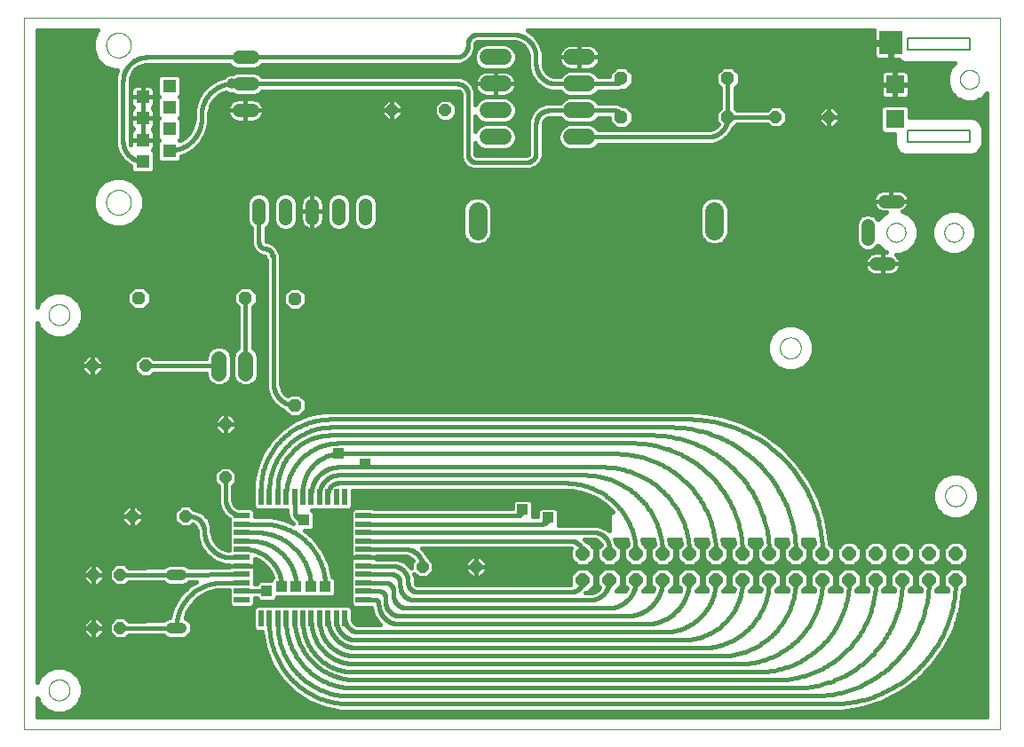
<source format=gtl>
G75*
%MOIN*%
%OFA0B0*%
%FSLAX25Y25*%
%IPPOS*%
%LPD*%
%AMOC8*
5,1,8,0,0,1.08239X$1,22.5*
%
%ADD10C,0.00000*%
%ADD11OC8,0.04362*%
%ADD12C,0.05150*%
%ADD13C,0.05600*%
%ADD14C,0.06000*%
%ADD15C,0.05000*%
%ADD16OC8,0.04756*%
%ADD17R,0.05150X0.05150*%
%ADD18C,0.03969*%
%ADD19R,0.07087X0.07087*%
%ADD20R,0.09055X0.09055*%
%ADD21C,0.00500*%
%ADD22C,0.07087*%
%ADD23R,0.05906X0.01969*%
%ADD24R,0.01969X0.05906*%
%ADD25OC8,0.05150*%
%ADD26C,0.01600*%
%ADD27R,0.03175X0.03175*%
%ADD28R,0.03962X0.03962*%
%ADD29C,0.03962*%
D10*
X0001000Y0001000D02*
X0001000Y0268461D01*
X0367142Y0268461D01*
X0367142Y0001000D01*
X0001000Y0001000D01*
X0010063Y0015732D02*
X0010065Y0015857D01*
X0010071Y0015982D01*
X0010081Y0016106D01*
X0010095Y0016230D01*
X0010112Y0016354D01*
X0010134Y0016477D01*
X0010160Y0016599D01*
X0010189Y0016721D01*
X0010222Y0016841D01*
X0010260Y0016960D01*
X0010300Y0017079D01*
X0010345Y0017195D01*
X0010393Y0017310D01*
X0010445Y0017424D01*
X0010501Y0017536D01*
X0010560Y0017646D01*
X0010622Y0017754D01*
X0010688Y0017861D01*
X0010757Y0017965D01*
X0010830Y0018066D01*
X0010905Y0018166D01*
X0010984Y0018263D01*
X0011066Y0018357D01*
X0011151Y0018449D01*
X0011238Y0018538D01*
X0011329Y0018624D01*
X0011422Y0018707D01*
X0011518Y0018788D01*
X0011616Y0018865D01*
X0011716Y0018939D01*
X0011819Y0019010D01*
X0011924Y0019077D01*
X0012032Y0019142D01*
X0012141Y0019202D01*
X0012252Y0019260D01*
X0012365Y0019313D01*
X0012479Y0019363D01*
X0012595Y0019410D01*
X0012712Y0019452D01*
X0012831Y0019491D01*
X0012951Y0019527D01*
X0013072Y0019558D01*
X0013194Y0019586D01*
X0013316Y0019609D01*
X0013440Y0019629D01*
X0013564Y0019645D01*
X0013688Y0019657D01*
X0013813Y0019665D01*
X0013938Y0019669D01*
X0014062Y0019669D01*
X0014187Y0019665D01*
X0014312Y0019657D01*
X0014436Y0019645D01*
X0014560Y0019629D01*
X0014684Y0019609D01*
X0014806Y0019586D01*
X0014928Y0019558D01*
X0015049Y0019527D01*
X0015169Y0019491D01*
X0015288Y0019452D01*
X0015405Y0019410D01*
X0015521Y0019363D01*
X0015635Y0019313D01*
X0015748Y0019260D01*
X0015859Y0019202D01*
X0015969Y0019142D01*
X0016076Y0019077D01*
X0016181Y0019010D01*
X0016284Y0018939D01*
X0016384Y0018865D01*
X0016482Y0018788D01*
X0016578Y0018707D01*
X0016671Y0018624D01*
X0016762Y0018538D01*
X0016849Y0018449D01*
X0016934Y0018357D01*
X0017016Y0018263D01*
X0017095Y0018166D01*
X0017170Y0018066D01*
X0017243Y0017965D01*
X0017312Y0017861D01*
X0017378Y0017754D01*
X0017440Y0017646D01*
X0017499Y0017536D01*
X0017555Y0017424D01*
X0017607Y0017310D01*
X0017655Y0017195D01*
X0017700Y0017079D01*
X0017740Y0016960D01*
X0017778Y0016841D01*
X0017811Y0016721D01*
X0017840Y0016599D01*
X0017866Y0016477D01*
X0017888Y0016354D01*
X0017905Y0016230D01*
X0017919Y0016106D01*
X0017929Y0015982D01*
X0017935Y0015857D01*
X0017937Y0015732D01*
X0017935Y0015607D01*
X0017929Y0015482D01*
X0017919Y0015358D01*
X0017905Y0015234D01*
X0017888Y0015110D01*
X0017866Y0014987D01*
X0017840Y0014865D01*
X0017811Y0014743D01*
X0017778Y0014623D01*
X0017740Y0014504D01*
X0017700Y0014385D01*
X0017655Y0014269D01*
X0017607Y0014154D01*
X0017555Y0014040D01*
X0017499Y0013928D01*
X0017440Y0013818D01*
X0017378Y0013710D01*
X0017312Y0013603D01*
X0017243Y0013499D01*
X0017170Y0013398D01*
X0017095Y0013298D01*
X0017016Y0013201D01*
X0016934Y0013107D01*
X0016849Y0013015D01*
X0016762Y0012926D01*
X0016671Y0012840D01*
X0016578Y0012757D01*
X0016482Y0012676D01*
X0016384Y0012599D01*
X0016284Y0012525D01*
X0016181Y0012454D01*
X0016076Y0012387D01*
X0015968Y0012322D01*
X0015859Y0012262D01*
X0015748Y0012204D01*
X0015635Y0012151D01*
X0015521Y0012101D01*
X0015405Y0012054D01*
X0015288Y0012012D01*
X0015169Y0011973D01*
X0015049Y0011937D01*
X0014928Y0011906D01*
X0014806Y0011878D01*
X0014684Y0011855D01*
X0014560Y0011835D01*
X0014436Y0011819D01*
X0014312Y0011807D01*
X0014187Y0011799D01*
X0014062Y0011795D01*
X0013938Y0011795D01*
X0013813Y0011799D01*
X0013688Y0011807D01*
X0013564Y0011819D01*
X0013440Y0011835D01*
X0013316Y0011855D01*
X0013194Y0011878D01*
X0013072Y0011906D01*
X0012951Y0011937D01*
X0012831Y0011973D01*
X0012712Y0012012D01*
X0012595Y0012054D01*
X0012479Y0012101D01*
X0012365Y0012151D01*
X0012252Y0012204D01*
X0012141Y0012262D01*
X0012031Y0012322D01*
X0011924Y0012387D01*
X0011819Y0012454D01*
X0011716Y0012525D01*
X0011616Y0012599D01*
X0011518Y0012676D01*
X0011422Y0012757D01*
X0011329Y0012840D01*
X0011238Y0012926D01*
X0011151Y0013015D01*
X0011066Y0013107D01*
X0010984Y0013201D01*
X0010905Y0013298D01*
X0010830Y0013398D01*
X0010757Y0013499D01*
X0010688Y0013603D01*
X0010622Y0013710D01*
X0010560Y0013818D01*
X0010501Y0013928D01*
X0010445Y0014040D01*
X0010393Y0014154D01*
X0010345Y0014269D01*
X0010300Y0014385D01*
X0010260Y0014504D01*
X0010222Y0014623D01*
X0010189Y0014743D01*
X0010160Y0014865D01*
X0010134Y0014987D01*
X0010112Y0015110D01*
X0010095Y0015234D01*
X0010081Y0015358D01*
X0010071Y0015482D01*
X0010065Y0015607D01*
X0010063Y0015732D01*
X0010063Y0156732D02*
X0010065Y0156857D01*
X0010071Y0156982D01*
X0010081Y0157106D01*
X0010095Y0157230D01*
X0010112Y0157354D01*
X0010134Y0157477D01*
X0010160Y0157599D01*
X0010189Y0157721D01*
X0010222Y0157841D01*
X0010260Y0157960D01*
X0010300Y0158079D01*
X0010345Y0158195D01*
X0010393Y0158310D01*
X0010445Y0158424D01*
X0010501Y0158536D01*
X0010560Y0158646D01*
X0010622Y0158754D01*
X0010688Y0158861D01*
X0010757Y0158965D01*
X0010830Y0159066D01*
X0010905Y0159166D01*
X0010984Y0159263D01*
X0011066Y0159357D01*
X0011151Y0159449D01*
X0011238Y0159538D01*
X0011329Y0159624D01*
X0011422Y0159707D01*
X0011518Y0159788D01*
X0011616Y0159865D01*
X0011716Y0159939D01*
X0011819Y0160010D01*
X0011924Y0160077D01*
X0012032Y0160142D01*
X0012141Y0160202D01*
X0012252Y0160260D01*
X0012365Y0160313D01*
X0012479Y0160363D01*
X0012595Y0160410D01*
X0012712Y0160452D01*
X0012831Y0160491D01*
X0012951Y0160527D01*
X0013072Y0160558D01*
X0013194Y0160586D01*
X0013316Y0160609D01*
X0013440Y0160629D01*
X0013564Y0160645D01*
X0013688Y0160657D01*
X0013813Y0160665D01*
X0013938Y0160669D01*
X0014062Y0160669D01*
X0014187Y0160665D01*
X0014312Y0160657D01*
X0014436Y0160645D01*
X0014560Y0160629D01*
X0014684Y0160609D01*
X0014806Y0160586D01*
X0014928Y0160558D01*
X0015049Y0160527D01*
X0015169Y0160491D01*
X0015288Y0160452D01*
X0015405Y0160410D01*
X0015521Y0160363D01*
X0015635Y0160313D01*
X0015748Y0160260D01*
X0015859Y0160202D01*
X0015969Y0160142D01*
X0016076Y0160077D01*
X0016181Y0160010D01*
X0016284Y0159939D01*
X0016384Y0159865D01*
X0016482Y0159788D01*
X0016578Y0159707D01*
X0016671Y0159624D01*
X0016762Y0159538D01*
X0016849Y0159449D01*
X0016934Y0159357D01*
X0017016Y0159263D01*
X0017095Y0159166D01*
X0017170Y0159066D01*
X0017243Y0158965D01*
X0017312Y0158861D01*
X0017378Y0158754D01*
X0017440Y0158646D01*
X0017499Y0158536D01*
X0017555Y0158424D01*
X0017607Y0158310D01*
X0017655Y0158195D01*
X0017700Y0158079D01*
X0017740Y0157960D01*
X0017778Y0157841D01*
X0017811Y0157721D01*
X0017840Y0157599D01*
X0017866Y0157477D01*
X0017888Y0157354D01*
X0017905Y0157230D01*
X0017919Y0157106D01*
X0017929Y0156982D01*
X0017935Y0156857D01*
X0017937Y0156732D01*
X0017935Y0156607D01*
X0017929Y0156482D01*
X0017919Y0156358D01*
X0017905Y0156234D01*
X0017888Y0156110D01*
X0017866Y0155987D01*
X0017840Y0155865D01*
X0017811Y0155743D01*
X0017778Y0155623D01*
X0017740Y0155504D01*
X0017700Y0155385D01*
X0017655Y0155269D01*
X0017607Y0155154D01*
X0017555Y0155040D01*
X0017499Y0154928D01*
X0017440Y0154818D01*
X0017378Y0154710D01*
X0017312Y0154603D01*
X0017243Y0154499D01*
X0017170Y0154398D01*
X0017095Y0154298D01*
X0017016Y0154201D01*
X0016934Y0154107D01*
X0016849Y0154015D01*
X0016762Y0153926D01*
X0016671Y0153840D01*
X0016578Y0153757D01*
X0016482Y0153676D01*
X0016384Y0153599D01*
X0016284Y0153525D01*
X0016181Y0153454D01*
X0016076Y0153387D01*
X0015968Y0153322D01*
X0015859Y0153262D01*
X0015748Y0153204D01*
X0015635Y0153151D01*
X0015521Y0153101D01*
X0015405Y0153054D01*
X0015288Y0153012D01*
X0015169Y0152973D01*
X0015049Y0152937D01*
X0014928Y0152906D01*
X0014806Y0152878D01*
X0014684Y0152855D01*
X0014560Y0152835D01*
X0014436Y0152819D01*
X0014312Y0152807D01*
X0014187Y0152799D01*
X0014062Y0152795D01*
X0013938Y0152795D01*
X0013813Y0152799D01*
X0013688Y0152807D01*
X0013564Y0152819D01*
X0013440Y0152835D01*
X0013316Y0152855D01*
X0013194Y0152878D01*
X0013072Y0152906D01*
X0012951Y0152937D01*
X0012831Y0152973D01*
X0012712Y0153012D01*
X0012595Y0153054D01*
X0012479Y0153101D01*
X0012365Y0153151D01*
X0012252Y0153204D01*
X0012141Y0153262D01*
X0012031Y0153322D01*
X0011924Y0153387D01*
X0011819Y0153454D01*
X0011716Y0153525D01*
X0011616Y0153599D01*
X0011518Y0153676D01*
X0011422Y0153757D01*
X0011329Y0153840D01*
X0011238Y0153926D01*
X0011151Y0154015D01*
X0011066Y0154107D01*
X0010984Y0154201D01*
X0010905Y0154298D01*
X0010830Y0154398D01*
X0010757Y0154499D01*
X0010688Y0154603D01*
X0010622Y0154710D01*
X0010560Y0154818D01*
X0010501Y0154928D01*
X0010445Y0155040D01*
X0010393Y0155154D01*
X0010345Y0155269D01*
X0010300Y0155385D01*
X0010260Y0155504D01*
X0010222Y0155623D01*
X0010189Y0155743D01*
X0010160Y0155865D01*
X0010134Y0155987D01*
X0010112Y0156110D01*
X0010095Y0156234D01*
X0010081Y0156358D01*
X0010071Y0156482D01*
X0010065Y0156607D01*
X0010063Y0156732D01*
X0031661Y0198972D02*
X0031663Y0199108D01*
X0031669Y0199243D01*
X0031679Y0199379D01*
X0031693Y0199514D01*
X0031711Y0199648D01*
X0031732Y0199782D01*
X0031758Y0199916D01*
X0031787Y0200048D01*
X0031821Y0200180D01*
X0031858Y0200311D01*
X0031899Y0200440D01*
X0031944Y0200568D01*
X0031992Y0200695D01*
X0032044Y0200820D01*
X0032100Y0200944D01*
X0032160Y0201066D01*
X0032223Y0201186D01*
X0032289Y0201305D01*
X0032359Y0201421D01*
X0032432Y0201536D01*
X0032509Y0201648D01*
X0032589Y0201757D01*
X0032672Y0201865D01*
X0032758Y0201970D01*
X0032847Y0202072D01*
X0032939Y0202172D01*
X0033034Y0202269D01*
X0033132Y0202363D01*
X0033232Y0202455D01*
X0033335Y0202543D01*
X0033441Y0202628D01*
X0033549Y0202711D01*
X0033659Y0202790D01*
X0033772Y0202865D01*
X0033887Y0202938D01*
X0034004Y0203007D01*
X0034123Y0203072D01*
X0034243Y0203134D01*
X0034366Y0203193D01*
X0034490Y0203248D01*
X0034616Y0203299D01*
X0034743Y0203347D01*
X0034871Y0203391D01*
X0035001Y0203431D01*
X0035132Y0203467D01*
X0035264Y0203499D01*
X0035396Y0203528D01*
X0035530Y0203553D01*
X0035664Y0203573D01*
X0035799Y0203590D01*
X0035934Y0203603D01*
X0036069Y0203612D01*
X0036205Y0203617D01*
X0036341Y0203618D01*
X0036477Y0203615D01*
X0036612Y0203608D01*
X0036748Y0203597D01*
X0036883Y0203582D01*
X0037017Y0203563D01*
X0037151Y0203541D01*
X0037284Y0203514D01*
X0037416Y0203484D01*
X0037548Y0203449D01*
X0037678Y0203411D01*
X0037807Y0203369D01*
X0037935Y0203323D01*
X0038061Y0203274D01*
X0038186Y0203221D01*
X0038310Y0203164D01*
X0038431Y0203104D01*
X0038551Y0203040D01*
X0038669Y0202973D01*
X0038785Y0202902D01*
X0038899Y0202828D01*
X0039010Y0202751D01*
X0039120Y0202670D01*
X0039226Y0202586D01*
X0039331Y0202499D01*
X0039433Y0202409D01*
X0039532Y0202317D01*
X0039628Y0202221D01*
X0039722Y0202123D01*
X0039812Y0202021D01*
X0039900Y0201918D01*
X0039984Y0201812D01*
X0040066Y0201703D01*
X0040144Y0201592D01*
X0040219Y0201479D01*
X0040290Y0201363D01*
X0040359Y0201246D01*
X0040423Y0201126D01*
X0040484Y0201005D01*
X0040542Y0200882D01*
X0040596Y0200758D01*
X0040646Y0200632D01*
X0040693Y0200504D01*
X0040736Y0200375D01*
X0040775Y0200245D01*
X0040810Y0200114D01*
X0040842Y0199982D01*
X0040869Y0199849D01*
X0040893Y0199716D01*
X0040913Y0199581D01*
X0040929Y0199446D01*
X0040941Y0199311D01*
X0040949Y0199176D01*
X0040953Y0199040D01*
X0040953Y0198904D01*
X0040949Y0198768D01*
X0040941Y0198633D01*
X0040929Y0198498D01*
X0040913Y0198363D01*
X0040893Y0198228D01*
X0040869Y0198095D01*
X0040842Y0197962D01*
X0040810Y0197830D01*
X0040775Y0197699D01*
X0040736Y0197569D01*
X0040693Y0197440D01*
X0040646Y0197312D01*
X0040596Y0197186D01*
X0040542Y0197062D01*
X0040484Y0196939D01*
X0040423Y0196818D01*
X0040359Y0196698D01*
X0040290Y0196581D01*
X0040219Y0196465D01*
X0040144Y0196352D01*
X0040066Y0196241D01*
X0039984Y0196132D01*
X0039900Y0196026D01*
X0039812Y0195923D01*
X0039722Y0195821D01*
X0039628Y0195723D01*
X0039532Y0195627D01*
X0039433Y0195535D01*
X0039331Y0195445D01*
X0039226Y0195358D01*
X0039120Y0195274D01*
X0039010Y0195193D01*
X0038899Y0195116D01*
X0038785Y0195042D01*
X0038669Y0194971D01*
X0038551Y0194904D01*
X0038431Y0194840D01*
X0038310Y0194780D01*
X0038186Y0194723D01*
X0038061Y0194670D01*
X0037935Y0194621D01*
X0037807Y0194575D01*
X0037678Y0194533D01*
X0037548Y0194495D01*
X0037416Y0194460D01*
X0037284Y0194430D01*
X0037151Y0194403D01*
X0037017Y0194381D01*
X0036883Y0194362D01*
X0036748Y0194347D01*
X0036612Y0194336D01*
X0036477Y0194329D01*
X0036341Y0194326D01*
X0036205Y0194327D01*
X0036069Y0194332D01*
X0035934Y0194341D01*
X0035799Y0194354D01*
X0035664Y0194371D01*
X0035530Y0194391D01*
X0035396Y0194416D01*
X0035264Y0194445D01*
X0035132Y0194477D01*
X0035001Y0194513D01*
X0034871Y0194553D01*
X0034743Y0194597D01*
X0034616Y0194645D01*
X0034490Y0194696D01*
X0034366Y0194751D01*
X0034243Y0194810D01*
X0034123Y0194872D01*
X0034004Y0194937D01*
X0033887Y0195006D01*
X0033772Y0195079D01*
X0033659Y0195154D01*
X0033549Y0195233D01*
X0033441Y0195316D01*
X0033335Y0195401D01*
X0033232Y0195489D01*
X0033132Y0195581D01*
X0033034Y0195675D01*
X0032939Y0195772D01*
X0032847Y0195872D01*
X0032758Y0195974D01*
X0032672Y0196079D01*
X0032589Y0196187D01*
X0032509Y0196296D01*
X0032432Y0196408D01*
X0032359Y0196523D01*
X0032289Y0196639D01*
X0032223Y0196758D01*
X0032160Y0196878D01*
X0032100Y0197000D01*
X0032044Y0197124D01*
X0031992Y0197249D01*
X0031944Y0197376D01*
X0031899Y0197504D01*
X0031858Y0197633D01*
X0031821Y0197764D01*
X0031787Y0197896D01*
X0031758Y0198028D01*
X0031732Y0198162D01*
X0031711Y0198296D01*
X0031693Y0198430D01*
X0031679Y0198565D01*
X0031669Y0198701D01*
X0031663Y0198836D01*
X0031661Y0198972D01*
X0031661Y0258028D02*
X0031663Y0258164D01*
X0031669Y0258299D01*
X0031679Y0258435D01*
X0031693Y0258570D01*
X0031711Y0258704D01*
X0031732Y0258838D01*
X0031758Y0258972D01*
X0031787Y0259104D01*
X0031821Y0259236D01*
X0031858Y0259367D01*
X0031899Y0259496D01*
X0031944Y0259624D01*
X0031992Y0259751D01*
X0032044Y0259876D01*
X0032100Y0260000D01*
X0032160Y0260122D01*
X0032223Y0260242D01*
X0032289Y0260361D01*
X0032359Y0260477D01*
X0032432Y0260592D01*
X0032509Y0260704D01*
X0032589Y0260813D01*
X0032672Y0260921D01*
X0032758Y0261026D01*
X0032847Y0261128D01*
X0032939Y0261228D01*
X0033034Y0261325D01*
X0033132Y0261419D01*
X0033232Y0261511D01*
X0033335Y0261599D01*
X0033441Y0261684D01*
X0033549Y0261767D01*
X0033659Y0261846D01*
X0033772Y0261921D01*
X0033887Y0261994D01*
X0034004Y0262063D01*
X0034123Y0262128D01*
X0034243Y0262190D01*
X0034366Y0262249D01*
X0034490Y0262304D01*
X0034616Y0262355D01*
X0034743Y0262403D01*
X0034871Y0262447D01*
X0035001Y0262487D01*
X0035132Y0262523D01*
X0035264Y0262555D01*
X0035396Y0262584D01*
X0035530Y0262609D01*
X0035664Y0262629D01*
X0035799Y0262646D01*
X0035934Y0262659D01*
X0036069Y0262668D01*
X0036205Y0262673D01*
X0036341Y0262674D01*
X0036477Y0262671D01*
X0036612Y0262664D01*
X0036748Y0262653D01*
X0036883Y0262638D01*
X0037017Y0262619D01*
X0037151Y0262597D01*
X0037284Y0262570D01*
X0037416Y0262540D01*
X0037548Y0262505D01*
X0037678Y0262467D01*
X0037807Y0262425D01*
X0037935Y0262379D01*
X0038061Y0262330D01*
X0038186Y0262277D01*
X0038310Y0262220D01*
X0038431Y0262160D01*
X0038551Y0262096D01*
X0038669Y0262029D01*
X0038785Y0261958D01*
X0038899Y0261884D01*
X0039010Y0261807D01*
X0039120Y0261726D01*
X0039226Y0261642D01*
X0039331Y0261555D01*
X0039433Y0261465D01*
X0039532Y0261373D01*
X0039628Y0261277D01*
X0039722Y0261179D01*
X0039812Y0261077D01*
X0039900Y0260974D01*
X0039984Y0260868D01*
X0040066Y0260759D01*
X0040144Y0260648D01*
X0040219Y0260535D01*
X0040290Y0260419D01*
X0040359Y0260302D01*
X0040423Y0260182D01*
X0040484Y0260061D01*
X0040542Y0259938D01*
X0040596Y0259814D01*
X0040646Y0259688D01*
X0040693Y0259560D01*
X0040736Y0259431D01*
X0040775Y0259301D01*
X0040810Y0259170D01*
X0040842Y0259038D01*
X0040869Y0258905D01*
X0040893Y0258772D01*
X0040913Y0258637D01*
X0040929Y0258502D01*
X0040941Y0258367D01*
X0040949Y0258232D01*
X0040953Y0258096D01*
X0040953Y0257960D01*
X0040949Y0257824D01*
X0040941Y0257689D01*
X0040929Y0257554D01*
X0040913Y0257419D01*
X0040893Y0257284D01*
X0040869Y0257151D01*
X0040842Y0257018D01*
X0040810Y0256886D01*
X0040775Y0256755D01*
X0040736Y0256625D01*
X0040693Y0256496D01*
X0040646Y0256368D01*
X0040596Y0256242D01*
X0040542Y0256118D01*
X0040484Y0255995D01*
X0040423Y0255874D01*
X0040359Y0255754D01*
X0040290Y0255637D01*
X0040219Y0255521D01*
X0040144Y0255408D01*
X0040066Y0255297D01*
X0039984Y0255188D01*
X0039900Y0255082D01*
X0039812Y0254979D01*
X0039722Y0254877D01*
X0039628Y0254779D01*
X0039532Y0254683D01*
X0039433Y0254591D01*
X0039331Y0254501D01*
X0039226Y0254414D01*
X0039120Y0254330D01*
X0039010Y0254249D01*
X0038899Y0254172D01*
X0038785Y0254098D01*
X0038669Y0254027D01*
X0038551Y0253960D01*
X0038431Y0253896D01*
X0038310Y0253836D01*
X0038186Y0253779D01*
X0038061Y0253726D01*
X0037935Y0253677D01*
X0037807Y0253631D01*
X0037678Y0253589D01*
X0037548Y0253551D01*
X0037416Y0253516D01*
X0037284Y0253486D01*
X0037151Y0253459D01*
X0037017Y0253437D01*
X0036883Y0253418D01*
X0036748Y0253403D01*
X0036612Y0253392D01*
X0036477Y0253385D01*
X0036341Y0253382D01*
X0036205Y0253383D01*
X0036069Y0253388D01*
X0035934Y0253397D01*
X0035799Y0253410D01*
X0035664Y0253427D01*
X0035530Y0253447D01*
X0035396Y0253472D01*
X0035264Y0253501D01*
X0035132Y0253533D01*
X0035001Y0253569D01*
X0034871Y0253609D01*
X0034743Y0253653D01*
X0034616Y0253701D01*
X0034490Y0253752D01*
X0034366Y0253807D01*
X0034243Y0253866D01*
X0034123Y0253928D01*
X0034004Y0253993D01*
X0033887Y0254062D01*
X0033772Y0254135D01*
X0033659Y0254210D01*
X0033549Y0254289D01*
X0033441Y0254372D01*
X0033335Y0254457D01*
X0033232Y0254545D01*
X0033132Y0254637D01*
X0033034Y0254731D01*
X0032939Y0254828D01*
X0032847Y0254928D01*
X0032758Y0255030D01*
X0032672Y0255135D01*
X0032589Y0255243D01*
X0032509Y0255352D01*
X0032432Y0255464D01*
X0032359Y0255579D01*
X0032289Y0255695D01*
X0032223Y0255814D01*
X0032160Y0255934D01*
X0032100Y0256056D01*
X0032044Y0256180D01*
X0031992Y0256305D01*
X0031944Y0256432D01*
X0031899Y0256560D01*
X0031858Y0256689D01*
X0031821Y0256820D01*
X0031787Y0256952D01*
X0031758Y0257084D01*
X0031732Y0257218D01*
X0031711Y0257352D01*
X0031693Y0257486D01*
X0031679Y0257621D01*
X0031669Y0257757D01*
X0031663Y0257892D01*
X0031661Y0258028D01*
X0284563Y0144232D02*
X0284565Y0144357D01*
X0284571Y0144482D01*
X0284581Y0144606D01*
X0284595Y0144730D01*
X0284612Y0144854D01*
X0284634Y0144977D01*
X0284660Y0145099D01*
X0284689Y0145221D01*
X0284722Y0145341D01*
X0284760Y0145460D01*
X0284800Y0145579D01*
X0284845Y0145695D01*
X0284893Y0145810D01*
X0284945Y0145924D01*
X0285001Y0146036D01*
X0285060Y0146146D01*
X0285122Y0146254D01*
X0285188Y0146361D01*
X0285257Y0146465D01*
X0285330Y0146566D01*
X0285405Y0146666D01*
X0285484Y0146763D01*
X0285566Y0146857D01*
X0285651Y0146949D01*
X0285738Y0147038D01*
X0285829Y0147124D01*
X0285922Y0147207D01*
X0286018Y0147288D01*
X0286116Y0147365D01*
X0286216Y0147439D01*
X0286319Y0147510D01*
X0286424Y0147577D01*
X0286532Y0147642D01*
X0286641Y0147702D01*
X0286752Y0147760D01*
X0286865Y0147813D01*
X0286979Y0147863D01*
X0287095Y0147910D01*
X0287212Y0147952D01*
X0287331Y0147991D01*
X0287451Y0148027D01*
X0287572Y0148058D01*
X0287694Y0148086D01*
X0287816Y0148109D01*
X0287940Y0148129D01*
X0288064Y0148145D01*
X0288188Y0148157D01*
X0288313Y0148165D01*
X0288438Y0148169D01*
X0288562Y0148169D01*
X0288687Y0148165D01*
X0288812Y0148157D01*
X0288936Y0148145D01*
X0289060Y0148129D01*
X0289184Y0148109D01*
X0289306Y0148086D01*
X0289428Y0148058D01*
X0289549Y0148027D01*
X0289669Y0147991D01*
X0289788Y0147952D01*
X0289905Y0147910D01*
X0290021Y0147863D01*
X0290135Y0147813D01*
X0290248Y0147760D01*
X0290359Y0147702D01*
X0290469Y0147642D01*
X0290576Y0147577D01*
X0290681Y0147510D01*
X0290784Y0147439D01*
X0290884Y0147365D01*
X0290982Y0147288D01*
X0291078Y0147207D01*
X0291171Y0147124D01*
X0291262Y0147038D01*
X0291349Y0146949D01*
X0291434Y0146857D01*
X0291516Y0146763D01*
X0291595Y0146666D01*
X0291670Y0146566D01*
X0291743Y0146465D01*
X0291812Y0146361D01*
X0291878Y0146254D01*
X0291940Y0146146D01*
X0291999Y0146036D01*
X0292055Y0145924D01*
X0292107Y0145810D01*
X0292155Y0145695D01*
X0292200Y0145579D01*
X0292240Y0145460D01*
X0292278Y0145341D01*
X0292311Y0145221D01*
X0292340Y0145099D01*
X0292366Y0144977D01*
X0292388Y0144854D01*
X0292405Y0144730D01*
X0292419Y0144606D01*
X0292429Y0144482D01*
X0292435Y0144357D01*
X0292437Y0144232D01*
X0292435Y0144107D01*
X0292429Y0143982D01*
X0292419Y0143858D01*
X0292405Y0143734D01*
X0292388Y0143610D01*
X0292366Y0143487D01*
X0292340Y0143365D01*
X0292311Y0143243D01*
X0292278Y0143123D01*
X0292240Y0143004D01*
X0292200Y0142885D01*
X0292155Y0142769D01*
X0292107Y0142654D01*
X0292055Y0142540D01*
X0291999Y0142428D01*
X0291940Y0142318D01*
X0291878Y0142210D01*
X0291812Y0142103D01*
X0291743Y0141999D01*
X0291670Y0141898D01*
X0291595Y0141798D01*
X0291516Y0141701D01*
X0291434Y0141607D01*
X0291349Y0141515D01*
X0291262Y0141426D01*
X0291171Y0141340D01*
X0291078Y0141257D01*
X0290982Y0141176D01*
X0290884Y0141099D01*
X0290784Y0141025D01*
X0290681Y0140954D01*
X0290576Y0140887D01*
X0290468Y0140822D01*
X0290359Y0140762D01*
X0290248Y0140704D01*
X0290135Y0140651D01*
X0290021Y0140601D01*
X0289905Y0140554D01*
X0289788Y0140512D01*
X0289669Y0140473D01*
X0289549Y0140437D01*
X0289428Y0140406D01*
X0289306Y0140378D01*
X0289184Y0140355D01*
X0289060Y0140335D01*
X0288936Y0140319D01*
X0288812Y0140307D01*
X0288687Y0140299D01*
X0288562Y0140295D01*
X0288438Y0140295D01*
X0288313Y0140299D01*
X0288188Y0140307D01*
X0288064Y0140319D01*
X0287940Y0140335D01*
X0287816Y0140355D01*
X0287694Y0140378D01*
X0287572Y0140406D01*
X0287451Y0140437D01*
X0287331Y0140473D01*
X0287212Y0140512D01*
X0287095Y0140554D01*
X0286979Y0140601D01*
X0286865Y0140651D01*
X0286752Y0140704D01*
X0286641Y0140762D01*
X0286531Y0140822D01*
X0286424Y0140887D01*
X0286319Y0140954D01*
X0286216Y0141025D01*
X0286116Y0141099D01*
X0286018Y0141176D01*
X0285922Y0141257D01*
X0285829Y0141340D01*
X0285738Y0141426D01*
X0285651Y0141515D01*
X0285566Y0141607D01*
X0285484Y0141701D01*
X0285405Y0141798D01*
X0285330Y0141898D01*
X0285257Y0141999D01*
X0285188Y0142103D01*
X0285122Y0142210D01*
X0285060Y0142318D01*
X0285001Y0142428D01*
X0284945Y0142540D01*
X0284893Y0142654D01*
X0284845Y0142769D01*
X0284800Y0142885D01*
X0284760Y0143004D01*
X0284722Y0143123D01*
X0284689Y0143243D01*
X0284660Y0143365D01*
X0284634Y0143487D01*
X0284612Y0143610D01*
X0284595Y0143734D01*
X0284581Y0143858D01*
X0284571Y0143982D01*
X0284565Y0144107D01*
X0284563Y0144232D01*
X0324622Y0187665D02*
X0324624Y0187783D01*
X0324630Y0187902D01*
X0324640Y0188020D01*
X0324654Y0188137D01*
X0324671Y0188254D01*
X0324693Y0188371D01*
X0324719Y0188486D01*
X0324748Y0188601D01*
X0324781Y0188715D01*
X0324818Y0188827D01*
X0324859Y0188938D01*
X0324903Y0189048D01*
X0324951Y0189156D01*
X0325003Y0189263D01*
X0325058Y0189368D01*
X0325117Y0189471D01*
X0325179Y0189571D01*
X0325244Y0189670D01*
X0325313Y0189767D01*
X0325384Y0189861D01*
X0325459Y0189952D01*
X0325537Y0190042D01*
X0325618Y0190128D01*
X0325702Y0190212D01*
X0325788Y0190293D01*
X0325878Y0190371D01*
X0325969Y0190446D01*
X0326063Y0190517D01*
X0326160Y0190586D01*
X0326259Y0190651D01*
X0326359Y0190713D01*
X0326462Y0190772D01*
X0326567Y0190827D01*
X0326674Y0190879D01*
X0326782Y0190927D01*
X0326892Y0190971D01*
X0327003Y0191012D01*
X0327115Y0191049D01*
X0327229Y0191082D01*
X0327344Y0191111D01*
X0327459Y0191137D01*
X0327576Y0191159D01*
X0327693Y0191176D01*
X0327810Y0191190D01*
X0327928Y0191200D01*
X0328047Y0191206D01*
X0328165Y0191208D01*
X0328283Y0191206D01*
X0328402Y0191200D01*
X0328520Y0191190D01*
X0328637Y0191176D01*
X0328754Y0191159D01*
X0328871Y0191137D01*
X0328986Y0191111D01*
X0329101Y0191082D01*
X0329215Y0191049D01*
X0329327Y0191012D01*
X0329438Y0190971D01*
X0329548Y0190927D01*
X0329656Y0190879D01*
X0329763Y0190827D01*
X0329868Y0190772D01*
X0329971Y0190713D01*
X0330071Y0190651D01*
X0330170Y0190586D01*
X0330267Y0190517D01*
X0330361Y0190446D01*
X0330452Y0190371D01*
X0330542Y0190293D01*
X0330628Y0190212D01*
X0330712Y0190128D01*
X0330793Y0190042D01*
X0330871Y0189952D01*
X0330946Y0189861D01*
X0331017Y0189767D01*
X0331086Y0189670D01*
X0331151Y0189571D01*
X0331213Y0189471D01*
X0331272Y0189368D01*
X0331327Y0189263D01*
X0331379Y0189156D01*
X0331427Y0189048D01*
X0331471Y0188938D01*
X0331512Y0188827D01*
X0331549Y0188715D01*
X0331582Y0188601D01*
X0331611Y0188486D01*
X0331637Y0188371D01*
X0331659Y0188254D01*
X0331676Y0188137D01*
X0331690Y0188020D01*
X0331700Y0187902D01*
X0331706Y0187783D01*
X0331708Y0187665D01*
X0331706Y0187547D01*
X0331700Y0187428D01*
X0331690Y0187310D01*
X0331676Y0187193D01*
X0331659Y0187076D01*
X0331637Y0186959D01*
X0331611Y0186844D01*
X0331582Y0186729D01*
X0331549Y0186615D01*
X0331512Y0186503D01*
X0331471Y0186392D01*
X0331427Y0186282D01*
X0331379Y0186174D01*
X0331327Y0186067D01*
X0331272Y0185962D01*
X0331213Y0185859D01*
X0331151Y0185759D01*
X0331086Y0185660D01*
X0331017Y0185563D01*
X0330946Y0185469D01*
X0330871Y0185378D01*
X0330793Y0185288D01*
X0330712Y0185202D01*
X0330628Y0185118D01*
X0330542Y0185037D01*
X0330452Y0184959D01*
X0330361Y0184884D01*
X0330267Y0184813D01*
X0330170Y0184744D01*
X0330071Y0184679D01*
X0329971Y0184617D01*
X0329868Y0184558D01*
X0329763Y0184503D01*
X0329656Y0184451D01*
X0329548Y0184403D01*
X0329438Y0184359D01*
X0329327Y0184318D01*
X0329215Y0184281D01*
X0329101Y0184248D01*
X0328986Y0184219D01*
X0328871Y0184193D01*
X0328754Y0184171D01*
X0328637Y0184154D01*
X0328520Y0184140D01*
X0328402Y0184130D01*
X0328283Y0184124D01*
X0328165Y0184122D01*
X0328047Y0184124D01*
X0327928Y0184130D01*
X0327810Y0184140D01*
X0327693Y0184154D01*
X0327576Y0184171D01*
X0327459Y0184193D01*
X0327344Y0184219D01*
X0327229Y0184248D01*
X0327115Y0184281D01*
X0327003Y0184318D01*
X0326892Y0184359D01*
X0326782Y0184403D01*
X0326674Y0184451D01*
X0326567Y0184503D01*
X0326462Y0184558D01*
X0326359Y0184617D01*
X0326259Y0184679D01*
X0326160Y0184744D01*
X0326063Y0184813D01*
X0325969Y0184884D01*
X0325878Y0184959D01*
X0325788Y0185037D01*
X0325702Y0185118D01*
X0325618Y0185202D01*
X0325537Y0185288D01*
X0325459Y0185378D01*
X0325384Y0185469D01*
X0325313Y0185563D01*
X0325244Y0185660D01*
X0325179Y0185759D01*
X0325117Y0185859D01*
X0325058Y0185962D01*
X0325003Y0186067D01*
X0324951Y0186174D01*
X0324903Y0186282D01*
X0324859Y0186392D01*
X0324818Y0186503D01*
X0324781Y0186615D01*
X0324748Y0186729D01*
X0324719Y0186844D01*
X0324693Y0186959D01*
X0324671Y0187076D01*
X0324654Y0187193D01*
X0324640Y0187310D01*
X0324630Y0187428D01*
X0324624Y0187547D01*
X0324622Y0187665D01*
X0346276Y0187665D02*
X0346278Y0187783D01*
X0346284Y0187902D01*
X0346294Y0188020D01*
X0346308Y0188137D01*
X0346325Y0188254D01*
X0346347Y0188371D01*
X0346373Y0188486D01*
X0346402Y0188601D01*
X0346435Y0188715D01*
X0346472Y0188827D01*
X0346513Y0188938D01*
X0346557Y0189048D01*
X0346605Y0189156D01*
X0346657Y0189263D01*
X0346712Y0189368D01*
X0346771Y0189471D01*
X0346833Y0189571D01*
X0346898Y0189670D01*
X0346967Y0189767D01*
X0347038Y0189861D01*
X0347113Y0189952D01*
X0347191Y0190042D01*
X0347272Y0190128D01*
X0347356Y0190212D01*
X0347442Y0190293D01*
X0347532Y0190371D01*
X0347623Y0190446D01*
X0347717Y0190517D01*
X0347814Y0190586D01*
X0347913Y0190651D01*
X0348013Y0190713D01*
X0348116Y0190772D01*
X0348221Y0190827D01*
X0348328Y0190879D01*
X0348436Y0190927D01*
X0348546Y0190971D01*
X0348657Y0191012D01*
X0348769Y0191049D01*
X0348883Y0191082D01*
X0348998Y0191111D01*
X0349113Y0191137D01*
X0349230Y0191159D01*
X0349347Y0191176D01*
X0349464Y0191190D01*
X0349582Y0191200D01*
X0349701Y0191206D01*
X0349819Y0191208D01*
X0349937Y0191206D01*
X0350056Y0191200D01*
X0350174Y0191190D01*
X0350291Y0191176D01*
X0350408Y0191159D01*
X0350525Y0191137D01*
X0350640Y0191111D01*
X0350755Y0191082D01*
X0350869Y0191049D01*
X0350981Y0191012D01*
X0351092Y0190971D01*
X0351202Y0190927D01*
X0351310Y0190879D01*
X0351417Y0190827D01*
X0351522Y0190772D01*
X0351625Y0190713D01*
X0351725Y0190651D01*
X0351824Y0190586D01*
X0351921Y0190517D01*
X0352015Y0190446D01*
X0352106Y0190371D01*
X0352196Y0190293D01*
X0352282Y0190212D01*
X0352366Y0190128D01*
X0352447Y0190042D01*
X0352525Y0189952D01*
X0352600Y0189861D01*
X0352671Y0189767D01*
X0352740Y0189670D01*
X0352805Y0189571D01*
X0352867Y0189471D01*
X0352926Y0189368D01*
X0352981Y0189263D01*
X0353033Y0189156D01*
X0353081Y0189048D01*
X0353125Y0188938D01*
X0353166Y0188827D01*
X0353203Y0188715D01*
X0353236Y0188601D01*
X0353265Y0188486D01*
X0353291Y0188371D01*
X0353313Y0188254D01*
X0353330Y0188137D01*
X0353344Y0188020D01*
X0353354Y0187902D01*
X0353360Y0187783D01*
X0353362Y0187665D01*
X0353360Y0187547D01*
X0353354Y0187428D01*
X0353344Y0187310D01*
X0353330Y0187193D01*
X0353313Y0187076D01*
X0353291Y0186959D01*
X0353265Y0186844D01*
X0353236Y0186729D01*
X0353203Y0186615D01*
X0353166Y0186503D01*
X0353125Y0186392D01*
X0353081Y0186282D01*
X0353033Y0186174D01*
X0352981Y0186067D01*
X0352926Y0185962D01*
X0352867Y0185859D01*
X0352805Y0185759D01*
X0352740Y0185660D01*
X0352671Y0185563D01*
X0352600Y0185469D01*
X0352525Y0185378D01*
X0352447Y0185288D01*
X0352366Y0185202D01*
X0352282Y0185118D01*
X0352196Y0185037D01*
X0352106Y0184959D01*
X0352015Y0184884D01*
X0351921Y0184813D01*
X0351824Y0184744D01*
X0351725Y0184679D01*
X0351625Y0184617D01*
X0351522Y0184558D01*
X0351417Y0184503D01*
X0351310Y0184451D01*
X0351202Y0184403D01*
X0351092Y0184359D01*
X0350981Y0184318D01*
X0350869Y0184281D01*
X0350755Y0184248D01*
X0350640Y0184219D01*
X0350525Y0184193D01*
X0350408Y0184171D01*
X0350291Y0184154D01*
X0350174Y0184140D01*
X0350056Y0184130D01*
X0349937Y0184124D01*
X0349819Y0184122D01*
X0349701Y0184124D01*
X0349582Y0184130D01*
X0349464Y0184140D01*
X0349347Y0184154D01*
X0349230Y0184171D01*
X0349113Y0184193D01*
X0348998Y0184219D01*
X0348883Y0184248D01*
X0348769Y0184281D01*
X0348657Y0184318D01*
X0348546Y0184359D01*
X0348436Y0184403D01*
X0348328Y0184451D01*
X0348221Y0184503D01*
X0348116Y0184558D01*
X0348013Y0184617D01*
X0347913Y0184679D01*
X0347814Y0184744D01*
X0347717Y0184813D01*
X0347623Y0184884D01*
X0347532Y0184959D01*
X0347442Y0185037D01*
X0347356Y0185118D01*
X0347272Y0185202D01*
X0347191Y0185288D01*
X0347113Y0185378D01*
X0347038Y0185469D01*
X0346967Y0185563D01*
X0346898Y0185660D01*
X0346833Y0185759D01*
X0346771Y0185859D01*
X0346712Y0185962D01*
X0346657Y0186067D01*
X0346605Y0186174D01*
X0346557Y0186282D01*
X0346513Y0186392D01*
X0346472Y0186503D01*
X0346435Y0186615D01*
X0346402Y0186729D01*
X0346373Y0186844D01*
X0346347Y0186959D01*
X0346325Y0187076D01*
X0346308Y0187193D01*
X0346294Y0187310D01*
X0346284Y0187428D01*
X0346278Y0187547D01*
X0346276Y0187665D01*
X0352181Y0245146D02*
X0352183Y0245264D01*
X0352189Y0245383D01*
X0352199Y0245501D01*
X0352213Y0245618D01*
X0352230Y0245735D01*
X0352252Y0245852D01*
X0352278Y0245967D01*
X0352307Y0246082D01*
X0352340Y0246196D01*
X0352377Y0246308D01*
X0352418Y0246419D01*
X0352462Y0246529D01*
X0352510Y0246637D01*
X0352562Y0246744D01*
X0352617Y0246849D01*
X0352676Y0246952D01*
X0352738Y0247052D01*
X0352803Y0247151D01*
X0352872Y0247248D01*
X0352943Y0247342D01*
X0353018Y0247433D01*
X0353096Y0247523D01*
X0353177Y0247609D01*
X0353261Y0247693D01*
X0353347Y0247774D01*
X0353437Y0247852D01*
X0353528Y0247927D01*
X0353622Y0247998D01*
X0353719Y0248067D01*
X0353818Y0248132D01*
X0353918Y0248194D01*
X0354021Y0248253D01*
X0354126Y0248308D01*
X0354233Y0248360D01*
X0354341Y0248408D01*
X0354451Y0248452D01*
X0354562Y0248493D01*
X0354674Y0248530D01*
X0354788Y0248563D01*
X0354903Y0248592D01*
X0355018Y0248618D01*
X0355135Y0248640D01*
X0355252Y0248657D01*
X0355369Y0248671D01*
X0355487Y0248681D01*
X0355606Y0248687D01*
X0355724Y0248689D01*
X0355842Y0248687D01*
X0355961Y0248681D01*
X0356079Y0248671D01*
X0356196Y0248657D01*
X0356313Y0248640D01*
X0356430Y0248618D01*
X0356545Y0248592D01*
X0356660Y0248563D01*
X0356774Y0248530D01*
X0356886Y0248493D01*
X0356997Y0248452D01*
X0357107Y0248408D01*
X0357215Y0248360D01*
X0357322Y0248308D01*
X0357427Y0248253D01*
X0357530Y0248194D01*
X0357630Y0248132D01*
X0357729Y0248067D01*
X0357826Y0247998D01*
X0357920Y0247927D01*
X0358011Y0247852D01*
X0358101Y0247774D01*
X0358187Y0247693D01*
X0358271Y0247609D01*
X0358352Y0247523D01*
X0358430Y0247433D01*
X0358505Y0247342D01*
X0358576Y0247248D01*
X0358645Y0247151D01*
X0358710Y0247052D01*
X0358772Y0246952D01*
X0358831Y0246849D01*
X0358886Y0246744D01*
X0358938Y0246637D01*
X0358986Y0246529D01*
X0359030Y0246419D01*
X0359071Y0246308D01*
X0359108Y0246196D01*
X0359141Y0246082D01*
X0359170Y0245967D01*
X0359196Y0245852D01*
X0359218Y0245735D01*
X0359235Y0245618D01*
X0359249Y0245501D01*
X0359259Y0245383D01*
X0359265Y0245264D01*
X0359267Y0245146D01*
X0359265Y0245028D01*
X0359259Y0244909D01*
X0359249Y0244791D01*
X0359235Y0244674D01*
X0359218Y0244557D01*
X0359196Y0244440D01*
X0359170Y0244325D01*
X0359141Y0244210D01*
X0359108Y0244096D01*
X0359071Y0243984D01*
X0359030Y0243873D01*
X0358986Y0243763D01*
X0358938Y0243655D01*
X0358886Y0243548D01*
X0358831Y0243443D01*
X0358772Y0243340D01*
X0358710Y0243240D01*
X0358645Y0243141D01*
X0358576Y0243044D01*
X0358505Y0242950D01*
X0358430Y0242859D01*
X0358352Y0242769D01*
X0358271Y0242683D01*
X0358187Y0242599D01*
X0358101Y0242518D01*
X0358011Y0242440D01*
X0357920Y0242365D01*
X0357826Y0242294D01*
X0357729Y0242225D01*
X0357630Y0242160D01*
X0357530Y0242098D01*
X0357427Y0242039D01*
X0357322Y0241984D01*
X0357215Y0241932D01*
X0357107Y0241884D01*
X0356997Y0241840D01*
X0356886Y0241799D01*
X0356774Y0241762D01*
X0356660Y0241729D01*
X0356545Y0241700D01*
X0356430Y0241674D01*
X0356313Y0241652D01*
X0356196Y0241635D01*
X0356079Y0241621D01*
X0355961Y0241611D01*
X0355842Y0241605D01*
X0355724Y0241603D01*
X0355606Y0241605D01*
X0355487Y0241611D01*
X0355369Y0241621D01*
X0355252Y0241635D01*
X0355135Y0241652D01*
X0355018Y0241674D01*
X0354903Y0241700D01*
X0354788Y0241729D01*
X0354674Y0241762D01*
X0354562Y0241799D01*
X0354451Y0241840D01*
X0354341Y0241884D01*
X0354233Y0241932D01*
X0354126Y0241984D01*
X0354021Y0242039D01*
X0353918Y0242098D01*
X0353818Y0242160D01*
X0353719Y0242225D01*
X0353622Y0242294D01*
X0353528Y0242365D01*
X0353437Y0242440D01*
X0353347Y0242518D01*
X0353261Y0242599D01*
X0353177Y0242683D01*
X0353096Y0242769D01*
X0353018Y0242859D01*
X0352943Y0242950D01*
X0352872Y0243044D01*
X0352803Y0243141D01*
X0352738Y0243240D01*
X0352676Y0243340D01*
X0352617Y0243443D01*
X0352562Y0243548D01*
X0352510Y0243655D01*
X0352462Y0243763D01*
X0352418Y0243873D01*
X0352377Y0243984D01*
X0352340Y0244096D01*
X0352307Y0244210D01*
X0352278Y0244325D01*
X0352252Y0244440D01*
X0352230Y0244557D01*
X0352213Y0244674D01*
X0352199Y0244791D01*
X0352189Y0244909D01*
X0352183Y0245028D01*
X0352181Y0245146D01*
X0346563Y0088732D02*
X0346565Y0088857D01*
X0346571Y0088982D01*
X0346581Y0089106D01*
X0346595Y0089230D01*
X0346612Y0089354D01*
X0346634Y0089477D01*
X0346660Y0089599D01*
X0346689Y0089721D01*
X0346722Y0089841D01*
X0346760Y0089960D01*
X0346800Y0090079D01*
X0346845Y0090195D01*
X0346893Y0090310D01*
X0346945Y0090424D01*
X0347001Y0090536D01*
X0347060Y0090646D01*
X0347122Y0090754D01*
X0347188Y0090861D01*
X0347257Y0090965D01*
X0347330Y0091066D01*
X0347405Y0091166D01*
X0347484Y0091263D01*
X0347566Y0091357D01*
X0347651Y0091449D01*
X0347738Y0091538D01*
X0347829Y0091624D01*
X0347922Y0091707D01*
X0348018Y0091788D01*
X0348116Y0091865D01*
X0348216Y0091939D01*
X0348319Y0092010D01*
X0348424Y0092077D01*
X0348532Y0092142D01*
X0348641Y0092202D01*
X0348752Y0092260D01*
X0348865Y0092313D01*
X0348979Y0092363D01*
X0349095Y0092410D01*
X0349212Y0092452D01*
X0349331Y0092491D01*
X0349451Y0092527D01*
X0349572Y0092558D01*
X0349694Y0092586D01*
X0349816Y0092609D01*
X0349940Y0092629D01*
X0350064Y0092645D01*
X0350188Y0092657D01*
X0350313Y0092665D01*
X0350438Y0092669D01*
X0350562Y0092669D01*
X0350687Y0092665D01*
X0350812Y0092657D01*
X0350936Y0092645D01*
X0351060Y0092629D01*
X0351184Y0092609D01*
X0351306Y0092586D01*
X0351428Y0092558D01*
X0351549Y0092527D01*
X0351669Y0092491D01*
X0351788Y0092452D01*
X0351905Y0092410D01*
X0352021Y0092363D01*
X0352135Y0092313D01*
X0352248Y0092260D01*
X0352359Y0092202D01*
X0352469Y0092142D01*
X0352576Y0092077D01*
X0352681Y0092010D01*
X0352784Y0091939D01*
X0352884Y0091865D01*
X0352982Y0091788D01*
X0353078Y0091707D01*
X0353171Y0091624D01*
X0353262Y0091538D01*
X0353349Y0091449D01*
X0353434Y0091357D01*
X0353516Y0091263D01*
X0353595Y0091166D01*
X0353670Y0091066D01*
X0353743Y0090965D01*
X0353812Y0090861D01*
X0353878Y0090754D01*
X0353940Y0090646D01*
X0353999Y0090536D01*
X0354055Y0090424D01*
X0354107Y0090310D01*
X0354155Y0090195D01*
X0354200Y0090079D01*
X0354240Y0089960D01*
X0354278Y0089841D01*
X0354311Y0089721D01*
X0354340Y0089599D01*
X0354366Y0089477D01*
X0354388Y0089354D01*
X0354405Y0089230D01*
X0354419Y0089106D01*
X0354429Y0088982D01*
X0354435Y0088857D01*
X0354437Y0088732D01*
X0354435Y0088607D01*
X0354429Y0088482D01*
X0354419Y0088358D01*
X0354405Y0088234D01*
X0354388Y0088110D01*
X0354366Y0087987D01*
X0354340Y0087865D01*
X0354311Y0087743D01*
X0354278Y0087623D01*
X0354240Y0087504D01*
X0354200Y0087385D01*
X0354155Y0087269D01*
X0354107Y0087154D01*
X0354055Y0087040D01*
X0353999Y0086928D01*
X0353940Y0086818D01*
X0353878Y0086710D01*
X0353812Y0086603D01*
X0353743Y0086499D01*
X0353670Y0086398D01*
X0353595Y0086298D01*
X0353516Y0086201D01*
X0353434Y0086107D01*
X0353349Y0086015D01*
X0353262Y0085926D01*
X0353171Y0085840D01*
X0353078Y0085757D01*
X0352982Y0085676D01*
X0352884Y0085599D01*
X0352784Y0085525D01*
X0352681Y0085454D01*
X0352576Y0085387D01*
X0352468Y0085322D01*
X0352359Y0085262D01*
X0352248Y0085204D01*
X0352135Y0085151D01*
X0352021Y0085101D01*
X0351905Y0085054D01*
X0351788Y0085012D01*
X0351669Y0084973D01*
X0351549Y0084937D01*
X0351428Y0084906D01*
X0351306Y0084878D01*
X0351184Y0084855D01*
X0351060Y0084835D01*
X0350936Y0084819D01*
X0350812Y0084807D01*
X0350687Y0084799D01*
X0350562Y0084795D01*
X0350438Y0084795D01*
X0350313Y0084799D01*
X0350188Y0084807D01*
X0350064Y0084819D01*
X0349940Y0084835D01*
X0349816Y0084855D01*
X0349694Y0084878D01*
X0349572Y0084906D01*
X0349451Y0084937D01*
X0349331Y0084973D01*
X0349212Y0085012D01*
X0349095Y0085054D01*
X0348979Y0085101D01*
X0348865Y0085151D01*
X0348752Y0085204D01*
X0348641Y0085262D01*
X0348531Y0085322D01*
X0348424Y0085387D01*
X0348319Y0085454D01*
X0348216Y0085525D01*
X0348116Y0085599D01*
X0348018Y0085676D01*
X0347922Y0085757D01*
X0347829Y0085840D01*
X0347738Y0085926D01*
X0347651Y0086015D01*
X0347566Y0086107D01*
X0347484Y0086201D01*
X0347405Y0086298D01*
X0347330Y0086398D01*
X0347257Y0086499D01*
X0347188Y0086603D01*
X0347122Y0086710D01*
X0347060Y0086818D01*
X0347001Y0086928D01*
X0346945Y0087040D01*
X0346893Y0087154D01*
X0346845Y0087269D01*
X0346800Y0087385D01*
X0346760Y0087504D01*
X0346722Y0087623D01*
X0346689Y0087743D01*
X0346660Y0087865D01*
X0346634Y0087987D01*
X0346612Y0088110D01*
X0346595Y0088234D01*
X0346581Y0088358D01*
X0346571Y0088482D01*
X0346565Y0088607D01*
X0346563Y0088732D01*
D11*
X0170500Y0062024D03*
X0150500Y0062024D03*
X0076500Y0095500D03*
X0061500Y0081000D03*
X0041500Y0081000D03*
X0037000Y0059000D03*
X0027000Y0059000D03*
X0027000Y0039000D03*
X0037000Y0039000D03*
X0076500Y0115500D03*
X0046500Y0137500D03*
X0026500Y0137500D03*
X0139000Y0233500D03*
X0159000Y0233500D03*
X0283000Y0231000D03*
X0303000Y0231000D03*
D12*
X0129000Y0198075D02*
X0129000Y0192925D01*
X0119000Y0192925D02*
X0119000Y0198075D01*
X0109000Y0198075D02*
X0109000Y0192925D01*
X0099000Y0192925D02*
X0099000Y0198075D01*
X0089000Y0198075D02*
X0089000Y0192925D01*
X0086575Y0233500D02*
X0081425Y0233500D01*
X0081425Y0243500D02*
X0086575Y0243500D01*
X0086575Y0253500D02*
X0081425Y0253500D01*
D13*
X0084000Y0140300D02*
X0084000Y0134700D01*
X0074000Y0134700D02*
X0074000Y0140300D01*
D14*
X0174752Y0223500D02*
X0180752Y0223500D01*
X0180752Y0233500D02*
X0174752Y0233500D01*
X0174752Y0243500D02*
X0180752Y0243500D01*
X0180752Y0253500D02*
X0174752Y0253500D01*
X0206248Y0253500D02*
X0212248Y0253500D01*
X0212248Y0243500D02*
X0206248Y0243500D01*
X0206248Y0233500D02*
X0212248Y0233500D01*
X0212248Y0223500D02*
X0206248Y0223500D01*
D15*
X0317535Y0190165D02*
X0317535Y0185165D01*
X0320547Y0175854D02*
X0325547Y0175854D01*
X0323697Y0199476D02*
X0328697Y0199476D01*
D16*
X0265000Y0231000D03*
X0265000Y0245500D03*
X0225000Y0245500D03*
X0225000Y0231000D03*
X0102500Y0162732D03*
X0084000Y0163000D03*
X0044000Y0163000D03*
X0102500Y0122732D03*
D17*
X0045362Y0214445D03*
X0055362Y0218461D03*
X0045362Y0222476D03*
X0055362Y0226492D03*
X0045362Y0230508D03*
X0055362Y0234524D03*
X0045362Y0238539D03*
X0055362Y0242555D03*
D18*
X0056016Y0059083D02*
X0059984Y0059083D01*
X0059984Y0039083D02*
X0056016Y0039083D01*
D19*
X0327772Y0230185D03*
X0327772Y0243177D03*
D20*
X0326197Y0258925D03*
D21*
X0332496Y0260697D02*
X0332496Y0256366D01*
X0355724Y0256366D01*
X0355724Y0260697D01*
X0332496Y0260697D01*
X0332496Y0226051D02*
X0355724Y0226051D01*
X0355724Y0221720D01*
X0332496Y0221720D01*
X0332496Y0226051D01*
D22*
X0259988Y0195543D02*
X0259988Y0188457D01*
X0171012Y0188457D02*
X0171012Y0195543D01*
D23*
X0128335Y0081248D03*
X0128335Y0078098D03*
X0128335Y0074949D03*
X0128335Y0071799D03*
X0128335Y0068650D03*
X0128335Y0065500D03*
X0128335Y0062350D03*
X0128335Y0059201D03*
X0128335Y0056051D03*
X0128335Y0052902D03*
X0128335Y0049752D03*
X0082665Y0049752D03*
X0082665Y0052902D03*
X0082665Y0056051D03*
X0082665Y0059201D03*
X0082665Y0062350D03*
X0082665Y0065500D03*
X0082665Y0068650D03*
X0082665Y0071799D03*
X0082665Y0074949D03*
X0082665Y0078098D03*
X0082665Y0081248D03*
D24*
X0089752Y0088335D03*
X0092902Y0088335D03*
X0096051Y0088335D03*
X0099201Y0088335D03*
X0102350Y0088335D03*
X0105500Y0088335D03*
X0108650Y0088335D03*
X0111799Y0088335D03*
X0114949Y0088335D03*
X0118098Y0088335D03*
X0121248Y0088335D03*
X0121248Y0042665D03*
X0118098Y0042665D03*
X0114949Y0042665D03*
X0111799Y0042665D03*
X0108650Y0042665D03*
X0105500Y0042665D03*
X0102350Y0042665D03*
X0099201Y0042665D03*
X0096051Y0042665D03*
X0092902Y0042665D03*
X0089752Y0042665D03*
D25*
X0210528Y0057024D03*
X0220528Y0057024D03*
X0230528Y0057024D03*
X0240528Y0057024D03*
X0250528Y0057024D03*
X0260528Y0057024D03*
X0270528Y0057024D03*
X0280528Y0057024D03*
X0290528Y0057024D03*
X0300528Y0057024D03*
X0310528Y0057024D03*
X0320528Y0057024D03*
X0330528Y0057024D03*
X0340528Y0057024D03*
X0350528Y0057024D03*
X0350528Y0067024D03*
X0340528Y0067024D03*
X0330528Y0067024D03*
X0320528Y0067024D03*
X0310528Y0067024D03*
X0300528Y0067024D03*
X0290528Y0067024D03*
X0280528Y0067024D03*
X0270528Y0067024D03*
X0260528Y0067024D03*
X0250528Y0067024D03*
X0240528Y0067024D03*
X0230528Y0067024D03*
X0220528Y0067024D03*
X0210528Y0067024D03*
D26*
X0211051Y0096500D02*
X0211763Y0096491D01*
X0212475Y0096466D01*
X0213186Y0096423D01*
X0213896Y0096362D01*
X0214604Y0096285D01*
X0215310Y0096191D01*
X0216013Y0096079D01*
X0216714Y0095951D01*
X0217411Y0095806D01*
X0218105Y0095643D01*
X0218795Y0095465D01*
X0219480Y0095269D01*
X0220160Y0095057D01*
X0220834Y0094829D01*
X0221503Y0094585D01*
X0222166Y0094324D01*
X0222823Y0094047D01*
X0223472Y0093755D01*
X0224115Y0093447D01*
X0224749Y0093124D01*
X0225376Y0092785D01*
X0225994Y0092431D01*
X0226604Y0092063D01*
X0227204Y0091680D01*
X0227795Y0091282D01*
X0228377Y0090871D01*
X0228948Y0090445D01*
X0229508Y0090006D01*
X0230058Y0089553D01*
X0230597Y0089087D01*
X0231125Y0088608D01*
X0231640Y0088117D01*
X0232144Y0087613D01*
X0232635Y0087098D01*
X0233114Y0086570D01*
X0233580Y0086031D01*
X0234033Y0085481D01*
X0234472Y0084921D01*
X0234898Y0084350D01*
X0235309Y0083768D01*
X0235707Y0083177D01*
X0236090Y0082577D01*
X0236458Y0081967D01*
X0236812Y0081349D01*
X0237151Y0080722D01*
X0237474Y0080088D01*
X0237782Y0079445D01*
X0238074Y0078796D01*
X0238351Y0078139D01*
X0238612Y0077476D01*
X0238856Y0076807D01*
X0239084Y0076133D01*
X0239296Y0075453D01*
X0239492Y0074768D01*
X0239670Y0074078D01*
X0239833Y0073384D01*
X0239978Y0072687D01*
X0240106Y0071986D01*
X0240218Y0071283D01*
X0240312Y0070577D01*
X0240389Y0069869D01*
X0240450Y0069159D01*
X0240493Y0068448D01*
X0240518Y0067736D01*
X0240527Y0067024D01*
X0243051Y0114500D02*
X0244198Y0114486D01*
X0245345Y0114445D01*
X0246490Y0114375D01*
X0247633Y0114278D01*
X0248774Y0114154D01*
X0249911Y0114002D01*
X0251044Y0113822D01*
X0252172Y0113616D01*
X0253296Y0113382D01*
X0254413Y0113120D01*
X0255523Y0112832D01*
X0256627Y0112518D01*
X0257722Y0112176D01*
X0258809Y0111809D01*
X0259886Y0111415D01*
X0260954Y0110995D01*
X0262011Y0110550D01*
X0263057Y0110079D01*
X0264092Y0109583D01*
X0265114Y0109062D01*
X0266124Y0108517D01*
X0267119Y0107947D01*
X0268101Y0107353D01*
X0269068Y0106736D01*
X0270020Y0106096D01*
X0270957Y0105433D01*
X0271877Y0104747D01*
X0272780Y0104040D01*
X0273666Y0103311D01*
X0274533Y0102560D01*
X0275383Y0101789D01*
X0276214Y0100998D01*
X0277025Y0100187D01*
X0277816Y0099356D01*
X0278587Y0098506D01*
X0279338Y0097639D01*
X0280067Y0096753D01*
X0280774Y0095850D01*
X0281460Y0094930D01*
X0282123Y0093993D01*
X0282763Y0093041D01*
X0283380Y0092074D01*
X0283974Y0091092D01*
X0284544Y0090097D01*
X0285089Y0089087D01*
X0285610Y0088065D01*
X0286106Y0087030D01*
X0286577Y0085984D01*
X0287022Y0084927D01*
X0287442Y0083859D01*
X0287836Y0082782D01*
X0288203Y0081695D01*
X0288545Y0080600D01*
X0288859Y0079496D01*
X0289147Y0078386D01*
X0289409Y0077269D01*
X0289643Y0076145D01*
X0289849Y0075017D01*
X0290029Y0073884D01*
X0290181Y0072747D01*
X0290305Y0071606D01*
X0290402Y0070463D01*
X0290472Y0069318D01*
X0290513Y0068171D01*
X0290527Y0067024D01*
X0287606Y0070545D02*
X0285972Y0068911D01*
X0285972Y0065137D01*
X0288640Y0062468D01*
X0292415Y0062468D01*
X0295083Y0065137D01*
X0295083Y0068911D01*
X0293309Y0070686D01*
X0293309Y0070979D01*
X0293084Y0072400D01*
X0297341Y0072400D01*
X0297599Y0070766D01*
X0297608Y0070547D01*
X0295972Y0068911D01*
X0295972Y0065137D01*
X0298640Y0062468D01*
X0302415Y0062468D01*
X0305083Y0065137D01*
X0305083Y0068911D01*
X0303309Y0070686D01*
X0303309Y0071215D01*
X0301997Y0079495D01*
X0299407Y0087467D01*
X0299407Y0087467D01*
X0295601Y0094937D01*
X0290674Y0101719D01*
X0284746Y0107646D01*
X0277964Y0112573D01*
X0270495Y0116379D01*
X0262522Y0118970D01*
X0254243Y0120281D01*
X0113141Y0120281D01*
X0107533Y0119166D01*
X0102250Y0116977D01*
X0097495Y0113800D01*
X0093452Y0109757D01*
X0093452Y0109757D01*
X0090275Y0105002D01*
X0088086Y0099719D01*
X0086971Y0094111D01*
X0086971Y0092292D01*
X0086787Y0092108D01*
X0086787Y0084561D01*
X0087947Y0083401D01*
X0099569Y0083401D01*
X0099569Y0081870D01*
X0100548Y0079507D01*
X0100548Y0079507D01*
X0101733Y0078322D01*
X0099169Y0079557D01*
X0093374Y0080880D01*
X0087599Y0080880D01*
X0087599Y0083053D01*
X0086439Y0084213D01*
X0081697Y0084213D01*
X0081129Y0084398D01*
X0080272Y0085020D01*
X0079650Y0085877D01*
X0079323Y0086884D01*
X0079281Y0087413D01*
X0079281Y0092395D01*
X0080662Y0093776D01*
X0080662Y0097224D01*
X0078224Y0099662D01*
X0074776Y0099662D01*
X0072338Y0097224D01*
X0072338Y0093776D01*
X0073719Y0092395D01*
X0073719Y0085996D01*
X0074595Y0083301D01*
X0076260Y0081008D01*
X0077731Y0079940D01*
X0077731Y0068342D01*
X0077371Y0068370D01*
X0075223Y0069068D01*
X0073395Y0070395D01*
X0072068Y0072223D01*
X0071370Y0074371D01*
X0071281Y0075500D01*
X0071281Y0077147D01*
X0070020Y0080191D01*
X0067691Y0082520D01*
X0064647Y0083781D01*
X0064605Y0083781D01*
X0063224Y0085162D01*
X0059776Y0085162D01*
X0057338Y0082724D01*
X0057338Y0079276D01*
X0059776Y0076838D01*
X0063224Y0076838D01*
X0064253Y0077867D01*
X0064511Y0077761D01*
X0064511Y0077761D01*
X0065261Y0077011D01*
X0065667Y0076030D01*
X0065719Y0075500D01*
X0065719Y0073476D01*
X0066970Y0069625D01*
X0069350Y0066350D01*
X0072625Y0063970D01*
X0072625Y0063970D01*
X0076476Y0062719D01*
X0077913Y0062719D01*
X0077913Y0062350D01*
X0077913Y0061959D01*
X0062788Y0061887D01*
X0062230Y0062444D01*
X0060773Y0063048D01*
X0055227Y0063048D01*
X0053770Y0062444D01*
X0053170Y0061845D01*
X0040093Y0061793D01*
X0038724Y0063162D01*
X0035276Y0063162D01*
X0032838Y0060724D01*
X0032838Y0057276D01*
X0035276Y0054838D01*
X0038724Y0054838D01*
X0040117Y0056231D01*
X0053208Y0056283D01*
X0053770Y0055721D01*
X0055227Y0055117D01*
X0060773Y0055117D01*
X0062230Y0055721D01*
X0062834Y0056325D01*
X0065354Y0056337D01*
X0062842Y0054886D01*
X0059165Y0051209D01*
X0056565Y0046706D01*
X0056565Y0046706D01*
X0055585Y0043048D01*
X0055227Y0043048D01*
X0053770Y0042444D01*
X0053170Y0041845D01*
X0040093Y0041793D01*
X0038724Y0043162D01*
X0035276Y0043162D01*
X0032838Y0040724D01*
X0032838Y0037276D01*
X0035276Y0034838D01*
X0038724Y0034838D01*
X0040117Y0036231D01*
X0053208Y0036283D01*
X0053770Y0035721D01*
X0055227Y0035117D01*
X0060773Y0035117D01*
X0062230Y0035721D01*
X0063346Y0036836D01*
X0063950Y0038294D01*
X0063950Y0039871D01*
X0063346Y0041329D01*
X0062230Y0042444D01*
X0061399Y0042789D01*
X0061861Y0044512D01*
X0063713Y0047719D01*
X0066332Y0050338D01*
X0069539Y0052190D01*
X0073117Y0053149D01*
X0074968Y0053270D01*
X0077731Y0053270D01*
X0077731Y0047947D01*
X0078892Y0046787D01*
X0086439Y0046787D01*
X0087599Y0047947D01*
X0087599Y0050172D01*
X0088059Y0050177D01*
X0089198Y0049038D01*
X0094802Y0049038D01*
X0095962Y0050198D01*
X0095962Y0050538D01*
X0116802Y0050538D01*
X0117962Y0051698D01*
X0117962Y0057302D01*
X0116802Y0058462D01*
X0116555Y0058462D01*
X0115458Y0063268D01*
X0112879Y0068624D01*
X0109173Y0073271D01*
X0106330Y0075538D01*
X0108802Y0075538D01*
X0109962Y0076698D01*
X0109962Y0082302D01*
X0108863Y0083401D01*
X0123053Y0083401D01*
X0124213Y0084561D01*
X0124213Y0090719D01*
X0204051Y0090719D01*
X0206374Y0090605D01*
X0210930Y0089699D01*
X0210930Y0089699D01*
X0215221Y0087921D01*
X0219083Y0085340D01*
X0221824Y0082600D01*
X0221337Y0082600D01*
X0220400Y0081663D01*
X0220400Y0075546D01*
X0219502Y0076444D01*
X0219502Y0076444D01*
X0216274Y0077781D01*
X0201462Y0077781D01*
X0201462Y0083302D01*
X0200302Y0084462D01*
X0194698Y0084462D01*
X0193538Y0083302D01*
X0193538Y0080880D01*
X0191962Y0080880D01*
X0191962Y0086302D01*
X0190802Y0087462D01*
X0185198Y0087462D01*
X0184038Y0086302D01*
X0184038Y0084029D01*
X0132292Y0084029D01*
X0132108Y0084213D01*
X0124561Y0084213D01*
X0123401Y0083053D01*
X0123401Y0066845D01*
X0123582Y0066664D01*
X0123582Y0065500D01*
X0128335Y0065500D01*
X0133087Y0065500D01*
X0128335Y0065500D01*
X0128335Y0065500D01*
X0123582Y0065500D01*
X0123582Y0064336D01*
X0123401Y0064155D01*
X0123401Y0047947D01*
X0124561Y0046787D01*
X0131219Y0046787D01*
X0131219Y0046372D01*
X0132225Y0043274D01*
X0132225Y0043274D01*
X0134140Y0040640D01*
X0134140Y0040640D01*
X0134633Y0040281D01*
X0126413Y0040281D01*
X0125948Y0040327D01*
X0125089Y0040683D01*
X0124431Y0041341D01*
X0124213Y0041866D01*
X0124213Y0046439D01*
X0123053Y0047599D01*
X0087947Y0047599D01*
X0086787Y0046439D01*
X0086787Y0038892D01*
X0087947Y0037731D01*
X0090120Y0037731D01*
X0090120Y0037360D01*
X0090120Y0037360D01*
X0091384Y0031008D01*
X0093863Y0025024D01*
X0097461Y0019639D01*
X0102041Y0015059D01*
X0107426Y0011461D01*
X0113409Y0008982D01*
X0113409Y0008982D01*
X0119762Y0007719D01*
X0307884Y0007719D01*
X0315549Y0008933D01*
X0315549Y0008933D01*
X0322930Y0011331D01*
X0322930Y0011331D01*
X0329845Y0014854D01*
X0336124Y0019416D01*
X0341611Y0024904D01*
X0346173Y0031182D01*
X0346173Y0031182D01*
X0349696Y0038097D01*
X0349696Y0038097D01*
X0352095Y0045478D01*
X0353309Y0053143D01*
X0353309Y0053362D01*
X0355083Y0055137D01*
X0355083Y0058911D01*
X0352415Y0061580D01*
X0348640Y0061580D01*
X0345972Y0058911D01*
X0345972Y0055137D01*
X0347599Y0053510D01*
X0347534Y0053100D01*
X0343309Y0053100D01*
X0343309Y0053362D01*
X0345083Y0055137D01*
X0345083Y0058911D01*
X0342415Y0061580D01*
X0338640Y0061580D01*
X0335972Y0058911D01*
X0335972Y0055137D01*
X0337593Y0053515D01*
X0337591Y0053473D01*
X0337526Y0053100D01*
X0333285Y0053100D01*
X0333309Y0053235D01*
X0333309Y0053362D01*
X0335083Y0055137D01*
X0335083Y0058911D01*
X0332415Y0061580D01*
X0328640Y0061580D01*
X0325972Y0058911D01*
X0325972Y0055137D01*
X0327569Y0053540D01*
X0327491Y0053100D01*
X0323239Y0053100D01*
X0323280Y0053333D01*
X0325083Y0055137D01*
X0325083Y0058911D01*
X0322415Y0061580D01*
X0318640Y0061580D01*
X0315972Y0058911D01*
X0315972Y0055137D01*
X0317539Y0053569D01*
X0317456Y0053100D01*
X0313259Y0053100D01*
X0313309Y0053349D01*
X0313309Y0053362D01*
X0315083Y0055137D01*
X0315083Y0058911D01*
X0312415Y0061580D01*
X0308640Y0061580D01*
X0305972Y0058911D01*
X0305972Y0055137D01*
X0307528Y0053581D01*
X0307432Y0053100D01*
X0303200Y0053100D01*
X0303238Y0053291D01*
X0305083Y0055137D01*
X0305083Y0058911D01*
X0302415Y0061580D01*
X0298640Y0061580D01*
X0295972Y0058911D01*
X0295972Y0055137D01*
X0297491Y0053617D01*
X0297388Y0053100D01*
X0293141Y0053100D01*
X0293165Y0053218D01*
X0295083Y0055137D01*
X0295083Y0058911D01*
X0292415Y0061580D01*
X0288640Y0061580D01*
X0285972Y0058911D01*
X0285972Y0055137D01*
X0287454Y0053654D01*
X0287344Y0053100D01*
X0283141Y0053100D01*
X0283169Y0053222D01*
X0285083Y0055137D01*
X0285083Y0058911D01*
X0282415Y0061580D01*
X0278640Y0061580D01*
X0275972Y0058911D01*
X0275972Y0055137D01*
X0277423Y0053685D01*
X0277289Y0053100D01*
X0273064Y0053100D01*
X0273069Y0053122D01*
X0275083Y0055137D01*
X0275083Y0058911D01*
X0272415Y0061580D01*
X0268640Y0061580D01*
X0265972Y0058911D01*
X0265972Y0055137D01*
X0267376Y0053733D01*
X0267231Y0053100D01*
X0263047Y0053100D01*
X0265083Y0055137D01*
X0265083Y0058911D01*
X0262415Y0061580D01*
X0258640Y0061580D01*
X0255972Y0058911D01*
X0255972Y0055137D01*
X0257329Y0053780D01*
X0257173Y0053100D01*
X0253047Y0053100D01*
X0255083Y0055137D01*
X0255083Y0058911D01*
X0252415Y0061580D01*
X0248640Y0061580D01*
X0245972Y0058911D01*
X0245972Y0055137D01*
X0247259Y0053849D01*
X0247058Y0053100D01*
X0243047Y0053100D01*
X0245083Y0055137D01*
X0245083Y0058911D01*
X0242415Y0061580D01*
X0238640Y0061580D01*
X0235972Y0058911D01*
X0235972Y0055137D01*
X0237196Y0053912D01*
X0236979Y0053100D01*
X0233047Y0053100D01*
X0235083Y0055137D01*
X0235083Y0058911D01*
X0232415Y0061580D01*
X0228640Y0061580D01*
X0225972Y0058911D01*
X0225972Y0055137D01*
X0227074Y0054035D01*
X0226903Y0053509D01*
X0226606Y0053100D01*
X0223047Y0053100D01*
X0225083Y0055137D01*
X0225083Y0058911D01*
X0222415Y0061580D01*
X0218640Y0061580D01*
X0215972Y0058911D01*
X0215972Y0055137D01*
X0216812Y0054296D01*
X0216357Y0053670D01*
X0215157Y0052798D01*
X0213746Y0052339D01*
X0213004Y0052281D01*
X0211592Y0052281D01*
X0211778Y0052468D01*
X0212415Y0052468D01*
X0215083Y0055137D01*
X0215083Y0058911D01*
X0212415Y0061580D01*
X0208640Y0061580D01*
X0205972Y0058911D01*
X0205972Y0055281D01*
X0148500Y0055281D01*
X0148360Y0055295D01*
X0148101Y0055402D01*
X0147902Y0055601D01*
X0147795Y0055860D01*
X0147781Y0056000D01*
X0147781Y0058217D01*
X0147329Y0059308D01*
X0148776Y0057861D01*
X0152224Y0057861D01*
X0154662Y0060300D01*
X0154662Y0063748D01*
X0152504Y0065906D01*
X0152360Y0066348D01*
X0150609Y0068758D01*
X0150609Y0068758D01*
X0150609Y0068758D01*
X0150251Y0069018D01*
X0205752Y0069018D01*
X0206050Y0068989D01*
X0205972Y0068911D01*
X0205972Y0065137D01*
X0208640Y0062468D01*
X0212415Y0062468D01*
X0215083Y0065137D01*
X0215083Y0068911D01*
X0212415Y0071580D01*
X0211883Y0071580D01*
X0211243Y0072219D01*
X0214528Y0072219D01*
X0215156Y0072157D01*
X0216316Y0071676D01*
X0217204Y0070788D01*
X0217393Y0070332D01*
X0215972Y0068911D01*
X0215972Y0065137D01*
X0218640Y0062468D01*
X0222415Y0062468D01*
X0225083Y0065137D01*
X0225083Y0068911D01*
X0223309Y0070686D01*
X0223309Y0070747D01*
X0222624Y0072400D01*
X0227025Y0072400D01*
X0227429Y0070368D01*
X0225972Y0068911D01*
X0225972Y0065137D01*
X0228640Y0062468D01*
X0232415Y0062468D01*
X0235083Y0065137D01*
X0235083Y0068911D01*
X0233115Y0070879D01*
X0232812Y0072400D01*
X0237069Y0072400D01*
X0237466Y0070405D01*
X0235972Y0068911D01*
X0235972Y0065137D01*
X0238640Y0062468D01*
X0242415Y0062468D01*
X0245083Y0065137D01*
X0245083Y0068911D01*
X0243188Y0070806D01*
X0242871Y0072400D01*
X0247113Y0072400D01*
X0247503Y0070442D01*
X0245972Y0068911D01*
X0245972Y0065137D01*
X0248640Y0062468D01*
X0252415Y0062468D01*
X0255083Y0065137D01*
X0255083Y0068911D01*
X0253262Y0070733D01*
X0252930Y0072400D01*
X0257200Y0072400D01*
X0257539Y0070478D01*
X0255972Y0068911D01*
X0255972Y0065137D01*
X0258640Y0062468D01*
X0262415Y0062468D01*
X0265083Y0065137D01*
X0265083Y0068911D01*
X0263279Y0070715D01*
X0262982Y0072400D01*
X0267246Y0072400D01*
X0267578Y0070517D01*
X0265972Y0068911D01*
X0265972Y0065137D01*
X0268640Y0062468D01*
X0272415Y0062468D01*
X0275083Y0065137D01*
X0275083Y0068911D01*
X0273309Y0070686D01*
X0273309Y0070896D01*
X0273043Y0072400D01*
X0277281Y0072400D01*
X0277588Y0070658D01*
X0277593Y0070532D01*
X0275972Y0068911D01*
X0275972Y0065137D01*
X0278640Y0062468D01*
X0282415Y0062468D01*
X0285083Y0065137D01*
X0285083Y0068911D01*
X0283309Y0070686D01*
X0283309Y0071158D01*
X0283090Y0072400D01*
X0287313Y0072400D01*
X0287606Y0070545D01*
X0287481Y0071334D02*
X0283278Y0071334D01*
X0284258Y0069736D02*
X0286797Y0069736D01*
X0285972Y0068137D02*
X0285083Y0068137D01*
X0285083Y0066539D02*
X0285972Y0066539D01*
X0286168Y0064940D02*
X0284887Y0064940D01*
X0283289Y0063342D02*
X0287766Y0063342D01*
X0287206Y0060145D02*
X0283849Y0060145D01*
X0285083Y0058546D02*
X0285972Y0058546D01*
X0285972Y0056948D02*
X0285083Y0056948D01*
X0285083Y0055349D02*
X0285972Y0055349D01*
X0287357Y0053751D02*
X0283698Y0053751D01*
X0283004Y0019500D02*
X0283911Y0019511D01*
X0284817Y0019544D01*
X0285722Y0019599D01*
X0286626Y0019675D01*
X0287527Y0019774D01*
X0288426Y0019894D01*
X0289321Y0020036D01*
X0290213Y0020199D01*
X0291101Y0020384D01*
X0291984Y0020590D01*
X0292862Y0020818D01*
X0293734Y0021067D01*
X0294600Y0021337D01*
X0295459Y0021627D01*
X0296310Y0021938D01*
X0297154Y0022270D01*
X0297990Y0022622D01*
X0298817Y0022994D01*
X0299634Y0023386D01*
X0300442Y0023798D01*
X0301240Y0024229D01*
X0302027Y0024679D01*
X0302803Y0025149D01*
X0303568Y0025636D01*
X0304320Y0026142D01*
X0305060Y0026666D01*
X0305787Y0027208D01*
X0306501Y0027767D01*
X0307201Y0028344D01*
X0307887Y0028937D01*
X0308558Y0029546D01*
X0309215Y0030172D01*
X0309856Y0030813D01*
X0310482Y0031470D01*
X0311091Y0032141D01*
X0311684Y0032827D01*
X0312261Y0033527D01*
X0312820Y0034241D01*
X0313362Y0034968D01*
X0313886Y0035708D01*
X0314392Y0036460D01*
X0314879Y0037225D01*
X0315349Y0038001D01*
X0315799Y0038788D01*
X0316230Y0039586D01*
X0316642Y0040394D01*
X0317034Y0041211D01*
X0317406Y0042038D01*
X0317758Y0042874D01*
X0318090Y0043718D01*
X0318401Y0044569D01*
X0318691Y0045428D01*
X0318961Y0046294D01*
X0319210Y0047166D01*
X0319438Y0048044D01*
X0319644Y0048927D01*
X0319829Y0049815D01*
X0319992Y0050707D01*
X0320134Y0051602D01*
X0320254Y0052501D01*
X0320353Y0053402D01*
X0320429Y0054306D01*
X0320484Y0055211D01*
X0320517Y0056117D01*
X0320528Y0057024D01*
X0315972Y0056948D02*
X0315083Y0056948D01*
X0315083Y0058546D02*
X0315972Y0058546D01*
X0317206Y0060145D02*
X0313849Y0060145D01*
X0312415Y0062468D02*
X0315083Y0065137D01*
X0315083Y0068911D01*
X0312415Y0071580D01*
X0308640Y0071580D01*
X0305972Y0068911D01*
X0305972Y0065137D01*
X0308640Y0062468D01*
X0312415Y0062468D01*
X0313289Y0063342D02*
X0317766Y0063342D01*
X0318640Y0062468D02*
X0322415Y0062468D01*
X0325083Y0065137D01*
X0325083Y0068911D01*
X0322415Y0071580D01*
X0318640Y0071580D01*
X0315972Y0068911D01*
X0315972Y0065137D01*
X0318640Y0062468D01*
X0316168Y0064940D02*
X0314887Y0064940D01*
X0315083Y0066539D02*
X0315972Y0066539D01*
X0315972Y0068137D02*
X0315083Y0068137D01*
X0314258Y0069736D02*
X0316797Y0069736D01*
X0318395Y0071334D02*
X0312660Y0071334D01*
X0308395Y0071334D02*
X0303290Y0071334D01*
X0303037Y0072933D02*
X0362342Y0072933D01*
X0362342Y0071334D02*
X0352660Y0071334D01*
X0352415Y0071580D02*
X0348640Y0071580D01*
X0345972Y0068911D01*
X0345972Y0065137D01*
X0348640Y0062468D01*
X0352415Y0062468D01*
X0355083Y0065137D01*
X0355083Y0068911D01*
X0352415Y0071580D01*
X0354258Y0069736D02*
X0362342Y0069736D01*
X0362342Y0068137D02*
X0355083Y0068137D01*
X0355083Y0066539D02*
X0362342Y0066539D01*
X0362342Y0064940D02*
X0354887Y0064940D01*
X0353289Y0063342D02*
X0362342Y0063342D01*
X0362342Y0061743D02*
X0174481Y0061743D01*
X0174481Y0062024D02*
X0174481Y0060375D01*
X0172149Y0058043D01*
X0170500Y0058043D01*
X0170500Y0062023D01*
X0170500Y0062023D01*
X0170500Y0058043D01*
X0168851Y0058043D01*
X0166519Y0060375D01*
X0166519Y0062024D01*
X0170500Y0062024D01*
X0170500Y0066005D01*
X0172149Y0066005D01*
X0174481Y0063673D01*
X0174481Y0062024D01*
X0170500Y0062024D01*
X0170500Y0062024D01*
X0170500Y0066005D01*
X0168851Y0066005D01*
X0166519Y0063673D01*
X0166519Y0062024D01*
X0170500Y0062024D01*
X0170500Y0062024D01*
X0170500Y0062024D01*
X0174481Y0062024D01*
X0174481Y0063342D02*
X0207766Y0063342D01*
X0206168Y0064940D02*
X0173213Y0064940D01*
X0170500Y0064940D02*
X0170500Y0064940D01*
X0170500Y0063342D02*
X0170500Y0063342D01*
X0170500Y0061743D02*
X0170500Y0061743D01*
X0170500Y0060145D02*
X0170500Y0060145D01*
X0170500Y0058546D02*
X0170500Y0058546D01*
X0172653Y0058546D02*
X0205972Y0058546D01*
X0210528Y0057024D02*
X0210526Y0056892D01*
X0210520Y0056761D01*
X0210511Y0056630D01*
X0210497Y0056499D01*
X0210480Y0056368D01*
X0210459Y0056238D01*
X0210435Y0056109D01*
X0210406Y0055981D01*
X0210374Y0055853D01*
X0210338Y0055727D01*
X0210298Y0055601D01*
X0210255Y0055477D01*
X0210208Y0055354D01*
X0210158Y0055232D01*
X0210104Y0055112D01*
X0210047Y0054994D01*
X0209986Y0054877D01*
X0209922Y0054762D01*
X0209854Y0054649D01*
X0209784Y0054538D01*
X0209710Y0054429D01*
X0209633Y0054322D01*
X0209553Y0054218D01*
X0209470Y0054116D01*
X0209384Y0054016D01*
X0209295Y0053919D01*
X0209203Y0053825D01*
X0209109Y0053733D01*
X0209012Y0053644D01*
X0208912Y0053558D01*
X0208810Y0053475D01*
X0208706Y0053395D01*
X0208599Y0053318D01*
X0208490Y0053244D01*
X0208379Y0053174D01*
X0208266Y0053106D01*
X0208151Y0053042D01*
X0208034Y0052981D01*
X0207916Y0052924D01*
X0207796Y0052870D01*
X0207674Y0052820D01*
X0207551Y0052773D01*
X0207427Y0052730D01*
X0207301Y0052690D01*
X0207175Y0052654D01*
X0207047Y0052622D01*
X0206919Y0052593D01*
X0206790Y0052569D01*
X0206660Y0052548D01*
X0206529Y0052531D01*
X0206398Y0052517D01*
X0206267Y0052508D01*
X0206136Y0052502D01*
X0206004Y0052500D01*
X0148500Y0052500D01*
X0147500Y0049500D02*
X0147354Y0049502D01*
X0147207Y0049508D01*
X0147061Y0049518D01*
X0146915Y0049531D01*
X0146770Y0049549D01*
X0146625Y0049570D01*
X0146481Y0049595D01*
X0146337Y0049624D01*
X0146195Y0049657D01*
X0146053Y0049694D01*
X0145912Y0049734D01*
X0145773Y0049778D01*
X0145634Y0049826D01*
X0145497Y0049878D01*
X0145361Y0049933D01*
X0145227Y0049992D01*
X0145095Y0050054D01*
X0144964Y0050120D01*
X0144835Y0050189D01*
X0144708Y0050261D01*
X0144583Y0050337D01*
X0144460Y0050417D01*
X0144339Y0050499D01*
X0144220Y0050585D01*
X0144104Y0050674D01*
X0143990Y0050766D01*
X0143878Y0050861D01*
X0143769Y0050959D01*
X0143663Y0051059D01*
X0143559Y0051163D01*
X0143459Y0051269D01*
X0143361Y0051378D01*
X0143266Y0051490D01*
X0143174Y0051604D01*
X0143085Y0051720D01*
X0142999Y0051839D01*
X0142917Y0051960D01*
X0142837Y0052083D01*
X0142761Y0052208D01*
X0142689Y0052335D01*
X0142620Y0052464D01*
X0142554Y0052595D01*
X0142492Y0052727D01*
X0142433Y0052861D01*
X0142378Y0052997D01*
X0142326Y0053134D01*
X0142278Y0053273D01*
X0142234Y0053412D01*
X0142194Y0053553D01*
X0142157Y0053695D01*
X0142124Y0053837D01*
X0142095Y0053981D01*
X0142070Y0054125D01*
X0142049Y0054270D01*
X0142031Y0054415D01*
X0142018Y0054561D01*
X0142008Y0054707D01*
X0142002Y0054854D01*
X0142000Y0055000D01*
X0142000Y0056000D01*
X0145000Y0056500D02*
X0144998Y0056651D01*
X0144992Y0056801D01*
X0144983Y0056951D01*
X0144969Y0057102D01*
X0144952Y0057251D01*
X0144930Y0057400D01*
X0144905Y0057549D01*
X0144876Y0057697D01*
X0144844Y0057844D01*
X0144807Y0057990D01*
X0144767Y0058135D01*
X0144723Y0058279D01*
X0144675Y0058422D01*
X0144624Y0058564D01*
X0144569Y0058704D01*
X0144510Y0058843D01*
X0144448Y0058980D01*
X0144383Y0059115D01*
X0144314Y0059249D01*
X0144241Y0059381D01*
X0144165Y0059512D01*
X0144086Y0059640D01*
X0144004Y0059766D01*
X0143918Y0059890D01*
X0143829Y0060011D01*
X0143737Y0060131D01*
X0143642Y0060247D01*
X0143544Y0060362D01*
X0143443Y0060474D01*
X0143339Y0060583D01*
X0143233Y0060689D01*
X0143124Y0060793D01*
X0143012Y0060894D01*
X0142897Y0060992D01*
X0142781Y0061087D01*
X0142661Y0061179D01*
X0142540Y0061268D01*
X0142416Y0061354D01*
X0142290Y0061436D01*
X0142162Y0061515D01*
X0142031Y0061591D01*
X0141899Y0061664D01*
X0141765Y0061733D01*
X0141630Y0061798D01*
X0141493Y0061860D01*
X0141354Y0061919D01*
X0141214Y0061974D01*
X0141072Y0062025D01*
X0140929Y0062073D01*
X0140785Y0062117D01*
X0140640Y0062157D01*
X0140494Y0062194D01*
X0140347Y0062226D01*
X0140199Y0062255D01*
X0140050Y0062280D01*
X0139901Y0062302D01*
X0139752Y0062319D01*
X0139601Y0062333D01*
X0139451Y0062342D01*
X0139301Y0062348D01*
X0139150Y0062350D01*
X0128335Y0062350D01*
X0128335Y0065500D02*
X0128335Y0065500D01*
X0128335Y0068650D02*
X0143874Y0068650D01*
X0143874Y0065869D02*
X0144475Y0065821D01*
X0145620Y0065449D01*
X0146593Y0064742D01*
X0146904Y0064314D01*
X0146338Y0063748D01*
X0146338Y0061519D01*
X0144039Y0063817D01*
X0140867Y0065131D01*
X0138596Y0065131D01*
X0133087Y0065131D01*
X0133087Y0065500D01*
X0133087Y0065869D01*
X0143874Y0065869D01*
X0144039Y0063817D02*
X0144039Y0063817D01*
X0144514Y0063342D02*
X0146338Y0063342D01*
X0146320Y0064940D02*
X0141328Y0064940D01*
X0143874Y0068650D02*
X0144034Y0068648D01*
X0144194Y0068642D01*
X0144354Y0068633D01*
X0144514Y0068619D01*
X0144673Y0068602D01*
X0144831Y0068580D01*
X0144990Y0068555D01*
X0145147Y0068527D01*
X0145304Y0068494D01*
X0145460Y0068457D01*
X0145615Y0068417D01*
X0145769Y0068373D01*
X0145922Y0068326D01*
X0146073Y0068274D01*
X0146224Y0068219D01*
X0146373Y0068161D01*
X0146520Y0068099D01*
X0146666Y0068033D01*
X0146811Y0067964D01*
X0146953Y0067891D01*
X0147094Y0067815D01*
X0147233Y0067735D01*
X0147370Y0067653D01*
X0147505Y0067566D01*
X0147638Y0067477D01*
X0147769Y0067385D01*
X0147897Y0067289D01*
X0148023Y0067190D01*
X0148147Y0067088D01*
X0148268Y0066984D01*
X0148386Y0066876D01*
X0148502Y0066766D01*
X0148616Y0066652D01*
X0148726Y0066536D01*
X0148834Y0066418D01*
X0148938Y0066297D01*
X0149040Y0066173D01*
X0149139Y0066047D01*
X0149235Y0065919D01*
X0149327Y0065788D01*
X0149416Y0065655D01*
X0149503Y0065520D01*
X0149585Y0065383D01*
X0149665Y0065244D01*
X0149741Y0065103D01*
X0149814Y0064961D01*
X0149883Y0064816D01*
X0149949Y0064670D01*
X0150011Y0064523D01*
X0150069Y0064374D01*
X0150124Y0064223D01*
X0150176Y0064072D01*
X0150223Y0063919D01*
X0150267Y0063765D01*
X0150307Y0063610D01*
X0150344Y0063454D01*
X0150377Y0063297D01*
X0150405Y0063140D01*
X0150430Y0062981D01*
X0150452Y0062823D01*
X0150469Y0062664D01*
X0150483Y0062504D01*
X0150492Y0062344D01*
X0150498Y0062184D01*
X0150500Y0062024D01*
X0153469Y0064940D02*
X0167787Y0064940D01*
X0166519Y0063342D02*
X0154662Y0063342D01*
X0154662Y0061743D02*
X0166519Y0061743D01*
X0166749Y0060145D02*
X0154508Y0060145D01*
X0152909Y0058546D02*
X0168347Y0058546D01*
X0174251Y0060145D02*
X0207206Y0060145D01*
X0205972Y0056948D02*
X0147781Y0056948D01*
X0145000Y0056000D02*
X0145002Y0055883D01*
X0145008Y0055766D01*
X0145018Y0055650D01*
X0145031Y0055533D01*
X0145049Y0055418D01*
X0145070Y0055303D01*
X0145095Y0055189D01*
X0145124Y0055075D01*
X0145157Y0054963D01*
X0145194Y0054852D01*
X0145234Y0054742D01*
X0145278Y0054634D01*
X0145325Y0054527D01*
X0145376Y0054421D01*
X0145431Y0054318D01*
X0145489Y0054216D01*
X0145550Y0054117D01*
X0145614Y0054019D01*
X0145682Y0053924D01*
X0145753Y0053831D01*
X0145827Y0053740D01*
X0145904Y0053652D01*
X0145984Y0053567D01*
X0146067Y0053484D01*
X0146152Y0053404D01*
X0146240Y0053327D01*
X0146331Y0053253D01*
X0146424Y0053182D01*
X0146519Y0053114D01*
X0146617Y0053050D01*
X0146716Y0052989D01*
X0146818Y0052931D01*
X0146921Y0052876D01*
X0147027Y0052825D01*
X0147134Y0052778D01*
X0147242Y0052734D01*
X0147352Y0052694D01*
X0147463Y0052657D01*
X0147575Y0052624D01*
X0147689Y0052595D01*
X0147803Y0052570D01*
X0147918Y0052549D01*
X0148033Y0052531D01*
X0148150Y0052518D01*
X0148266Y0052508D01*
X0148383Y0052502D01*
X0148500Y0052500D01*
X0148228Y0055349D02*
X0205972Y0055349D01*
X0213004Y0049500D02*
X0213186Y0049502D01*
X0213368Y0049509D01*
X0213549Y0049520D01*
X0213730Y0049535D01*
X0213911Y0049555D01*
X0214091Y0049579D01*
X0214271Y0049607D01*
X0214450Y0049640D01*
X0214628Y0049677D01*
X0214805Y0049719D01*
X0214981Y0049764D01*
X0215155Y0049814D01*
X0215329Y0049868D01*
X0215501Y0049927D01*
X0215672Y0049989D01*
X0215841Y0050055D01*
X0216009Y0050126D01*
X0216175Y0050201D01*
X0216339Y0050279D01*
X0216501Y0050362D01*
X0216661Y0050448D01*
X0216818Y0050539D01*
X0216974Y0050633D01*
X0217127Y0050730D01*
X0217278Y0050832D01*
X0217426Y0050937D01*
X0217572Y0051046D01*
X0217715Y0051158D01*
X0217856Y0051273D01*
X0217993Y0051392D01*
X0218128Y0051514D01*
X0218260Y0051640D01*
X0218388Y0051768D01*
X0218514Y0051900D01*
X0218636Y0052035D01*
X0218755Y0052172D01*
X0218870Y0052313D01*
X0218982Y0052456D01*
X0219091Y0052602D01*
X0219196Y0052750D01*
X0219298Y0052901D01*
X0219395Y0053054D01*
X0219489Y0053210D01*
X0219580Y0053367D01*
X0219666Y0053527D01*
X0219749Y0053689D01*
X0219827Y0053853D01*
X0219902Y0054019D01*
X0219973Y0054187D01*
X0220039Y0054356D01*
X0220101Y0054527D01*
X0220160Y0054699D01*
X0220214Y0054873D01*
X0220264Y0055047D01*
X0220309Y0055223D01*
X0220351Y0055400D01*
X0220388Y0055578D01*
X0220421Y0055757D01*
X0220449Y0055937D01*
X0220473Y0056117D01*
X0220493Y0056298D01*
X0220508Y0056479D01*
X0220519Y0056660D01*
X0220526Y0056842D01*
X0220528Y0057024D01*
X0230528Y0057024D02*
X0230525Y0056770D01*
X0230516Y0056516D01*
X0230500Y0056262D01*
X0230479Y0056008D01*
X0230451Y0055755D01*
X0230418Y0055503D01*
X0230378Y0055252D01*
X0230332Y0055002D01*
X0230280Y0054753D01*
X0230222Y0054505D01*
X0230158Y0054259D01*
X0230089Y0054015D01*
X0230013Y0053772D01*
X0229931Y0053531D01*
X0229844Y0053292D01*
X0229751Y0053055D01*
X0229652Y0052821D01*
X0229548Y0052589D01*
X0229438Y0052360D01*
X0229323Y0052133D01*
X0229202Y0051910D01*
X0229075Y0051689D01*
X0228944Y0051471D01*
X0228807Y0051257D01*
X0228665Y0051046D01*
X0228518Y0050838D01*
X0228366Y0050634D01*
X0228209Y0050434D01*
X0228048Y0050238D01*
X0227881Y0050045D01*
X0227710Y0049857D01*
X0227535Y0049673D01*
X0227355Y0049493D01*
X0227171Y0049318D01*
X0226983Y0049147D01*
X0226790Y0048980D01*
X0226594Y0048819D01*
X0226394Y0048662D01*
X0226190Y0048510D01*
X0225982Y0048363D01*
X0225771Y0048221D01*
X0225557Y0048084D01*
X0225339Y0047953D01*
X0225118Y0047826D01*
X0224895Y0047705D01*
X0224668Y0047590D01*
X0224439Y0047480D01*
X0224207Y0047376D01*
X0223973Y0047277D01*
X0223736Y0047184D01*
X0223497Y0047097D01*
X0223256Y0047015D01*
X0223013Y0046939D01*
X0222769Y0046870D01*
X0222523Y0046806D01*
X0222275Y0046748D01*
X0222026Y0046696D01*
X0221776Y0046650D01*
X0221525Y0046610D01*
X0221273Y0046577D01*
X0221020Y0046549D01*
X0220766Y0046528D01*
X0220512Y0046512D01*
X0220258Y0046503D01*
X0220004Y0046500D01*
X0144500Y0046500D01*
X0141500Y0040500D02*
X0141319Y0040502D01*
X0141138Y0040509D01*
X0140957Y0040520D01*
X0140776Y0040535D01*
X0140596Y0040555D01*
X0140416Y0040579D01*
X0140237Y0040607D01*
X0140059Y0040640D01*
X0139882Y0040677D01*
X0139705Y0040718D01*
X0139530Y0040763D01*
X0139355Y0040813D01*
X0139182Y0040867D01*
X0139011Y0040925D01*
X0138840Y0040987D01*
X0138672Y0041054D01*
X0138505Y0041124D01*
X0138339Y0041198D01*
X0138176Y0041277D01*
X0138015Y0041359D01*
X0137855Y0041445D01*
X0137698Y0041535D01*
X0137543Y0041629D01*
X0137390Y0041726D01*
X0137240Y0041828D01*
X0137092Y0041932D01*
X0136946Y0042041D01*
X0136804Y0042152D01*
X0136664Y0042268D01*
X0136527Y0042386D01*
X0136392Y0042508D01*
X0136261Y0042633D01*
X0136133Y0042761D01*
X0136008Y0042892D01*
X0135886Y0043027D01*
X0135768Y0043164D01*
X0135652Y0043304D01*
X0135541Y0043446D01*
X0135432Y0043592D01*
X0135328Y0043740D01*
X0135226Y0043890D01*
X0135129Y0044043D01*
X0135035Y0044198D01*
X0134945Y0044355D01*
X0134859Y0044515D01*
X0134777Y0044676D01*
X0134698Y0044839D01*
X0134624Y0045005D01*
X0134554Y0045172D01*
X0134487Y0045340D01*
X0134425Y0045511D01*
X0134367Y0045682D01*
X0134313Y0045855D01*
X0134263Y0046030D01*
X0134218Y0046205D01*
X0134177Y0046382D01*
X0134140Y0046559D01*
X0134107Y0046737D01*
X0134079Y0046916D01*
X0134055Y0047096D01*
X0134035Y0047276D01*
X0134020Y0047457D01*
X0134009Y0047638D01*
X0134002Y0047819D01*
X0134000Y0048000D01*
X0133998Y0048081D01*
X0133993Y0048162D01*
X0133983Y0048242D01*
X0133970Y0048322D01*
X0133953Y0048401D01*
X0133933Y0048479D01*
X0133909Y0048557D01*
X0133882Y0048633D01*
X0133851Y0048708D01*
X0133816Y0048781D01*
X0133779Y0048853D01*
X0133738Y0048922D01*
X0133693Y0048990D01*
X0133646Y0049056D01*
X0133596Y0049119D01*
X0133543Y0049180D01*
X0133487Y0049239D01*
X0133428Y0049295D01*
X0133367Y0049348D01*
X0133304Y0049398D01*
X0133238Y0049445D01*
X0133170Y0049490D01*
X0133101Y0049531D01*
X0133029Y0049568D01*
X0132956Y0049603D01*
X0132881Y0049634D01*
X0132805Y0049661D01*
X0132727Y0049685D01*
X0132649Y0049705D01*
X0132570Y0049722D01*
X0132490Y0049735D01*
X0132410Y0049745D01*
X0132329Y0049750D01*
X0132248Y0049752D01*
X0128335Y0049752D01*
X0128335Y0052902D02*
X0134098Y0052902D01*
X0136449Y0056051D02*
X0136558Y0056049D01*
X0136667Y0056043D01*
X0136775Y0056034D01*
X0136883Y0056020D01*
X0136991Y0056003D01*
X0137098Y0055981D01*
X0137204Y0055956D01*
X0137309Y0055927D01*
X0137413Y0055895D01*
X0137515Y0055859D01*
X0137617Y0055819D01*
X0137716Y0055775D01*
X0137815Y0055728D01*
X0137911Y0055678D01*
X0138006Y0055624D01*
X0138098Y0055567D01*
X0138189Y0055506D01*
X0138277Y0055442D01*
X0138363Y0055376D01*
X0138447Y0055306D01*
X0138528Y0055233D01*
X0138606Y0055157D01*
X0138682Y0055079D01*
X0138755Y0054998D01*
X0138825Y0054914D01*
X0138891Y0054828D01*
X0138955Y0054740D01*
X0139016Y0054649D01*
X0139073Y0054557D01*
X0139127Y0054462D01*
X0139177Y0054366D01*
X0139224Y0054267D01*
X0139268Y0054168D01*
X0139308Y0054066D01*
X0139344Y0053964D01*
X0139376Y0053860D01*
X0139405Y0053755D01*
X0139430Y0053649D01*
X0139452Y0053542D01*
X0139469Y0053434D01*
X0139483Y0053326D01*
X0139492Y0053218D01*
X0139498Y0053109D01*
X0139500Y0053000D01*
X0139500Y0051500D01*
X0136500Y0050500D02*
X0136500Y0049000D01*
X0136500Y0050500D02*
X0136498Y0050597D01*
X0136492Y0050693D01*
X0136482Y0050790D01*
X0136469Y0050885D01*
X0136451Y0050980D01*
X0136430Y0051075D01*
X0136405Y0051168D01*
X0136376Y0051261D01*
X0136344Y0051352D01*
X0136308Y0051442D01*
X0136268Y0051530D01*
X0136225Y0051616D01*
X0136178Y0051701D01*
X0136128Y0051784D01*
X0136075Y0051864D01*
X0136018Y0051943D01*
X0135959Y0052019D01*
X0135896Y0052093D01*
X0135830Y0052164D01*
X0135762Y0052232D01*
X0135691Y0052298D01*
X0135617Y0052361D01*
X0135541Y0052420D01*
X0135462Y0052477D01*
X0135382Y0052530D01*
X0135299Y0052580D01*
X0135214Y0052627D01*
X0135128Y0052670D01*
X0135040Y0052710D01*
X0134950Y0052746D01*
X0134859Y0052778D01*
X0134766Y0052807D01*
X0134673Y0052832D01*
X0134578Y0052853D01*
X0134483Y0052871D01*
X0134388Y0052884D01*
X0134291Y0052894D01*
X0134195Y0052900D01*
X0134098Y0052902D01*
X0136449Y0056051D02*
X0128335Y0056051D01*
X0128335Y0059201D02*
X0138799Y0059201D01*
X0138911Y0059199D01*
X0139022Y0059193D01*
X0139134Y0059183D01*
X0139244Y0059170D01*
X0139355Y0059152D01*
X0139465Y0059131D01*
X0139573Y0059106D01*
X0139681Y0059077D01*
X0139788Y0059044D01*
X0139894Y0059008D01*
X0139998Y0058968D01*
X0140101Y0058924D01*
X0140202Y0058877D01*
X0140302Y0058826D01*
X0140400Y0058772D01*
X0140495Y0058715D01*
X0140589Y0058654D01*
X0140681Y0058590D01*
X0140770Y0058522D01*
X0140857Y0058452D01*
X0140941Y0058379D01*
X0141023Y0058303D01*
X0141102Y0058224D01*
X0141178Y0058142D01*
X0141251Y0058058D01*
X0141321Y0057971D01*
X0141389Y0057882D01*
X0141453Y0057790D01*
X0141514Y0057696D01*
X0141571Y0057601D01*
X0141625Y0057503D01*
X0141676Y0057403D01*
X0141723Y0057302D01*
X0141767Y0057199D01*
X0141807Y0057095D01*
X0141843Y0056989D01*
X0141876Y0056882D01*
X0141905Y0056774D01*
X0141930Y0056666D01*
X0141951Y0056556D01*
X0141969Y0056445D01*
X0141982Y0056335D01*
X0141992Y0056223D01*
X0141998Y0056112D01*
X0142000Y0056000D01*
X0145000Y0056000D02*
X0145000Y0056500D01*
X0147645Y0058546D02*
X0148091Y0058546D01*
X0146338Y0061743D02*
X0146113Y0061743D01*
X0152360Y0066348D02*
X0152360Y0066348D01*
X0152221Y0066539D02*
X0205972Y0066539D01*
X0210528Y0067024D02*
X0210526Y0067160D01*
X0210520Y0067297D01*
X0210510Y0067433D01*
X0210497Y0067568D01*
X0210479Y0067704D01*
X0210458Y0067838D01*
X0210433Y0067972D01*
X0210404Y0068106D01*
X0210371Y0068238D01*
X0210335Y0068370D01*
X0210294Y0068500D01*
X0210250Y0068629D01*
X0210203Y0068757D01*
X0210151Y0068883D01*
X0210096Y0069008D01*
X0210038Y0069131D01*
X0209976Y0069253D01*
X0209911Y0069373D01*
X0209842Y0069490D01*
X0209770Y0069606D01*
X0209694Y0069720D01*
X0209616Y0069831D01*
X0209534Y0069940D01*
X0209449Y0070047D01*
X0209361Y0070152D01*
X0209271Y0070253D01*
X0209177Y0070353D01*
X0209081Y0070449D01*
X0208981Y0070543D01*
X0208880Y0070633D01*
X0208775Y0070721D01*
X0208668Y0070806D01*
X0208559Y0070888D01*
X0208448Y0070966D01*
X0208334Y0071042D01*
X0208218Y0071114D01*
X0208101Y0071183D01*
X0207981Y0071248D01*
X0207859Y0071310D01*
X0207736Y0071368D01*
X0207611Y0071423D01*
X0207485Y0071475D01*
X0207357Y0071522D01*
X0207228Y0071566D01*
X0207098Y0071607D01*
X0206966Y0071643D01*
X0206834Y0071676D01*
X0206700Y0071705D01*
X0206566Y0071730D01*
X0206432Y0071751D01*
X0206296Y0071769D01*
X0206161Y0071782D01*
X0206025Y0071792D01*
X0205888Y0071798D01*
X0205752Y0071800D01*
X0205752Y0071799D02*
X0128335Y0071799D01*
X0128335Y0074949D02*
X0128337Y0074962D01*
X0128342Y0074975D01*
X0128350Y0074985D01*
X0128361Y0074993D01*
X0128373Y0074998D01*
X0128386Y0075000D01*
X0214528Y0075000D01*
X0216401Y0077729D02*
X0220400Y0077729D01*
X0220400Y0079327D02*
X0201462Y0079327D01*
X0201462Y0080926D02*
X0220400Y0080926D01*
X0221261Y0082524D02*
X0201462Y0082524D01*
X0200641Y0084123D02*
X0220301Y0084123D01*
X0218513Y0085721D02*
X0191962Y0085721D01*
X0191962Y0084123D02*
X0194359Y0084123D01*
X0193538Y0082524D02*
X0191962Y0082524D01*
X0191962Y0080926D02*
X0193538Y0080926D01*
X0195098Y0078098D02*
X0195195Y0078100D01*
X0195291Y0078106D01*
X0195388Y0078116D01*
X0195483Y0078129D01*
X0195578Y0078147D01*
X0195673Y0078168D01*
X0195766Y0078193D01*
X0195859Y0078222D01*
X0195950Y0078254D01*
X0196040Y0078290D01*
X0196128Y0078330D01*
X0196214Y0078373D01*
X0196299Y0078420D01*
X0196382Y0078470D01*
X0196462Y0078523D01*
X0196541Y0078580D01*
X0196617Y0078639D01*
X0196691Y0078702D01*
X0196762Y0078768D01*
X0196830Y0078836D01*
X0196896Y0078907D01*
X0196959Y0078981D01*
X0197018Y0079057D01*
X0197075Y0079136D01*
X0197128Y0079216D01*
X0197178Y0079299D01*
X0197225Y0079384D01*
X0197268Y0079470D01*
X0197308Y0079558D01*
X0197344Y0079648D01*
X0197376Y0079739D01*
X0197405Y0079832D01*
X0197430Y0079925D01*
X0197451Y0080020D01*
X0197469Y0080115D01*
X0197482Y0080210D01*
X0197492Y0080307D01*
X0197498Y0080403D01*
X0197500Y0080500D01*
X0195098Y0078098D02*
X0128335Y0078098D01*
X0123401Y0077729D02*
X0109962Y0077729D01*
X0109962Y0079327D02*
X0123401Y0079327D01*
X0123401Y0080926D02*
X0109962Y0080926D01*
X0109740Y0082524D02*
X0123401Y0082524D01*
X0123775Y0084123D02*
X0124470Y0084123D01*
X0124213Y0085721D02*
X0184038Y0085721D01*
X0184038Y0084123D02*
X0132199Y0084123D01*
X0128335Y0081248D02*
X0185748Y0081248D01*
X0185841Y0081250D01*
X0185934Y0081256D01*
X0186027Y0081265D01*
X0186119Y0081279D01*
X0186210Y0081296D01*
X0186301Y0081317D01*
X0186391Y0081342D01*
X0186479Y0081370D01*
X0186567Y0081402D01*
X0186653Y0081438D01*
X0186737Y0081477D01*
X0186820Y0081519D01*
X0186901Y0081565D01*
X0186980Y0081615D01*
X0187057Y0081667D01*
X0187131Y0081723D01*
X0187203Y0081782D01*
X0187273Y0081843D01*
X0187340Y0081908D01*
X0187405Y0081975D01*
X0187466Y0082045D01*
X0187525Y0082117D01*
X0187581Y0082191D01*
X0187633Y0082268D01*
X0187683Y0082347D01*
X0187729Y0082428D01*
X0187771Y0082511D01*
X0187810Y0082595D01*
X0187846Y0082681D01*
X0187878Y0082769D01*
X0187906Y0082857D01*
X0187931Y0082947D01*
X0187952Y0083038D01*
X0187969Y0083129D01*
X0187983Y0083221D01*
X0187992Y0083314D01*
X0187998Y0083407D01*
X0188000Y0083500D01*
X0185056Y0087320D02*
X0124213Y0087320D01*
X0124213Y0088918D02*
X0212814Y0088918D01*
X0216121Y0087320D02*
X0190944Y0087320D01*
X0204051Y0093500D02*
X0119000Y0093500D01*
X0119000Y0096500D02*
X0211051Y0096500D01*
X0206817Y0090517D02*
X0124213Y0090517D01*
X0119000Y0104500D02*
X0118657Y0104484D01*
X0118314Y0104459D01*
X0117971Y0104425D01*
X0117630Y0104384D01*
X0117290Y0104334D01*
X0116951Y0104275D01*
X0116614Y0104208D01*
X0116278Y0104134D01*
X0115945Y0104050D01*
X0115613Y0103959D01*
X0115284Y0103860D01*
X0114958Y0103752D01*
X0114634Y0103637D01*
X0114313Y0103513D01*
X0113995Y0103382D01*
X0113680Y0103243D01*
X0113369Y0103096D01*
X0113062Y0102942D01*
X0112759Y0102780D01*
X0112459Y0102611D01*
X0112164Y0102435D01*
X0111874Y0102251D01*
X0111588Y0102061D01*
X0111306Y0101863D01*
X0111030Y0101658D01*
X0110759Y0101447D01*
X0110493Y0101229D01*
X0110232Y0101005D01*
X0109977Y0100774D01*
X0109728Y0100538D01*
X0109484Y0100295D01*
X0109247Y0100046D01*
X0109016Y0099791D01*
X0108791Y0099531D01*
X0108572Y0099266D01*
X0108361Y0098995D01*
X0108155Y0098719D01*
X0107957Y0098438D01*
X0107766Y0098153D01*
X0107582Y0097862D01*
X0107404Y0097568D01*
X0107235Y0097269D01*
X0107072Y0096966D01*
X0106917Y0096659D01*
X0106770Y0096348D01*
X0106630Y0096034D01*
X0106498Y0095716D01*
X0106374Y0095396D01*
X0106258Y0095072D01*
X0106150Y0094746D01*
X0106050Y0094417D01*
X0105958Y0094086D01*
X0105874Y0093752D01*
X0105798Y0093417D01*
X0105731Y0093080D01*
X0105671Y0092741D01*
X0105621Y0092401D01*
X0105578Y0092060D01*
X0105544Y0091718D01*
X0105518Y0091375D01*
X0105501Y0091031D01*
X0105492Y0090688D01*
X0105492Y0090344D01*
X0105500Y0090000D01*
X0105500Y0088335D01*
X0102350Y0088335D02*
X0102350Y0083150D01*
X0099569Y0082524D02*
X0087599Y0082524D01*
X0087599Y0080926D02*
X0099961Y0080926D01*
X0099169Y0079557D02*
X0099169Y0079557D01*
X0099646Y0079327D02*
X0100728Y0079327D01*
X0102350Y0083150D02*
X0102352Y0083031D01*
X0102358Y0082911D01*
X0102368Y0082792D01*
X0102381Y0082674D01*
X0102399Y0082555D01*
X0102420Y0082438D01*
X0102445Y0082321D01*
X0102474Y0082205D01*
X0102507Y0082090D01*
X0102544Y0081977D01*
X0102584Y0081864D01*
X0102628Y0081753D01*
X0102675Y0081644D01*
X0102726Y0081536D01*
X0102781Y0081429D01*
X0102839Y0081325D01*
X0102900Y0081223D01*
X0102965Y0081122D01*
X0103033Y0081024D01*
X0103104Y0080928D01*
X0103179Y0080834D01*
X0103256Y0080743D01*
X0103336Y0080655D01*
X0103419Y0080569D01*
X0103505Y0080486D01*
X0103593Y0080406D01*
X0103684Y0080329D01*
X0103778Y0080254D01*
X0103874Y0080183D01*
X0103972Y0080115D01*
X0104073Y0080050D01*
X0104175Y0079989D01*
X0104279Y0079931D01*
X0104386Y0079876D01*
X0104494Y0079825D01*
X0104603Y0079778D01*
X0104714Y0079734D01*
X0104827Y0079694D01*
X0104940Y0079657D01*
X0105055Y0079624D01*
X0105171Y0079595D01*
X0105288Y0079570D01*
X0105405Y0079549D01*
X0105524Y0079531D01*
X0105642Y0079518D01*
X0105761Y0079508D01*
X0105881Y0079502D01*
X0106000Y0079500D01*
X0109394Y0076130D02*
X0123401Y0076130D01*
X0123401Y0074532D02*
X0107592Y0074532D01*
X0109173Y0073271D02*
X0109173Y0073271D01*
X0109442Y0072933D02*
X0123401Y0072933D01*
X0123401Y0071334D02*
X0110717Y0071334D01*
X0111992Y0069736D02*
X0123401Y0069736D01*
X0123401Y0068137D02*
X0113113Y0068137D01*
X0113883Y0066539D02*
X0123582Y0066539D01*
X0123582Y0064940D02*
X0114653Y0064940D01*
X0115423Y0063342D02*
X0123401Y0063342D01*
X0123401Y0061743D02*
X0115806Y0061743D01*
X0116171Y0060145D02*
X0123401Y0060145D01*
X0123401Y0058546D02*
X0116536Y0058546D01*
X0117962Y0056948D02*
X0123401Y0056948D01*
X0123401Y0055349D02*
X0117962Y0055349D01*
X0117962Y0053751D02*
X0123401Y0053751D01*
X0123401Y0052152D02*
X0117962Y0052152D01*
X0116818Y0050554D02*
X0123401Y0050554D01*
X0123401Y0048955D02*
X0087599Y0048955D01*
X0087705Y0047357D02*
X0087009Y0047357D01*
X0086787Y0045758D02*
X0062581Y0045758D01*
X0061767Y0044160D02*
X0086787Y0044160D01*
X0086787Y0042561D02*
X0061948Y0042561D01*
X0063498Y0040963D02*
X0086787Y0040963D01*
X0086787Y0039364D02*
X0063950Y0039364D01*
X0063731Y0037766D02*
X0087913Y0037766D01*
X0090358Y0036167D02*
X0062677Y0036167D01*
X0058000Y0039083D02*
X0037000Y0039000D01*
X0040053Y0036167D02*
X0053323Y0036167D01*
X0054052Y0042561D02*
X0039325Y0042561D01*
X0034675Y0042561D02*
X0029069Y0042561D01*
X0028649Y0042981D02*
X0027000Y0042981D01*
X0027000Y0039000D01*
X0030981Y0039000D01*
X0030981Y0040649D01*
X0028649Y0042981D01*
X0027000Y0042981D02*
X0025351Y0042981D01*
X0023019Y0040649D01*
X0023019Y0039000D01*
X0027000Y0039000D01*
X0027000Y0039000D01*
X0027000Y0039000D01*
X0030981Y0039000D01*
X0030981Y0037351D01*
X0028649Y0035019D01*
X0027000Y0035019D01*
X0027000Y0039000D01*
X0027000Y0039000D01*
X0027000Y0039000D01*
X0027000Y0042981D01*
X0027000Y0042561D02*
X0027000Y0042561D01*
X0027000Y0040963D02*
X0027000Y0040963D01*
X0027000Y0039364D02*
X0027000Y0039364D01*
X0027000Y0039000D02*
X0023019Y0039000D01*
X0023019Y0037351D01*
X0025351Y0035019D01*
X0027000Y0035019D01*
X0027000Y0039000D01*
X0027000Y0037766D02*
X0027000Y0037766D01*
X0027000Y0036167D02*
X0027000Y0036167D01*
X0029797Y0036167D02*
X0033947Y0036167D01*
X0032838Y0037766D02*
X0030981Y0037766D01*
X0030981Y0039364D02*
X0032838Y0039364D01*
X0033077Y0040963D02*
X0030667Y0040963D01*
X0024931Y0042561D02*
X0005800Y0042561D01*
X0005800Y0040963D02*
X0023333Y0040963D01*
X0023019Y0039364D02*
X0005800Y0039364D01*
X0005800Y0037766D02*
X0023019Y0037766D01*
X0024203Y0036167D02*
X0005800Y0036167D01*
X0005800Y0034569D02*
X0090676Y0034569D01*
X0090994Y0032970D02*
X0005800Y0032970D01*
X0005800Y0031372D02*
X0091312Y0031372D01*
X0091895Y0029773D02*
X0005800Y0029773D01*
X0005800Y0028175D02*
X0092558Y0028175D01*
X0093220Y0026576D02*
X0005800Y0026576D01*
X0005800Y0024978D02*
X0093894Y0024978D01*
X0094962Y0023379D02*
X0018370Y0023379D01*
X0018949Y0023139D02*
X0015738Y0024469D01*
X0012262Y0024469D01*
X0009051Y0023139D01*
X0006593Y0020681D01*
X0005800Y0018767D01*
X0005800Y0153698D01*
X0006593Y0151783D01*
X0009051Y0149325D01*
X0012262Y0147995D01*
X0015738Y0147995D01*
X0018949Y0149325D01*
X0021407Y0151783D01*
X0022737Y0154994D01*
X0022737Y0158470D01*
X0021407Y0161681D01*
X0018949Y0164139D01*
X0015738Y0165469D01*
X0012262Y0165469D01*
X0009051Y0164139D01*
X0006593Y0161681D01*
X0005800Y0159767D01*
X0005800Y0263661D01*
X0028582Y0263661D01*
X0028299Y0263378D01*
X0026861Y0259906D01*
X0026861Y0256149D01*
X0028299Y0252677D01*
X0030957Y0250020D01*
X0034428Y0248582D01*
X0035939Y0248582D01*
X0035219Y0246366D01*
X0035219Y0220201D01*
X0036212Y0217145D01*
X0038100Y0214545D01*
X0038100Y0214545D01*
X0038100Y0214545D01*
X0040700Y0212657D01*
X0040806Y0212622D01*
X0040806Y0211049D01*
X0041967Y0209889D01*
X0048758Y0209889D01*
X0049918Y0211049D01*
X0049918Y0217840D01*
X0049170Y0218589D01*
X0049377Y0218796D01*
X0049614Y0219207D01*
X0049737Y0219665D01*
X0049737Y0222476D01*
X0045362Y0222476D01*
X0040987Y0222476D01*
X0040987Y0220629D01*
X0040837Y0221090D01*
X0040781Y0221807D01*
X0040781Y0244500D01*
X0040858Y0245473D01*
X0041459Y0247323D01*
X0042603Y0248897D01*
X0044177Y0250041D01*
X0046027Y0250642D01*
X0047000Y0250719D01*
X0077763Y0250719D01*
X0078844Y0249638D01*
X0080519Y0248944D01*
X0087481Y0248944D01*
X0089156Y0249638D01*
X0090237Y0250719D01*
X0164448Y0250719D01*
X0167124Y0251827D01*
X0167124Y0251827D01*
X0169173Y0253876D01*
X0170281Y0256552D01*
X0170281Y0258500D01*
X0170295Y0258640D01*
X0170402Y0258899D01*
X0170601Y0259098D01*
X0170860Y0259205D01*
X0171000Y0259219D01*
X0184500Y0259219D01*
X0185395Y0259148D01*
X0187096Y0258596D01*
X0188544Y0257544D01*
X0189596Y0256096D01*
X0190148Y0254395D01*
X0190219Y0253500D01*
X0190219Y0249372D01*
X0191225Y0246274D01*
X0193140Y0243640D01*
X0195774Y0241725D01*
X0195774Y0241725D01*
X0198872Y0240719D01*
X0202009Y0240719D01*
X0202025Y0240678D01*
X0203426Y0239277D01*
X0205257Y0238519D01*
X0213239Y0238519D01*
X0215070Y0239277D01*
X0216471Y0240678D01*
X0216488Y0240719D01*
X0223951Y0240719D01*
X0224970Y0241141D01*
X0226806Y0241141D01*
X0229359Y0243694D01*
X0229359Y0247306D01*
X0226806Y0249859D01*
X0223194Y0249859D01*
X0220641Y0247306D01*
X0220641Y0246281D01*
X0216488Y0246281D01*
X0216471Y0246322D01*
X0215070Y0247723D01*
X0213239Y0248481D01*
X0205257Y0248481D01*
X0203426Y0247723D01*
X0202025Y0246322D01*
X0202009Y0246281D01*
X0200500Y0246281D01*
X0199762Y0246339D01*
X0198358Y0246795D01*
X0197163Y0247663D01*
X0196295Y0248858D01*
X0195839Y0250262D01*
X0195781Y0251000D01*
X0195781Y0255287D01*
X0194677Y0258685D01*
X0194677Y0258685D01*
X0192576Y0261576D01*
X0189708Y0263661D01*
X0319869Y0263661D01*
X0319869Y0259405D01*
X0325717Y0259405D01*
X0325717Y0258446D01*
X0319869Y0258446D01*
X0319869Y0254161D01*
X0319992Y0253703D01*
X0320229Y0253292D01*
X0320564Y0252957D01*
X0320975Y0252720D01*
X0321432Y0252598D01*
X0325717Y0252598D01*
X0325717Y0258446D01*
X0326676Y0258446D01*
X0326676Y0252598D01*
X0329123Y0252598D01*
X0329635Y0252085D01*
X0331492Y0251316D01*
X0350096Y0251316D01*
X0348651Y0249872D01*
X0347381Y0246805D01*
X0347381Y0243486D01*
X0348651Y0240420D01*
X0350998Y0238073D01*
X0354065Y0236802D01*
X0357384Y0236802D01*
X0360451Y0238073D01*
X0362342Y0239964D01*
X0362342Y0005800D01*
X0005800Y0005800D01*
X0005800Y0012698D01*
X0006593Y0010783D01*
X0009051Y0008325D01*
X0012262Y0006995D01*
X0015738Y0006995D01*
X0018949Y0008325D01*
X0021407Y0010783D01*
X0022737Y0013994D01*
X0022737Y0017470D01*
X0021407Y0020681D01*
X0018949Y0023139D01*
X0020308Y0021781D02*
X0096030Y0021781D01*
X0097098Y0020182D02*
X0021614Y0020182D01*
X0022276Y0018584D02*
X0098516Y0018584D01*
X0100115Y0016985D02*
X0022737Y0016985D01*
X0022737Y0015387D02*
X0101713Y0015387D01*
X0102041Y0015059D02*
X0102041Y0015059D01*
X0103943Y0013788D02*
X0022652Y0013788D01*
X0021989Y0012190D02*
X0106335Y0012190D01*
X0109526Y0010591D02*
X0021215Y0010591D01*
X0019616Y0008993D02*
X0113385Y0008993D01*
X0123000Y0010500D02*
X0304004Y0010500D01*
X0297004Y0013500D02*
X0123000Y0013500D01*
X0124500Y0016500D02*
X0290004Y0016500D01*
X0283004Y0019500D02*
X0125500Y0019500D01*
X0124500Y0022500D02*
X0276004Y0022500D01*
X0269004Y0025500D02*
X0125000Y0025500D01*
X0125000Y0028500D02*
X0262004Y0028500D01*
X0255004Y0031500D02*
X0126000Y0031500D01*
X0125500Y0034500D02*
X0248004Y0034500D01*
X0241004Y0037500D02*
X0126413Y0037500D01*
X0124809Y0040963D02*
X0133905Y0040963D01*
X0132743Y0042561D02*
X0124213Y0042561D01*
X0099201Y0041799D02*
X0099208Y0041188D01*
X0099231Y0040577D01*
X0099267Y0039966D01*
X0099319Y0039357D01*
X0099385Y0038750D01*
X0099466Y0038144D01*
X0099562Y0037540D01*
X0099672Y0036938D01*
X0099797Y0036340D01*
X0099936Y0035745D01*
X0100090Y0035153D01*
X0100257Y0034565D01*
X0100439Y0033981D01*
X0100635Y0033402D01*
X0100845Y0032828D01*
X0101069Y0032259D01*
X0101306Y0031695D01*
X0101557Y0031138D01*
X0101821Y0030587D01*
X0102099Y0030042D01*
X0102389Y0029504D01*
X0102693Y0028973D01*
X0103009Y0028450D01*
X0103338Y0027935D01*
X0103679Y0027428D01*
X0104033Y0026929D01*
X0104398Y0026438D01*
X0104775Y0025957D01*
X0105164Y0025485D01*
X0105563Y0025023D01*
X0105974Y0024570D01*
X0106396Y0024127D01*
X0106828Y0023695D01*
X0107271Y0023273D01*
X0107724Y0022862D01*
X0108186Y0022463D01*
X0108658Y0022074D01*
X0109139Y0021697D01*
X0109630Y0021332D01*
X0110129Y0020978D01*
X0110636Y0020637D01*
X0111151Y0020308D01*
X0111674Y0019992D01*
X0112205Y0019688D01*
X0112743Y0019398D01*
X0113288Y0019120D01*
X0113839Y0018856D01*
X0114396Y0018605D01*
X0114960Y0018368D01*
X0115529Y0018144D01*
X0116103Y0017934D01*
X0116682Y0017738D01*
X0117266Y0017556D01*
X0117854Y0017389D01*
X0118446Y0017235D01*
X0119041Y0017096D01*
X0119639Y0016971D01*
X0120241Y0016861D01*
X0120845Y0016765D01*
X0121451Y0016684D01*
X0122058Y0016618D01*
X0122667Y0016566D01*
X0123278Y0016530D01*
X0123889Y0016507D01*
X0124500Y0016500D01*
X0123000Y0013500D02*
X0122349Y0013508D01*
X0121698Y0013531D01*
X0121048Y0013571D01*
X0120399Y0013626D01*
X0119752Y0013696D01*
X0119106Y0013783D01*
X0118463Y0013885D01*
X0117822Y0014002D01*
X0117185Y0014135D01*
X0116551Y0014283D01*
X0115920Y0014447D01*
X0115294Y0014625D01*
X0114672Y0014819D01*
X0114055Y0015028D01*
X0113444Y0015251D01*
X0112838Y0015490D01*
X0112238Y0015742D01*
X0111644Y0016010D01*
X0111056Y0016291D01*
X0110476Y0016587D01*
X0109903Y0016896D01*
X0109338Y0017220D01*
X0108781Y0017557D01*
X0108232Y0017907D01*
X0107691Y0018270D01*
X0107160Y0018647D01*
X0106638Y0019036D01*
X0106125Y0019438D01*
X0105622Y0019851D01*
X0105130Y0020277D01*
X0104647Y0020715D01*
X0104176Y0021164D01*
X0103715Y0021625D01*
X0103266Y0022096D01*
X0102828Y0022579D01*
X0102402Y0023071D01*
X0101989Y0023574D01*
X0101587Y0024087D01*
X0101198Y0024609D01*
X0100821Y0025140D01*
X0100458Y0025681D01*
X0100108Y0026230D01*
X0099771Y0026787D01*
X0099447Y0027352D01*
X0099138Y0027925D01*
X0098842Y0028505D01*
X0098561Y0029093D01*
X0098293Y0029687D01*
X0098041Y0030287D01*
X0097802Y0030893D01*
X0097579Y0031504D01*
X0097370Y0032121D01*
X0097176Y0032743D01*
X0096998Y0033369D01*
X0096834Y0034000D01*
X0096686Y0034634D01*
X0096553Y0035271D01*
X0096436Y0035912D01*
X0096334Y0036555D01*
X0096247Y0037201D01*
X0096177Y0037848D01*
X0096122Y0038497D01*
X0096082Y0039147D01*
X0096059Y0039798D01*
X0096051Y0040449D01*
X0096051Y0042665D01*
X0092902Y0042665D02*
X0092902Y0040598D01*
X0099201Y0041799D02*
X0099201Y0042665D01*
X0102350Y0042665D02*
X0102350Y0042650D01*
X0105500Y0042665D02*
X0105500Y0041500D01*
X0108650Y0041850D02*
X0108650Y0042665D01*
X0111799Y0042665D02*
X0111799Y0041701D01*
X0114949Y0042551D02*
X0114949Y0042665D01*
X0118098Y0042665D02*
X0118098Y0041902D01*
X0092902Y0040598D02*
X0092911Y0039871D01*
X0092937Y0039144D01*
X0092981Y0038418D01*
X0093043Y0037693D01*
X0093121Y0036970D01*
X0093218Y0036249D01*
X0093332Y0035531D01*
X0093463Y0034815D01*
X0093611Y0034103D01*
X0093777Y0033395D01*
X0093959Y0032691D01*
X0094159Y0031992D01*
X0094375Y0031297D01*
X0094608Y0030608D01*
X0094858Y0029925D01*
X0095124Y0029248D01*
X0095406Y0028578D01*
X0095705Y0027915D01*
X0096019Y0027259D01*
X0096350Y0026611D01*
X0096695Y0025971D01*
X0097056Y0025340D01*
X0097433Y0024717D01*
X0097824Y0024104D01*
X0098230Y0023500D01*
X0098650Y0022907D01*
X0099085Y0022324D01*
X0099533Y0021751D01*
X0099996Y0021190D01*
X0100471Y0020639D01*
X0100960Y0020101D01*
X0101462Y0019574D01*
X0101976Y0019060D01*
X0102503Y0018558D01*
X0103041Y0018069D01*
X0103592Y0017594D01*
X0104153Y0017131D01*
X0104726Y0016683D01*
X0105309Y0016248D01*
X0105902Y0015828D01*
X0106506Y0015422D01*
X0107119Y0015031D01*
X0107742Y0014654D01*
X0108373Y0014293D01*
X0109013Y0013948D01*
X0109661Y0013617D01*
X0110317Y0013303D01*
X0110980Y0013004D01*
X0111650Y0012722D01*
X0112327Y0012456D01*
X0113010Y0012206D01*
X0113699Y0011973D01*
X0114394Y0011757D01*
X0115093Y0011557D01*
X0115797Y0011375D01*
X0116505Y0011209D01*
X0117217Y0011061D01*
X0117933Y0010930D01*
X0118651Y0010816D01*
X0119372Y0010719D01*
X0120095Y0010641D01*
X0120820Y0010579D01*
X0121546Y0010535D01*
X0122273Y0010509D01*
X0123000Y0010500D01*
X0124500Y0022500D02*
X0124041Y0022506D01*
X0123582Y0022522D01*
X0123124Y0022550D01*
X0122666Y0022589D01*
X0122210Y0022639D01*
X0121755Y0022699D01*
X0121301Y0022771D01*
X0120850Y0022854D01*
X0120400Y0022948D01*
X0119953Y0023052D01*
X0119509Y0023167D01*
X0119067Y0023293D01*
X0118629Y0023430D01*
X0118194Y0023577D01*
X0117763Y0023735D01*
X0117335Y0023903D01*
X0116912Y0024081D01*
X0116493Y0024269D01*
X0116079Y0024468D01*
X0115670Y0024676D01*
X0115266Y0024895D01*
X0114868Y0025123D01*
X0114475Y0025360D01*
X0114088Y0025607D01*
X0113707Y0025863D01*
X0113332Y0026129D01*
X0112964Y0026403D01*
X0112602Y0026686D01*
X0112248Y0026978D01*
X0111901Y0027278D01*
X0111561Y0027587D01*
X0111228Y0027904D01*
X0110904Y0028228D01*
X0110587Y0028561D01*
X0110278Y0028901D01*
X0109978Y0029248D01*
X0109686Y0029602D01*
X0109403Y0029964D01*
X0109129Y0030332D01*
X0108863Y0030707D01*
X0108607Y0031088D01*
X0108360Y0031475D01*
X0108123Y0031868D01*
X0107895Y0032266D01*
X0107676Y0032670D01*
X0107468Y0033079D01*
X0107269Y0033493D01*
X0107081Y0033912D01*
X0106903Y0034335D01*
X0106735Y0034763D01*
X0106577Y0035194D01*
X0106430Y0035629D01*
X0106293Y0036067D01*
X0106167Y0036509D01*
X0106052Y0036953D01*
X0105948Y0037400D01*
X0105854Y0037850D01*
X0105771Y0038301D01*
X0105699Y0038755D01*
X0105639Y0039210D01*
X0105589Y0039666D01*
X0105550Y0040124D01*
X0105522Y0040582D01*
X0105506Y0041041D01*
X0105500Y0041500D01*
X0092000Y0053000D02*
X0082665Y0052902D01*
X0097500Y0054500D02*
X0097496Y0054842D01*
X0097483Y0055184D01*
X0097463Y0055525D01*
X0097434Y0055866D01*
X0097397Y0056206D01*
X0097352Y0056545D01*
X0097298Y0056882D01*
X0097236Y0057219D01*
X0097167Y0057553D01*
X0097089Y0057886D01*
X0097003Y0058217D01*
X0096909Y0058546D01*
X0096807Y0058873D01*
X0096698Y0059196D01*
X0096580Y0059518D01*
X0096455Y0059836D01*
X0096323Y0060151D01*
X0096182Y0060463D01*
X0096034Y0060771D01*
X0095879Y0061076D01*
X0095717Y0061377D01*
X0095547Y0061673D01*
X0095370Y0061966D01*
X0095186Y0062254D01*
X0094995Y0062538D01*
X0094798Y0062817D01*
X0094593Y0063091D01*
X0094382Y0063361D01*
X0094165Y0063625D01*
X0093941Y0063883D01*
X0093712Y0064136D01*
X0093476Y0064384D01*
X0093234Y0064626D01*
X0092986Y0064862D01*
X0092733Y0065091D01*
X0092475Y0065315D01*
X0092211Y0065532D01*
X0091941Y0065743D01*
X0091667Y0065948D01*
X0091388Y0066145D01*
X0091104Y0066336D01*
X0090816Y0066520D01*
X0090523Y0066697D01*
X0090227Y0066867D01*
X0089926Y0067029D01*
X0089621Y0067184D01*
X0089313Y0067332D01*
X0089001Y0067473D01*
X0088686Y0067605D01*
X0088368Y0067730D01*
X0088046Y0067848D01*
X0087723Y0067957D01*
X0087396Y0068059D01*
X0087067Y0068153D01*
X0086736Y0068239D01*
X0086403Y0068317D01*
X0086069Y0068386D01*
X0085732Y0068448D01*
X0085395Y0068502D01*
X0085056Y0068547D01*
X0084716Y0068584D01*
X0084375Y0068613D01*
X0084034Y0068633D01*
X0083692Y0068646D01*
X0083350Y0068650D01*
X0082665Y0068650D01*
X0082665Y0071799D02*
X0085701Y0071799D01*
X0088051Y0074949D02*
X0082665Y0074949D01*
X0082665Y0078098D02*
X0090402Y0078098D01*
X0087225Y0084123D02*
X0086529Y0084123D01*
X0086787Y0085721D02*
X0079763Y0085721D01*
X0079288Y0087320D02*
X0086787Y0087320D01*
X0086787Y0088918D02*
X0079281Y0088918D01*
X0079281Y0090517D02*
X0086787Y0090517D01*
X0086794Y0092115D02*
X0079281Y0092115D01*
X0080600Y0093714D02*
X0086971Y0093714D01*
X0087210Y0095312D02*
X0080662Y0095312D01*
X0080662Y0096911D02*
X0087528Y0096911D01*
X0087846Y0098509D02*
X0079377Y0098509D01*
X0076500Y0095500D02*
X0076500Y0087413D01*
X0073719Y0087320D02*
X0005800Y0087320D01*
X0005800Y0088918D02*
X0073719Y0088918D01*
X0073719Y0090517D02*
X0005800Y0090517D01*
X0005800Y0092115D02*
X0073719Y0092115D01*
X0072400Y0093714D02*
X0005800Y0093714D01*
X0005800Y0095312D02*
X0072338Y0095312D01*
X0072338Y0096911D02*
X0005800Y0096911D01*
X0005800Y0098509D02*
X0073623Y0098509D01*
X0076500Y0087413D02*
X0076502Y0087257D01*
X0076508Y0087101D01*
X0076518Y0086945D01*
X0076532Y0086789D01*
X0076549Y0086634D01*
X0076571Y0086479D01*
X0076597Y0086325D01*
X0076626Y0086172D01*
X0076660Y0086019D01*
X0076697Y0085868D01*
X0076738Y0085717D01*
X0076783Y0085567D01*
X0076831Y0085419D01*
X0076884Y0085272D01*
X0076940Y0085126D01*
X0077000Y0084982D01*
X0077063Y0084839D01*
X0077130Y0084698D01*
X0077201Y0084559D01*
X0077275Y0084421D01*
X0077352Y0084286D01*
X0077433Y0084152D01*
X0077517Y0084020D01*
X0077605Y0083891D01*
X0077696Y0083764D01*
X0077790Y0083639D01*
X0077887Y0083517D01*
X0077987Y0083397D01*
X0078090Y0083280D01*
X0078197Y0083166D01*
X0078306Y0083054D01*
X0078418Y0082945D01*
X0078532Y0082838D01*
X0078649Y0082735D01*
X0078769Y0082635D01*
X0078891Y0082538D01*
X0079016Y0082444D01*
X0079143Y0082353D01*
X0079272Y0082265D01*
X0079404Y0082181D01*
X0079538Y0082100D01*
X0079673Y0082023D01*
X0079811Y0081949D01*
X0079950Y0081878D01*
X0080091Y0081811D01*
X0080234Y0081748D01*
X0080378Y0081688D01*
X0080524Y0081632D01*
X0080671Y0081579D01*
X0080819Y0081531D01*
X0080969Y0081486D01*
X0081120Y0081445D01*
X0081271Y0081408D01*
X0081424Y0081374D01*
X0081577Y0081345D01*
X0081731Y0081319D01*
X0081886Y0081297D01*
X0082041Y0081280D01*
X0082197Y0081266D01*
X0082353Y0081256D01*
X0082509Y0081250D01*
X0082665Y0081248D01*
X0077731Y0079327D02*
X0070378Y0079327D01*
X0070020Y0080191D02*
X0070020Y0080191D01*
X0069286Y0080926D02*
X0076374Y0080926D01*
X0076260Y0081008D02*
X0076260Y0081008D01*
X0075159Y0082524D02*
X0067682Y0082524D01*
X0064264Y0084123D02*
X0074328Y0084123D01*
X0074595Y0083301D02*
X0074595Y0083301D01*
X0073808Y0085721D02*
X0005800Y0085721D01*
X0005800Y0084123D02*
X0038992Y0084123D01*
X0039851Y0084981D02*
X0037519Y0082649D01*
X0037519Y0081000D01*
X0041500Y0081000D01*
X0045481Y0081000D01*
X0045481Y0082649D01*
X0043149Y0084981D01*
X0041500Y0084981D01*
X0041500Y0081000D01*
X0041500Y0081000D01*
X0041500Y0081000D01*
X0045481Y0081000D01*
X0045481Y0079351D01*
X0043149Y0077019D01*
X0041500Y0077019D01*
X0041500Y0081000D01*
X0041500Y0081000D01*
X0041500Y0081000D01*
X0041500Y0084981D01*
X0039851Y0084981D01*
X0041500Y0084123D02*
X0041500Y0084123D01*
X0041500Y0082524D02*
X0041500Y0082524D01*
X0041500Y0081000D02*
X0037519Y0081000D01*
X0037519Y0079351D01*
X0039851Y0077019D01*
X0041500Y0077019D01*
X0041500Y0081000D01*
X0041500Y0080926D02*
X0041500Y0080926D01*
X0041500Y0079327D02*
X0041500Y0079327D01*
X0041500Y0077729D02*
X0041500Y0077729D01*
X0043859Y0077729D02*
X0058885Y0077729D01*
X0057338Y0079327D02*
X0045457Y0079327D01*
X0045481Y0080926D02*
X0057338Y0080926D01*
X0057338Y0082524D02*
X0045481Y0082524D01*
X0044008Y0084123D02*
X0058736Y0084123D01*
X0061500Y0081000D02*
X0063000Y0081000D01*
X0064115Y0077729D02*
X0064543Y0077729D01*
X0065625Y0076130D02*
X0005800Y0076130D01*
X0005800Y0074532D02*
X0065719Y0074532D01*
X0065895Y0072933D02*
X0005800Y0072933D01*
X0005800Y0071334D02*
X0066415Y0071334D01*
X0066934Y0069736D02*
X0005800Y0069736D01*
X0005800Y0068137D02*
X0068051Y0068137D01*
X0066970Y0069625D02*
X0066970Y0069625D01*
X0069212Y0066539D02*
X0005800Y0066539D01*
X0005800Y0064940D02*
X0071289Y0064940D01*
X0069350Y0066350D02*
X0069350Y0066350D01*
X0069350Y0066350D01*
X0074303Y0069736D02*
X0077731Y0069736D01*
X0077731Y0071334D02*
X0072713Y0071334D01*
X0071837Y0072933D02*
X0077731Y0072933D01*
X0077731Y0074532D02*
X0071357Y0074532D01*
X0071281Y0076130D02*
X0077731Y0076130D01*
X0068500Y0075500D02*
X0068503Y0075258D01*
X0068512Y0075017D01*
X0068526Y0074776D01*
X0068547Y0074535D01*
X0068573Y0074295D01*
X0068605Y0074055D01*
X0068643Y0073816D01*
X0068686Y0073579D01*
X0068736Y0073342D01*
X0068791Y0073107D01*
X0068851Y0072873D01*
X0068918Y0072641D01*
X0068989Y0072410D01*
X0069067Y0072181D01*
X0069150Y0071954D01*
X0069238Y0071729D01*
X0069332Y0071506D01*
X0069431Y0071286D01*
X0069536Y0071068D01*
X0069645Y0070853D01*
X0069760Y0070640D01*
X0069880Y0070430D01*
X0070005Y0070224D01*
X0070135Y0070020D01*
X0070270Y0069819D01*
X0070410Y0069622D01*
X0070554Y0069428D01*
X0070703Y0069238D01*
X0070857Y0069052D01*
X0071015Y0068869D01*
X0071177Y0068690D01*
X0071344Y0068515D01*
X0071515Y0068344D01*
X0071690Y0068177D01*
X0071869Y0068015D01*
X0072052Y0067857D01*
X0072238Y0067703D01*
X0072428Y0067554D01*
X0072622Y0067410D01*
X0072819Y0067270D01*
X0073020Y0067135D01*
X0073224Y0067005D01*
X0073430Y0066880D01*
X0073640Y0066760D01*
X0073853Y0066645D01*
X0074068Y0066536D01*
X0074286Y0066431D01*
X0074506Y0066332D01*
X0074729Y0066238D01*
X0074954Y0066150D01*
X0075181Y0066067D01*
X0075410Y0065989D01*
X0075641Y0065918D01*
X0075873Y0065851D01*
X0076107Y0065791D01*
X0076342Y0065736D01*
X0076579Y0065686D01*
X0076816Y0065643D01*
X0077055Y0065605D01*
X0077295Y0065573D01*
X0077535Y0065547D01*
X0077776Y0065526D01*
X0078017Y0065512D01*
X0078258Y0065503D01*
X0078500Y0065500D01*
X0082665Y0065500D01*
X0082665Y0062350D02*
X0077913Y0062350D01*
X0082665Y0062350D01*
X0082665Y0062350D01*
X0082665Y0062350D01*
X0087418Y0062350D01*
X0087418Y0061187D01*
X0087599Y0061006D01*
X0087599Y0057856D01*
X0087599Y0055735D01*
X0088038Y0055739D01*
X0088038Y0055802D01*
X0089198Y0056962D01*
X0093538Y0056962D01*
X0093538Y0057302D01*
X0094114Y0057878D01*
X0093854Y0058851D01*
X0092370Y0061421D01*
X0090271Y0063519D01*
X0087701Y0065003D01*
X0087599Y0065030D01*
X0087599Y0063695D01*
X0087418Y0063514D01*
X0087418Y0062350D01*
X0082665Y0062350D01*
X0082665Y0059201D02*
X0058000Y0059083D01*
X0037000Y0059000D01*
X0033857Y0061743D02*
X0029887Y0061743D01*
X0030981Y0060649D02*
X0028649Y0062981D01*
X0027000Y0062981D01*
X0027000Y0059000D01*
X0030981Y0059000D01*
X0030981Y0060649D01*
X0030981Y0060145D02*
X0032838Y0060145D01*
X0032838Y0058546D02*
X0030981Y0058546D01*
X0030981Y0059000D02*
X0027000Y0059000D01*
X0027000Y0059000D01*
X0027000Y0059000D01*
X0027000Y0055019D01*
X0028649Y0055019D01*
X0030981Y0057351D01*
X0030981Y0059000D01*
X0030578Y0056948D02*
X0033166Y0056948D01*
X0034764Y0055349D02*
X0028980Y0055349D01*
X0027000Y0055349D02*
X0027000Y0055349D01*
X0027000Y0055019D02*
X0027000Y0059000D01*
X0027000Y0059000D01*
X0027000Y0059000D01*
X0023019Y0059000D01*
X0023019Y0060649D01*
X0025351Y0062981D01*
X0027000Y0062981D01*
X0027000Y0059000D01*
X0023019Y0059000D01*
X0023019Y0057351D01*
X0025351Y0055019D01*
X0027000Y0055019D01*
X0027000Y0056948D02*
X0027000Y0056948D01*
X0027000Y0058546D02*
X0027000Y0058546D01*
X0027000Y0060145D02*
X0027000Y0060145D01*
X0027000Y0061743D02*
X0027000Y0061743D01*
X0024113Y0061743D02*
X0005800Y0061743D01*
X0005800Y0060145D02*
X0023019Y0060145D01*
X0023019Y0058546D02*
X0005800Y0058546D01*
X0005800Y0056948D02*
X0023422Y0056948D01*
X0025020Y0055349D02*
X0005800Y0055349D01*
X0005800Y0053751D02*
X0061707Y0053751D01*
X0062842Y0054886D02*
X0062842Y0054886D01*
X0063644Y0055349D02*
X0061333Y0055349D01*
X0060108Y0052152D02*
X0005800Y0052152D01*
X0005800Y0050554D02*
X0058787Y0050554D01*
X0059165Y0051209D02*
X0059165Y0051209D01*
X0057864Y0048955D02*
X0005800Y0048955D01*
X0005800Y0047357D02*
X0056941Y0047357D01*
X0056311Y0045758D02*
X0005800Y0045758D01*
X0005800Y0044160D02*
X0055883Y0044160D01*
X0063504Y0047357D02*
X0078322Y0047357D01*
X0077731Y0048955D02*
X0064949Y0048955D01*
X0066705Y0050554D02*
X0077731Y0050554D01*
X0077731Y0052152D02*
X0069474Y0052152D01*
X0074969Y0056051D02*
X0082665Y0056051D01*
X0085701Y0071799D02*
X0086119Y0071794D01*
X0086537Y0071779D01*
X0086954Y0071754D01*
X0087371Y0071718D01*
X0087786Y0071673D01*
X0088201Y0071617D01*
X0088613Y0071552D01*
X0089025Y0071477D01*
X0089434Y0071391D01*
X0089841Y0071296D01*
X0090246Y0071191D01*
X0090648Y0071077D01*
X0091047Y0070952D01*
X0091443Y0070818D01*
X0091835Y0070675D01*
X0092224Y0070522D01*
X0092610Y0070360D01*
X0092991Y0070188D01*
X0093368Y0070007D01*
X0093740Y0069818D01*
X0094108Y0069619D01*
X0094471Y0069411D01*
X0094829Y0069195D01*
X0095181Y0068970D01*
X0095528Y0068737D01*
X0095869Y0068495D01*
X0096204Y0068245D01*
X0096533Y0067988D01*
X0096856Y0067722D01*
X0097172Y0067448D01*
X0097482Y0067168D01*
X0097785Y0066879D01*
X0098080Y0066584D01*
X0098369Y0066281D01*
X0098649Y0065971D01*
X0098923Y0065655D01*
X0099189Y0065332D01*
X0099446Y0065003D01*
X0099696Y0064668D01*
X0099938Y0064327D01*
X0100171Y0063980D01*
X0100396Y0063628D01*
X0100612Y0063270D01*
X0100820Y0062907D01*
X0101019Y0062539D01*
X0101208Y0062167D01*
X0101389Y0061790D01*
X0101561Y0061409D01*
X0101723Y0061023D01*
X0101876Y0060634D01*
X0102019Y0060242D01*
X0102153Y0059846D01*
X0102278Y0059447D01*
X0102392Y0059045D01*
X0102497Y0058640D01*
X0102592Y0058233D01*
X0102678Y0057824D01*
X0102753Y0057412D01*
X0102818Y0057000D01*
X0102874Y0056585D01*
X0102919Y0056170D01*
X0102955Y0055753D01*
X0102980Y0055336D01*
X0102995Y0054918D01*
X0103000Y0054500D01*
X0093935Y0058546D02*
X0087599Y0058546D01*
X0087599Y0056948D02*
X0089184Y0056948D01*
X0088051Y0074949D02*
X0088545Y0074943D01*
X0089039Y0074925D01*
X0089532Y0074895D01*
X0090025Y0074854D01*
X0090516Y0074800D01*
X0091006Y0074734D01*
X0091494Y0074657D01*
X0091980Y0074568D01*
X0092464Y0074467D01*
X0092945Y0074355D01*
X0093423Y0074231D01*
X0093898Y0074095D01*
X0094370Y0073948D01*
X0094838Y0073790D01*
X0095302Y0073620D01*
X0095762Y0073439D01*
X0096218Y0073247D01*
X0096668Y0073045D01*
X0097114Y0072831D01*
X0097554Y0072607D01*
X0097989Y0072372D01*
X0098418Y0072126D01*
X0098841Y0071871D01*
X0099257Y0071605D01*
X0099667Y0071329D01*
X0100071Y0071044D01*
X0100467Y0070748D01*
X0100856Y0070444D01*
X0101237Y0070129D01*
X0101611Y0069806D01*
X0101977Y0069474D01*
X0102335Y0069133D01*
X0102684Y0068784D01*
X0103025Y0068426D01*
X0103357Y0068060D01*
X0103680Y0067686D01*
X0103995Y0067305D01*
X0104299Y0066916D01*
X0104595Y0066520D01*
X0104880Y0066116D01*
X0105156Y0065706D01*
X0105422Y0065290D01*
X0105677Y0064867D01*
X0105923Y0064438D01*
X0106158Y0064003D01*
X0106382Y0063563D01*
X0106596Y0063117D01*
X0106798Y0062667D01*
X0106990Y0062211D01*
X0107171Y0061751D01*
X0107341Y0061287D01*
X0107499Y0060819D01*
X0107646Y0060347D01*
X0107782Y0059872D01*
X0107906Y0059394D01*
X0108018Y0058913D01*
X0108119Y0058429D01*
X0108208Y0057943D01*
X0108285Y0057455D01*
X0108351Y0056965D01*
X0108405Y0056474D01*
X0108446Y0055981D01*
X0108476Y0055488D01*
X0108494Y0054994D01*
X0108500Y0054500D01*
X0093106Y0060145D02*
X0087599Y0060145D01*
X0087418Y0061743D02*
X0092047Y0061743D01*
X0090448Y0063342D02*
X0087418Y0063342D01*
X0087599Y0064940D02*
X0087809Y0064940D01*
X0090402Y0078098D02*
X0090972Y0078091D01*
X0091542Y0078070D01*
X0092111Y0078036D01*
X0092680Y0077988D01*
X0093246Y0077926D01*
X0093812Y0077850D01*
X0094375Y0077761D01*
X0094936Y0077658D01*
X0095494Y0077542D01*
X0096049Y0077412D01*
X0096601Y0077269D01*
X0097150Y0077113D01*
X0097694Y0076943D01*
X0098234Y0076760D01*
X0098770Y0076565D01*
X0099301Y0076356D01*
X0099826Y0076134D01*
X0100346Y0075900D01*
X0100860Y0075654D01*
X0101369Y0075395D01*
X0101870Y0075124D01*
X0102365Y0074841D01*
X0102853Y0074546D01*
X0103334Y0074239D01*
X0103807Y0073921D01*
X0104273Y0073591D01*
X0104730Y0073250D01*
X0105179Y0072899D01*
X0105619Y0072536D01*
X0106050Y0072163D01*
X0106473Y0071780D01*
X0106885Y0071387D01*
X0107289Y0070983D01*
X0107682Y0070571D01*
X0108065Y0070148D01*
X0108438Y0069717D01*
X0108801Y0069277D01*
X0109152Y0068828D01*
X0109493Y0068371D01*
X0109823Y0067905D01*
X0110141Y0067432D01*
X0110448Y0066951D01*
X0110743Y0066463D01*
X0111026Y0065968D01*
X0111297Y0065467D01*
X0111556Y0064958D01*
X0111802Y0064444D01*
X0112036Y0063924D01*
X0112258Y0063399D01*
X0112467Y0062868D01*
X0112662Y0062332D01*
X0112845Y0061792D01*
X0113015Y0061248D01*
X0113171Y0060699D01*
X0113314Y0060147D01*
X0113444Y0059592D01*
X0113560Y0059034D01*
X0113663Y0058473D01*
X0113752Y0057910D01*
X0113828Y0057344D01*
X0113890Y0056778D01*
X0113938Y0056209D01*
X0113972Y0055640D01*
X0113993Y0055070D01*
X0114000Y0054500D01*
X0123295Y0047357D02*
X0123991Y0047357D01*
X0124213Y0045758D02*
X0131418Y0045758D01*
X0131938Y0044160D02*
X0124213Y0044160D01*
X0102350Y0042650D02*
X0102357Y0042082D01*
X0102378Y0041514D01*
X0102413Y0040947D01*
X0102461Y0040381D01*
X0102524Y0039816D01*
X0102601Y0039253D01*
X0102691Y0038692D01*
X0102795Y0038134D01*
X0102912Y0037578D01*
X0103044Y0037025D01*
X0103189Y0036476D01*
X0103347Y0035930D01*
X0103518Y0035388D01*
X0103703Y0034851D01*
X0103901Y0034318D01*
X0104112Y0033791D01*
X0104336Y0033269D01*
X0104573Y0032752D01*
X0104822Y0032241D01*
X0105084Y0031737D01*
X0105357Y0031239D01*
X0105644Y0030749D01*
X0105942Y0030265D01*
X0106251Y0029789D01*
X0106573Y0029320D01*
X0106906Y0028860D01*
X0107250Y0028407D01*
X0107605Y0027964D01*
X0107971Y0027529D01*
X0108347Y0027103D01*
X0108734Y0026687D01*
X0109130Y0026280D01*
X0109537Y0025884D01*
X0109953Y0025497D01*
X0110379Y0025121D01*
X0110814Y0024755D01*
X0111257Y0024400D01*
X0111710Y0024056D01*
X0112170Y0023723D01*
X0112639Y0023401D01*
X0113115Y0023092D01*
X0113599Y0022794D01*
X0114089Y0022507D01*
X0114587Y0022234D01*
X0115091Y0021972D01*
X0115602Y0021723D01*
X0116119Y0021486D01*
X0116641Y0021262D01*
X0117168Y0021051D01*
X0117701Y0020853D01*
X0118238Y0020668D01*
X0118780Y0020497D01*
X0119326Y0020339D01*
X0119875Y0020194D01*
X0120428Y0020062D01*
X0120984Y0019945D01*
X0121542Y0019841D01*
X0122103Y0019751D01*
X0122666Y0019674D01*
X0123231Y0019611D01*
X0123797Y0019563D01*
X0124364Y0019528D01*
X0124932Y0019507D01*
X0125500Y0019500D01*
X0125000Y0028500D02*
X0124681Y0028504D01*
X0124362Y0028515D01*
X0124044Y0028535D01*
X0123726Y0028562D01*
X0123409Y0028596D01*
X0123093Y0028639D01*
X0122778Y0028688D01*
X0122464Y0028746D01*
X0122151Y0028811D01*
X0121841Y0028884D01*
X0121532Y0028964D01*
X0121225Y0029051D01*
X0120921Y0029146D01*
X0120618Y0029248D01*
X0120319Y0029358D01*
X0120022Y0029475D01*
X0119728Y0029598D01*
X0119437Y0029729D01*
X0119149Y0029867D01*
X0118865Y0030012D01*
X0118585Y0030164D01*
X0118308Y0030322D01*
X0118035Y0030487D01*
X0117766Y0030659D01*
X0117501Y0030837D01*
X0117241Y0031021D01*
X0116985Y0031212D01*
X0116734Y0031409D01*
X0116487Y0031611D01*
X0116246Y0031820D01*
X0116010Y0032034D01*
X0115779Y0032254D01*
X0115553Y0032480D01*
X0115333Y0032711D01*
X0115119Y0032947D01*
X0114910Y0033188D01*
X0114708Y0033435D01*
X0114511Y0033686D01*
X0114320Y0033942D01*
X0114136Y0034202D01*
X0113958Y0034467D01*
X0113786Y0034736D01*
X0113621Y0035009D01*
X0113463Y0035286D01*
X0113311Y0035566D01*
X0113166Y0035850D01*
X0113028Y0036138D01*
X0112897Y0036429D01*
X0112774Y0036723D01*
X0112657Y0037020D01*
X0112547Y0037319D01*
X0112445Y0037622D01*
X0112350Y0037926D01*
X0112263Y0038233D01*
X0112183Y0038542D01*
X0112110Y0038852D01*
X0112045Y0039165D01*
X0111987Y0039479D01*
X0111938Y0039794D01*
X0111895Y0040110D01*
X0111861Y0040427D01*
X0111834Y0040745D01*
X0111814Y0041063D01*
X0111803Y0041382D01*
X0111799Y0041701D01*
X0108650Y0041850D02*
X0108655Y0041449D01*
X0108670Y0041048D01*
X0108694Y0040647D01*
X0108729Y0040247D01*
X0108773Y0039849D01*
X0108827Y0039451D01*
X0108891Y0039055D01*
X0108964Y0038660D01*
X0109047Y0038268D01*
X0109140Y0037877D01*
X0109242Y0037489D01*
X0109354Y0037104D01*
X0109475Y0036721D01*
X0109606Y0036342D01*
X0109746Y0035966D01*
X0109895Y0035593D01*
X0110053Y0035224D01*
X0110220Y0034859D01*
X0110396Y0034499D01*
X0110581Y0034143D01*
X0110774Y0033791D01*
X0110976Y0033444D01*
X0111187Y0033103D01*
X0111405Y0032766D01*
X0111632Y0032436D01*
X0111868Y0032110D01*
X0112111Y0031791D01*
X0112361Y0031478D01*
X0112620Y0031171D01*
X0112885Y0030870D01*
X0113159Y0030576D01*
X0113439Y0030289D01*
X0113726Y0030009D01*
X0114020Y0029735D01*
X0114321Y0029470D01*
X0114628Y0029211D01*
X0114941Y0028961D01*
X0115260Y0028718D01*
X0115586Y0028482D01*
X0115916Y0028255D01*
X0116253Y0028037D01*
X0116594Y0027826D01*
X0116941Y0027624D01*
X0117293Y0027431D01*
X0117649Y0027246D01*
X0118009Y0027070D01*
X0118374Y0026903D01*
X0118743Y0026745D01*
X0119116Y0026596D01*
X0119492Y0026456D01*
X0119871Y0026325D01*
X0120254Y0026204D01*
X0120639Y0026092D01*
X0121027Y0025990D01*
X0121418Y0025897D01*
X0121810Y0025814D01*
X0122205Y0025741D01*
X0122601Y0025677D01*
X0122999Y0025623D01*
X0123397Y0025579D01*
X0123797Y0025544D01*
X0124198Y0025520D01*
X0124599Y0025505D01*
X0125000Y0025500D01*
X0125500Y0034500D02*
X0125321Y0034502D01*
X0125142Y0034509D01*
X0124964Y0034519D01*
X0124786Y0034535D01*
X0124608Y0034554D01*
X0124430Y0034578D01*
X0124254Y0034606D01*
X0124078Y0034638D01*
X0123903Y0034674D01*
X0123729Y0034715D01*
X0123555Y0034760D01*
X0123383Y0034809D01*
X0123213Y0034862D01*
X0123043Y0034920D01*
X0122875Y0034981D01*
X0122709Y0035046D01*
X0122544Y0035116D01*
X0122381Y0035189D01*
X0122219Y0035267D01*
X0122060Y0035348D01*
X0121903Y0035433D01*
X0121747Y0035522D01*
X0121594Y0035614D01*
X0121444Y0035710D01*
X0121295Y0035810D01*
X0121149Y0035914D01*
X0121006Y0036021D01*
X0120865Y0036131D01*
X0120727Y0036245D01*
X0120592Y0036362D01*
X0120459Y0036482D01*
X0120330Y0036605D01*
X0120203Y0036732D01*
X0120080Y0036861D01*
X0119960Y0036994D01*
X0119843Y0037129D01*
X0119729Y0037267D01*
X0119619Y0037408D01*
X0119512Y0037551D01*
X0119408Y0037697D01*
X0119308Y0037846D01*
X0119212Y0037996D01*
X0119120Y0038149D01*
X0119031Y0038305D01*
X0118946Y0038462D01*
X0118865Y0038621D01*
X0118787Y0038783D01*
X0118714Y0038946D01*
X0118644Y0039111D01*
X0118579Y0039277D01*
X0118518Y0039445D01*
X0118460Y0039615D01*
X0118407Y0039785D01*
X0118358Y0039957D01*
X0118313Y0040131D01*
X0118272Y0040305D01*
X0118236Y0040480D01*
X0118204Y0040656D01*
X0118176Y0040832D01*
X0118152Y0041010D01*
X0118133Y0041188D01*
X0118117Y0041366D01*
X0118107Y0041544D01*
X0118100Y0041723D01*
X0118098Y0041902D01*
X0114949Y0042551D02*
X0114952Y0042284D01*
X0114962Y0042017D01*
X0114978Y0041751D01*
X0115001Y0041484D01*
X0115030Y0041219D01*
X0115065Y0040954D01*
X0115107Y0040690D01*
X0115155Y0040428D01*
X0115209Y0040166D01*
X0115270Y0039906D01*
X0115337Y0039648D01*
X0115410Y0039391D01*
X0115490Y0039136D01*
X0115575Y0038883D01*
X0115667Y0038632D01*
X0115765Y0038384D01*
X0115869Y0038138D01*
X0115978Y0037894D01*
X0116094Y0037653D01*
X0116215Y0037415D01*
X0116342Y0037180D01*
X0116474Y0036949D01*
X0116613Y0036720D01*
X0116756Y0036495D01*
X0116905Y0036273D01*
X0117060Y0036055D01*
X0117219Y0035841D01*
X0117384Y0035631D01*
X0117554Y0035425D01*
X0117728Y0035223D01*
X0117908Y0035025D01*
X0118092Y0034832D01*
X0118281Y0034643D01*
X0118474Y0034459D01*
X0118672Y0034279D01*
X0118874Y0034105D01*
X0119080Y0033935D01*
X0119290Y0033770D01*
X0119504Y0033611D01*
X0119722Y0033456D01*
X0119944Y0033307D01*
X0120169Y0033164D01*
X0120398Y0033025D01*
X0120629Y0032893D01*
X0120864Y0032766D01*
X0121102Y0032645D01*
X0121343Y0032529D01*
X0121587Y0032420D01*
X0121833Y0032316D01*
X0122081Y0032218D01*
X0122332Y0032126D01*
X0122585Y0032041D01*
X0122840Y0031961D01*
X0123097Y0031888D01*
X0123355Y0031821D01*
X0123615Y0031760D01*
X0123877Y0031706D01*
X0124139Y0031658D01*
X0124403Y0031616D01*
X0124668Y0031581D01*
X0124933Y0031552D01*
X0125200Y0031529D01*
X0125466Y0031513D01*
X0125733Y0031503D01*
X0126000Y0031500D01*
X0126413Y0037500D02*
X0126271Y0037502D01*
X0126128Y0037508D01*
X0125986Y0037518D01*
X0125845Y0037531D01*
X0125704Y0037549D01*
X0125563Y0037570D01*
X0125423Y0037596D01*
X0125284Y0037625D01*
X0125145Y0037658D01*
X0125008Y0037695D01*
X0124871Y0037735D01*
X0124736Y0037780D01*
X0124602Y0037828D01*
X0124469Y0037880D01*
X0124338Y0037935D01*
X0124209Y0037994D01*
X0124081Y0038057D01*
X0123955Y0038123D01*
X0123830Y0038192D01*
X0123708Y0038265D01*
X0123588Y0038341D01*
X0123470Y0038421D01*
X0123354Y0038503D01*
X0123241Y0038589D01*
X0123129Y0038678D01*
X0123021Y0038770D01*
X0122915Y0038865D01*
X0122811Y0038963D01*
X0122711Y0039063D01*
X0122613Y0039167D01*
X0122518Y0039273D01*
X0122426Y0039381D01*
X0122337Y0039493D01*
X0122251Y0039606D01*
X0122169Y0039722D01*
X0122089Y0039840D01*
X0122013Y0039960D01*
X0121940Y0040083D01*
X0121871Y0040207D01*
X0121805Y0040333D01*
X0121742Y0040461D01*
X0121683Y0040590D01*
X0121628Y0040721D01*
X0121576Y0040854D01*
X0121528Y0040988D01*
X0121483Y0041123D01*
X0121443Y0041260D01*
X0121406Y0041397D01*
X0121373Y0041536D01*
X0121344Y0041675D01*
X0121318Y0041815D01*
X0121297Y0041956D01*
X0121279Y0042097D01*
X0121266Y0042238D01*
X0121256Y0042380D01*
X0121250Y0042523D01*
X0121248Y0042665D01*
X0141500Y0040500D02*
X0234004Y0040500D01*
X0227004Y0043500D02*
X0142000Y0043500D01*
X0141854Y0043502D01*
X0141707Y0043508D01*
X0141561Y0043518D01*
X0141415Y0043531D01*
X0141270Y0043549D01*
X0141125Y0043570D01*
X0140981Y0043595D01*
X0140837Y0043624D01*
X0140695Y0043657D01*
X0140553Y0043694D01*
X0140412Y0043734D01*
X0140273Y0043778D01*
X0140134Y0043826D01*
X0139997Y0043878D01*
X0139861Y0043933D01*
X0139727Y0043992D01*
X0139595Y0044054D01*
X0139464Y0044120D01*
X0139335Y0044189D01*
X0139208Y0044261D01*
X0139083Y0044337D01*
X0138960Y0044417D01*
X0138839Y0044499D01*
X0138720Y0044585D01*
X0138604Y0044674D01*
X0138490Y0044766D01*
X0138378Y0044861D01*
X0138269Y0044959D01*
X0138163Y0045059D01*
X0138059Y0045163D01*
X0137959Y0045269D01*
X0137861Y0045378D01*
X0137766Y0045490D01*
X0137674Y0045604D01*
X0137585Y0045720D01*
X0137499Y0045839D01*
X0137417Y0045960D01*
X0137337Y0046083D01*
X0137261Y0046208D01*
X0137189Y0046335D01*
X0137120Y0046464D01*
X0137054Y0046595D01*
X0136992Y0046727D01*
X0136933Y0046861D01*
X0136878Y0046997D01*
X0136826Y0047134D01*
X0136778Y0047273D01*
X0136734Y0047412D01*
X0136694Y0047553D01*
X0136657Y0047695D01*
X0136624Y0047837D01*
X0136595Y0047981D01*
X0136570Y0048125D01*
X0136549Y0048270D01*
X0136531Y0048415D01*
X0136518Y0048561D01*
X0136508Y0048707D01*
X0136502Y0048854D01*
X0136500Y0049000D01*
X0139500Y0051500D02*
X0139502Y0051360D01*
X0139508Y0051220D01*
X0139518Y0051080D01*
X0139531Y0050940D01*
X0139549Y0050801D01*
X0139571Y0050662D01*
X0139596Y0050525D01*
X0139625Y0050387D01*
X0139658Y0050251D01*
X0139695Y0050116D01*
X0139736Y0049982D01*
X0139781Y0049849D01*
X0139829Y0049717D01*
X0139881Y0049587D01*
X0139936Y0049458D01*
X0139995Y0049331D01*
X0140058Y0049205D01*
X0140124Y0049081D01*
X0140193Y0048960D01*
X0140266Y0048840D01*
X0140343Y0048722D01*
X0140422Y0048607D01*
X0140505Y0048493D01*
X0140591Y0048383D01*
X0140680Y0048274D01*
X0140772Y0048168D01*
X0140867Y0048065D01*
X0140964Y0047964D01*
X0141065Y0047867D01*
X0141168Y0047772D01*
X0141274Y0047680D01*
X0141383Y0047591D01*
X0141493Y0047505D01*
X0141607Y0047422D01*
X0141722Y0047343D01*
X0141840Y0047266D01*
X0141960Y0047193D01*
X0142081Y0047124D01*
X0142205Y0047058D01*
X0142331Y0046995D01*
X0142458Y0046936D01*
X0142587Y0046881D01*
X0142717Y0046829D01*
X0142849Y0046781D01*
X0142982Y0046736D01*
X0143116Y0046695D01*
X0143251Y0046658D01*
X0143387Y0046625D01*
X0143525Y0046596D01*
X0143662Y0046571D01*
X0143801Y0046549D01*
X0143940Y0046531D01*
X0144080Y0046518D01*
X0144220Y0046508D01*
X0144360Y0046502D01*
X0144500Y0046500D01*
X0147500Y0049500D02*
X0213004Y0049500D01*
X0213698Y0053751D02*
X0216416Y0053751D01*
X0215972Y0055349D02*
X0215083Y0055349D01*
X0215083Y0056948D02*
X0215972Y0056948D01*
X0215972Y0058546D02*
X0215083Y0058546D01*
X0213849Y0060145D02*
X0217206Y0060145D01*
X0217766Y0063342D02*
X0213289Y0063342D01*
X0214887Y0064940D02*
X0216168Y0064940D01*
X0215972Y0066539D02*
X0215083Y0066539D01*
X0215083Y0068137D02*
X0215972Y0068137D01*
X0220528Y0069000D02*
X0220526Y0069152D01*
X0220520Y0069304D01*
X0220511Y0069456D01*
X0220497Y0069607D01*
X0220480Y0069758D01*
X0220459Y0069909D01*
X0220434Y0070059D01*
X0220405Y0070208D01*
X0220373Y0070356D01*
X0220336Y0070504D01*
X0220297Y0070651D01*
X0220253Y0070796D01*
X0220205Y0070941D01*
X0220155Y0071084D01*
X0220100Y0071226D01*
X0220042Y0071366D01*
X0219980Y0071505D01*
X0219915Y0071642D01*
X0219846Y0071778D01*
X0219774Y0071912D01*
X0219699Y0072044D01*
X0219620Y0072174D01*
X0219538Y0072302D01*
X0219453Y0072428D01*
X0219364Y0072551D01*
X0219273Y0072673D01*
X0219178Y0072792D01*
X0219081Y0072908D01*
X0218980Y0073022D01*
X0218877Y0073134D01*
X0218771Y0073243D01*
X0218662Y0073349D01*
X0218550Y0073452D01*
X0218436Y0073553D01*
X0218320Y0073650D01*
X0218201Y0073745D01*
X0218079Y0073836D01*
X0217956Y0073925D01*
X0217830Y0074010D01*
X0217702Y0074092D01*
X0217572Y0074171D01*
X0217440Y0074246D01*
X0217306Y0074318D01*
X0217170Y0074387D01*
X0217033Y0074452D01*
X0216894Y0074514D01*
X0216754Y0074572D01*
X0216612Y0074627D01*
X0216469Y0074677D01*
X0216324Y0074725D01*
X0216179Y0074769D01*
X0216032Y0074808D01*
X0215884Y0074845D01*
X0215736Y0074877D01*
X0215587Y0074906D01*
X0215437Y0074931D01*
X0215286Y0074952D01*
X0215135Y0074969D01*
X0214984Y0074983D01*
X0214832Y0074992D01*
X0214680Y0074998D01*
X0214528Y0075000D01*
X0212660Y0071334D02*
X0216658Y0071334D01*
X0216797Y0069736D02*
X0214258Y0069736D01*
X0218051Y0099500D02*
X0218836Y0099491D01*
X0219620Y0099462D01*
X0220403Y0099415D01*
X0221185Y0099348D01*
X0221966Y0099263D01*
X0222743Y0099159D01*
X0223519Y0099036D01*
X0224291Y0098895D01*
X0225059Y0098735D01*
X0225823Y0098556D01*
X0226583Y0098359D01*
X0227337Y0098144D01*
X0228087Y0097911D01*
X0228830Y0097659D01*
X0229567Y0097390D01*
X0230298Y0097102D01*
X0231021Y0096798D01*
X0231736Y0096476D01*
X0232444Y0096136D01*
X0233143Y0095780D01*
X0233834Y0095407D01*
X0234515Y0095017D01*
X0235187Y0094611D01*
X0235848Y0094189D01*
X0236499Y0093751D01*
X0237140Y0093298D01*
X0237769Y0092829D01*
X0238387Y0092345D01*
X0238993Y0091846D01*
X0239587Y0091333D01*
X0240168Y0090805D01*
X0240736Y0090264D01*
X0241291Y0089709D01*
X0241832Y0089141D01*
X0242360Y0088560D01*
X0242873Y0087966D01*
X0243372Y0087360D01*
X0243856Y0086742D01*
X0244325Y0086113D01*
X0244778Y0085472D01*
X0245216Y0084821D01*
X0245638Y0084160D01*
X0246044Y0083488D01*
X0246434Y0082807D01*
X0246807Y0082116D01*
X0247163Y0081417D01*
X0247503Y0080709D01*
X0247825Y0079994D01*
X0248129Y0079271D01*
X0248417Y0078540D01*
X0248686Y0077803D01*
X0248938Y0077060D01*
X0249171Y0076310D01*
X0249386Y0075556D01*
X0249583Y0074796D01*
X0249762Y0074032D01*
X0249922Y0073264D01*
X0250063Y0072492D01*
X0250186Y0071716D01*
X0250290Y0070939D01*
X0250375Y0070158D01*
X0250442Y0069376D01*
X0250489Y0068593D01*
X0250518Y0067809D01*
X0250527Y0067024D01*
X0300527Y0067024D02*
X0300512Y0068244D01*
X0300468Y0069463D01*
X0300394Y0070680D01*
X0300291Y0071896D01*
X0300159Y0073108D01*
X0299997Y0074317D01*
X0299807Y0075522D01*
X0299587Y0076722D01*
X0299338Y0077916D01*
X0299060Y0079104D01*
X0298754Y0080284D01*
X0298419Y0081457D01*
X0298057Y0082622D01*
X0297666Y0083777D01*
X0297247Y0084923D01*
X0296801Y0086058D01*
X0296327Y0087182D01*
X0295826Y0088295D01*
X0295299Y0089395D01*
X0294745Y0090481D01*
X0294165Y0091554D01*
X0293560Y0092613D01*
X0292929Y0093657D01*
X0292273Y0094685D01*
X0291592Y0095698D01*
X0290887Y0096693D01*
X0290158Y0097671D01*
X0289406Y0098631D01*
X0288631Y0099573D01*
X0287833Y0100496D01*
X0287013Y0101399D01*
X0286172Y0102282D01*
X0285309Y0103145D01*
X0284426Y0103986D01*
X0283523Y0104806D01*
X0282600Y0105604D01*
X0281658Y0106379D01*
X0280698Y0107131D01*
X0279720Y0107860D01*
X0278725Y0108565D01*
X0277712Y0109246D01*
X0276684Y0109902D01*
X0275640Y0110533D01*
X0274581Y0111138D01*
X0273508Y0111718D01*
X0272422Y0112272D01*
X0271322Y0112799D01*
X0270209Y0113300D01*
X0269085Y0113774D01*
X0267950Y0114220D01*
X0266804Y0114639D01*
X0265649Y0115030D01*
X0264484Y0115392D01*
X0263311Y0115727D01*
X0262131Y0116033D01*
X0260943Y0116311D01*
X0259749Y0116560D01*
X0258549Y0116780D01*
X0257344Y0116970D01*
X0256135Y0117132D01*
X0254923Y0117264D01*
X0253707Y0117367D01*
X0252490Y0117441D01*
X0251271Y0117485D01*
X0250051Y0117500D01*
X0116000Y0117500D01*
X0116500Y0114500D02*
X0243051Y0114500D01*
X0236051Y0111500D02*
X0116000Y0111500D01*
X0119000Y0108500D02*
X0229051Y0108500D01*
X0223051Y0104500D02*
X0119000Y0104500D01*
X0119000Y0099500D02*
X0129000Y0099500D01*
X0129000Y0100500D01*
X0129000Y0099500D02*
X0218051Y0099500D01*
X0219816Y0076130D02*
X0220400Y0076130D01*
X0223065Y0071334D02*
X0227237Y0071334D01*
X0226797Y0069736D02*
X0224258Y0069736D01*
X0225083Y0068137D02*
X0225972Y0068137D01*
X0225972Y0066539D02*
X0225083Y0066539D01*
X0224887Y0064940D02*
X0226168Y0064940D01*
X0227766Y0063342D02*
X0223289Y0063342D01*
X0223849Y0060145D02*
X0227206Y0060145D01*
X0225972Y0058546D02*
X0225083Y0058546D01*
X0225083Y0056948D02*
X0225972Y0056948D01*
X0227004Y0043500D02*
X0227331Y0043504D01*
X0227657Y0043516D01*
X0227984Y0043536D01*
X0228309Y0043563D01*
X0228634Y0043599D01*
X0228958Y0043642D01*
X0229281Y0043693D01*
X0229602Y0043752D01*
X0229922Y0043819D01*
X0230241Y0043893D01*
X0230557Y0043975D01*
X0230871Y0044065D01*
X0231183Y0044162D01*
X0231493Y0044267D01*
X0231800Y0044379D01*
X0232104Y0044498D01*
X0232405Y0044625D01*
X0232703Y0044759D01*
X0232998Y0044901D01*
X0233289Y0045049D01*
X0233576Y0045204D01*
X0233860Y0045367D01*
X0234140Y0045536D01*
X0234415Y0045712D01*
X0234687Y0045894D01*
X0234953Y0046083D01*
X0235215Y0046278D01*
X0235473Y0046480D01*
X0235725Y0046687D01*
X0235972Y0046901D01*
X0236214Y0047121D01*
X0236451Y0047346D01*
X0236682Y0047577D01*
X0236907Y0047814D01*
X0237127Y0048056D01*
X0237341Y0048303D01*
X0237548Y0048555D01*
X0237750Y0048813D01*
X0237945Y0049075D01*
X0238134Y0049341D01*
X0238316Y0049613D01*
X0238492Y0049888D01*
X0238661Y0050168D01*
X0238824Y0050452D01*
X0238979Y0050739D01*
X0239127Y0051030D01*
X0239269Y0051325D01*
X0239403Y0051623D01*
X0239530Y0051924D01*
X0239649Y0052228D01*
X0239761Y0052535D01*
X0239866Y0052845D01*
X0239963Y0053157D01*
X0240053Y0053471D01*
X0240135Y0053787D01*
X0240209Y0054106D01*
X0240276Y0054426D01*
X0240335Y0054747D01*
X0240386Y0055070D01*
X0240429Y0055394D01*
X0240465Y0055719D01*
X0240492Y0056044D01*
X0240512Y0056371D01*
X0240524Y0056697D01*
X0240528Y0057024D01*
X0241004Y0037500D02*
X0241476Y0037506D01*
X0241947Y0037523D01*
X0242418Y0037551D01*
X0242888Y0037591D01*
X0243357Y0037642D01*
X0243825Y0037705D01*
X0244291Y0037779D01*
X0244755Y0037864D01*
X0245217Y0037960D01*
X0245676Y0038067D01*
X0246133Y0038186D01*
X0246587Y0038315D01*
X0247037Y0038456D01*
X0247484Y0038607D01*
X0247927Y0038769D01*
X0248366Y0038941D01*
X0248801Y0039125D01*
X0249231Y0039318D01*
X0249657Y0039522D01*
X0250077Y0039736D01*
X0250492Y0039961D01*
X0250902Y0040195D01*
X0251306Y0040439D01*
X0251703Y0040693D01*
X0252095Y0040956D01*
X0252480Y0041229D01*
X0252858Y0041511D01*
X0253230Y0041802D01*
X0253594Y0042101D01*
X0253951Y0042410D01*
X0254300Y0042727D01*
X0254642Y0043053D01*
X0254975Y0043386D01*
X0255301Y0043728D01*
X0255618Y0044077D01*
X0255927Y0044434D01*
X0256226Y0044798D01*
X0256517Y0045170D01*
X0256799Y0045548D01*
X0257072Y0045933D01*
X0257335Y0046325D01*
X0257589Y0046722D01*
X0257833Y0047126D01*
X0258067Y0047536D01*
X0258292Y0047951D01*
X0258506Y0048371D01*
X0258710Y0048797D01*
X0258903Y0049227D01*
X0259087Y0049662D01*
X0259259Y0050101D01*
X0259421Y0050544D01*
X0259572Y0050991D01*
X0259713Y0051441D01*
X0259842Y0051895D01*
X0259961Y0052352D01*
X0260068Y0052811D01*
X0260164Y0053273D01*
X0260249Y0053737D01*
X0260323Y0054203D01*
X0260386Y0054671D01*
X0260437Y0055140D01*
X0260477Y0055610D01*
X0260505Y0056081D01*
X0260522Y0056552D01*
X0260528Y0057024D01*
X0262004Y0028500D02*
X0262693Y0028508D01*
X0263382Y0028533D01*
X0264070Y0028575D01*
X0264757Y0028633D01*
X0265442Y0028708D01*
X0266125Y0028799D01*
X0266806Y0028907D01*
X0267484Y0029031D01*
X0268159Y0029172D01*
X0268830Y0029329D01*
X0269497Y0029502D01*
X0270160Y0029691D01*
X0270818Y0029896D01*
X0271471Y0030117D01*
X0272119Y0030354D01*
X0272760Y0030606D01*
X0273395Y0030873D01*
X0274024Y0031156D01*
X0274646Y0031454D01*
X0275260Y0031767D01*
X0275866Y0032095D01*
X0276465Y0032437D01*
X0277054Y0032794D01*
X0277636Y0033165D01*
X0278207Y0033549D01*
X0278770Y0033948D01*
X0279323Y0034359D01*
X0279865Y0034785D01*
X0280397Y0035223D01*
X0280919Y0035673D01*
X0281429Y0036137D01*
X0281928Y0036612D01*
X0282416Y0037100D01*
X0282891Y0037599D01*
X0283355Y0038109D01*
X0283805Y0038631D01*
X0284243Y0039163D01*
X0284669Y0039705D01*
X0285080Y0040258D01*
X0285479Y0040821D01*
X0285863Y0041392D01*
X0286234Y0041974D01*
X0286591Y0042563D01*
X0286933Y0043162D01*
X0287261Y0043768D01*
X0287574Y0044382D01*
X0287872Y0045004D01*
X0288155Y0045633D01*
X0288422Y0046268D01*
X0288674Y0046909D01*
X0288911Y0047557D01*
X0289132Y0048210D01*
X0289337Y0048868D01*
X0289526Y0049531D01*
X0289699Y0050198D01*
X0289856Y0050869D01*
X0289997Y0051544D01*
X0290121Y0052222D01*
X0290229Y0052903D01*
X0290320Y0053586D01*
X0290395Y0054271D01*
X0290453Y0054958D01*
X0290495Y0055646D01*
X0290520Y0056335D01*
X0290528Y0057024D01*
X0330528Y0057024D02*
X0330516Y0056045D01*
X0330481Y0055066D01*
X0330422Y0054089D01*
X0330339Y0053113D01*
X0330233Y0052139D01*
X0330103Y0051169D01*
X0329950Y0050201D01*
X0329773Y0049238D01*
X0329573Y0048280D01*
X0329350Y0047326D01*
X0329105Y0046378D01*
X0328836Y0045436D01*
X0328545Y0044501D01*
X0328231Y0043574D01*
X0327895Y0042654D01*
X0327536Y0041743D01*
X0327156Y0040840D01*
X0326754Y0039947D01*
X0326331Y0039064D01*
X0325886Y0038192D01*
X0325421Y0037330D01*
X0324934Y0036480D01*
X0324428Y0035642D01*
X0323901Y0034816D01*
X0323355Y0034004D01*
X0322789Y0033205D01*
X0322203Y0032419D01*
X0321600Y0031648D01*
X0320977Y0030892D01*
X0320337Y0030152D01*
X0319678Y0029427D01*
X0319003Y0028718D01*
X0318310Y0028025D01*
X0317601Y0027350D01*
X0316876Y0026691D01*
X0316136Y0026051D01*
X0315380Y0025428D01*
X0314609Y0024825D01*
X0313823Y0024239D01*
X0313024Y0023673D01*
X0312212Y0023127D01*
X0311386Y0022600D01*
X0310548Y0022094D01*
X0309698Y0021607D01*
X0308836Y0021142D01*
X0307964Y0020697D01*
X0307081Y0020274D01*
X0306188Y0019872D01*
X0305285Y0019492D01*
X0304374Y0019133D01*
X0303454Y0018797D01*
X0302527Y0018483D01*
X0301592Y0018192D01*
X0300650Y0017923D01*
X0299702Y0017678D01*
X0298748Y0017455D01*
X0297790Y0017255D01*
X0296827Y0017078D01*
X0295859Y0016925D01*
X0294889Y0016795D01*
X0293915Y0016689D01*
X0292939Y0016606D01*
X0291962Y0016547D01*
X0290983Y0016512D01*
X0290004Y0016500D01*
X0315733Y0008993D02*
X0362342Y0008993D01*
X0362342Y0010591D02*
X0320653Y0010591D01*
X0324615Y0012190D02*
X0362342Y0012190D01*
X0362342Y0013788D02*
X0327752Y0013788D01*
X0329845Y0014854D02*
X0329845Y0014854D01*
X0330578Y0015387D02*
X0362342Y0015387D01*
X0362342Y0016985D02*
X0332778Y0016985D01*
X0334978Y0018584D02*
X0362342Y0018584D01*
X0362342Y0020182D02*
X0336890Y0020182D01*
X0336124Y0019416D02*
X0336124Y0019416D01*
X0338488Y0021781D02*
X0362342Y0021781D01*
X0362342Y0023379D02*
X0340087Y0023379D01*
X0341611Y0024904D02*
X0341611Y0024904D01*
X0341665Y0024978D02*
X0362342Y0024978D01*
X0362342Y0026576D02*
X0342827Y0026576D01*
X0343988Y0028175D02*
X0362342Y0028175D01*
X0362342Y0029773D02*
X0345149Y0029773D01*
X0346270Y0031372D02*
X0362342Y0031372D01*
X0362342Y0032970D02*
X0347084Y0032970D01*
X0347899Y0034569D02*
X0362342Y0034569D01*
X0362342Y0036167D02*
X0348713Y0036167D01*
X0349528Y0037766D02*
X0362342Y0037766D01*
X0362342Y0039364D02*
X0350108Y0039364D01*
X0350627Y0040963D02*
X0362342Y0040963D01*
X0362342Y0042561D02*
X0351147Y0042561D01*
X0351666Y0044160D02*
X0362342Y0044160D01*
X0362342Y0045758D02*
X0352139Y0045758D01*
X0352095Y0045478D02*
X0352095Y0045478D01*
X0352392Y0047357D02*
X0362342Y0047357D01*
X0362342Y0048955D02*
X0352645Y0048955D01*
X0352899Y0050554D02*
X0362342Y0050554D01*
X0362342Y0052152D02*
X0353152Y0052152D01*
X0353698Y0053751D02*
X0362342Y0053751D01*
X0362342Y0055349D02*
X0355083Y0055349D01*
X0355083Y0056948D02*
X0362342Y0056948D01*
X0362342Y0058546D02*
X0355083Y0058546D01*
X0353849Y0060145D02*
X0362342Y0060145D01*
X0347766Y0063342D02*
X0343289Y0063342D01*
X0342415Y0062468D02*
X0345083Y0065137D01*
X0345083Y0068911D01*
X0342415Y0071580D01*
X0338640Y0071580D01*
X0335972Y0068911D01*
X0335972Y0065137D01*
X0338640Y0062468D01*
X0342415Y0062468D01*
X0343849Y0060145D02*
X0347206Y0060145D01*
X0345972Y0058546D02*
X0345083Y0058546D01*
X0345083Y0056948D02*
X0345972Y0056948D01*
X0345972Y0055349D02*
X0345083Y0055349D01*
X0343698Y0053751D02*
X0347357Y0053751D01*
X0337357Y0053751D02*
X0333698Y0053751D01*
X0335083Y0055349D02*
X0335972Y0055349D01*
X0335972Y0056948D02*
X0335083Y0056948D01*
X0335083Y0058546D02*
X0335972Y0058546D01*
X0337206Y0060145D02*
X0333849Y0060145D01*
X0332415Y0062468D02*
X0328640Y0062468D01*
X0325972Y0065137D01*
X0325972Y0068911D01*
X0328640Y0071580D01*
X0332415Y0071580D01*
X0335083Y0068911D01*
X0335083Y0065137D01*
X0332415Y0062468D01*
X0333289Y0063342D02*
X0337766Y0063342D01*
X0336168Y0064940D02*
X0334887Y0064940D01*
X0335083Y0066539D02*
X0335972Y0066539D01*
X0335972Y0068137D02*
X0335083Y0068137D01*
X0334258Y0069736D02*
X0336797Y0069736D01*
X0338395Y0071334D02*
X0332660Y0071334D01*
X0328395Y0071334D02*
X0322660Y0071334D01*
X0324258Y0069736D02*
X0326797Y0069736D01*
X0325972Y0068137D02*
X0325083Y0068137D01*
X0325083Y0066539D02*
X0325972Y0066539D01*
X0326168Y0064940D02*
X0324887Y0064940D01*
X0323289Y0063342D02*
X0327766Y0063342D01*
X0327206Y0060145D02*
X0323849Y0060145D01*
X0325083Y0058546D02*
X0325972Y0058546D01*
X0325972Y0056948D02*
X0325083Y0056948D01*
X0325083Y0055349D02*
X0325972Y0055349D01*
X0327357Y0053751D02*
X0323698Y0053751D01*
X0317357Y0053751D02*
X0313698Y0053751D01*
X0315083Y0055349D02*
X0315972Y0055349D01*
X0307357Y0053751D02*
X0303698Y0053751D01*
X0305083Y0055349D02*
X0305972Y0055349D01*
X0305972Y0056948D02*
X0305083Y0056948D01*
X0350528Y0057024D02*
X0350514Y0055900D01*
X0350474Y0054776D01*
X0350406Y0053654D01*
X0350311Y0052534D01*
X0350189Y0051416D01*
X0350040Y0050302D01*
X0349864Y0049191D01*
X0349661Y0048085D01*
X0349432Y0046985D01*
X0349176Y0045890D01*
X0348894Y0044802D01*
X0348585Y0043721D01*
X0348251Y0042647D01*
X0347891Y0041582D01*
X0347505Y0040526D01*
X0347093Y0039480D01*
X0346657Y0038444D01*
X0346195Y0037419D01*
X0345709Y0036405D01*
X0345199Y0035403D01*
X0344664Y0034414D01*
X0344106Y0033438D01*
X0343525Y0032476D01*
X0342920Y0031528D01*
X0342293Y0030595D01*
X0341643Y0029678D01*
X0340971Y0028776D01*
X0340278Y0027891D01*
X0339563Y0027023D01*
X0338828Y0026173D01*
X0338072Y0025340D01*
X0337297Y0024526D01*
X0336502Y0023731D01*
X0335688Y0022956D01*
X0334855Y0022200D01*
X0334005Y0021465D01*
X0333137Y0020750D01*
X0332252Y0020057D01*
X0331350Y0019385D01*
X0330433Y0018735D01*
X0329500Y0018108D01*
X0328552Y0017503D01*
X0327590Y0016922D01*
X0326614Y0016364D01*
X0325625Y0015829D01*
X0324623Y0015319D01*
X0323609Y0014833D01*
X0322584Y0014371D01*
X0321548Y0013935D01*
X0320502Y0013523D01*
X0319446Y0013137D01*
X0318381Y0012777D01*
X0317307Y0012443D01*
X0316226Y0012134D01*
X0315138Y0011852D01*
X0314043Y0011596D01*
X0312943Y0011367D01*
X0311837Y0011164D01*
X0310726Y0010988D01*
X0309612Y0010839D01*
X0308494Y0010717D01*
X0307374Y0010622D01*
X0306252Y0010554D01*
X0305128Y0010514D01*
X0304004Y0010500D01*
X0362342Y0007394D02*
X0016701Y0007394D01*
X0011299Y0007394D02*
X0005800Y0007394D01*
X0005800Y0008993D02*
X0008384Y0008993D01*
X0006785Y0010591D02*
X0005800Y0010591D01*
X0005800Y0012190D02*
X0006011Y0012190D01*
X0005800Y0020182D02*
X0006386Y0020182D01*
X0005800Y0021781D02*
X0007692Y0021781D01*
X0005800Y0023379D02*
X0009630Y0023379D01*
X0039236Y0055349D02*
X0054667Y0055349D01*
X0074558Y0063342D02*
X0005800Y0063342D01*
X0005800Y0077729D02*
X0039141Y0077729D01*
X0037543Y0079327D02*
X0005800Y0079327D01*
X0005800Y0080926D02*
X0037519Y0080926D01*
X0037519Y0082524D02*
X0005800Y0082524D01*
X0005800Y0100108D02*
X0088247Y0100108D01*
X0088086Y0099719D02*
X0088086Y0099719D01*
X0088909Y0101706D02*
X0005800Y0101706D01*
X0005800Y0103305D02*
X0089572Y0103305D01*
X0090234Y0104903D02*
X0005800Y0104903D01*
X0005800Y0106502D02*
X0091277Y0106502D01*
X0090275Y0105002D02*
X0090275Y0105002D01*
X0092345Y0108100D02*
X0005800Y0108100D01*
X0005800Y0109699D02*
X0093413Y0109699D01*
X0093452Y0109757D02*
X0093452Y0109757D01*
X0094992Y0111297D02*
X0005800Y0111297D01*
X0005800Y0112896D02*
X0073474Y0112896D01*
X0072519Y0113851D02*
X0074851Y0111519D01*
X0076500Y0111519D01*
X0078149Y0111519D01*
X0080481Y0113851D01*
X0080481Y0115500D01*
X0080481Y0117149D01*
X0078149Y0119481D01*
X0076500Y0119481D01*
X0076500Y0115500D01*
X0076500Y0115500D01*
X0080481Y0115500D01*
X0076500Y0115500D01*
X0076500Y0115500D01*
X0076500Y0115500D01*
X0072519Y0115500D01*
X0072519Y0117149D01*
X0074851Y0119481D01*
X0076500Y0119481D01*
X0076500Y0115500D01*
X0076500Y0111519D01*
X0076500Y0115500D01*
X0076500Y0115500D01*
X0072519Y0115500D01*
X0072519Y0113851D01*
X0072519Y0114494D02*
X0005800Y0114494D01*
X0005800Y0116093D02*
X0072519Y0116093D01*
X0073061Y0117691D02*
X0005800Y0117691D01*
X0005800Y0119290D02*
X0074660Y0119290D01*
X0076500Y0119290D02*
X0076500Y0119290D01*
X0076500Y0117691D02*
X0076500Y0117691D01*
X0076500Y0116093D02*
X0076500Y0116093D01*
X0076500Y0114494D02*
X0076500Y0114494D01*
X0076500Y0112896D02*
X0076500Y0112896D01*
X0079526Y0112896D02*
X0096590Y0112896D01*
X0097495Y0113800D02*
X0097495Y0113800D01*
X0098534Y0114494D02*
X0080481Y0114494D01*
X0080481Y0116093D02*
X0100926Y0116093D01*
X0100694Y0118373D02*
X0104306Y0118373D01*
X0106859Y0120927D01*
X0106859Y0124538D01*
X0104306Y0127091D01*
X0100694Y0127091D01*
X0099873Y0126270D01*
X0098810Y0127042D01*
X0097850Y0128363D01*
X0097345Y0129916D01*
X0097281Y0130732D01*
X0097281Y0179379D01*
X0096496Y0180740D01*
X0095977Y0181991D01*
X0095977Y0181991D01*
X0094491Y0183477D01*
X0092550Y0184281D01*
X0091781Y0184281D01*
X0091781Y0189263D01*
X0092862Y0190344D01*
X0093556Y0192019D01*
X0093556Y0198981D01*
X0092862Y0200656D01*
X0091581Y0201937D01*
X0089906Y0202631D01*
X0088094Y0202631D01*
X0086419Y0201937D01*
X0085138Y0200656D01*
X0084444Y0198981D01*
X0084444Y0192019D01*
X0085138Y0190344D01*
X0086219Y0189263D01*
X0086219Y0182950D01*
X0087023Y0181009D01*
X0087023Y0181008D01*
X0088508Y0179523D01*
X0088509Y0179523D01*
X0090450Y0178719D01*
X0091219Y0178719D01*
X0091219Y0178447D01*
X0091642Y0177425D01*
X0091719Y0177348D01*
X0091719Y0129025D01*
X0092774Y0125777D01*
X0094782Y0123014D01*
X0097544Y0121007D01*
X0098310Y0120758D01*
X0100694Y0118373D01*
X0099778Y0119290D02*
X0078340Y0119290D01*
X0079939Y0117691D02*
X0103974Y0117691D01*
X0105222Y0119290D02*
X0108158Y0119290D01*
X0106821Y0120888D02*
X0362342Y0120888D01*
X0362342Y0119290D02*
X0260501Y0119290D01*
X0262522Y0118970D02*
X0262522Y0118970D01*
X0266457Y0117691D02*
X0362342Y0117691D01*
X0362342Y0116093D02*
X0271057Y0116093D01*
X0270495Y0116379D02*
X0270495Y0116379D01*
X0274194Y0114494D02*
X0362342Y0114494D01*
X0362342Y0112896D02*
X0277332Y0112896D01*
X0277964Y0112573D02*
X0277964Y0112573D01*
X0279721Y0111297D02*
X0362342Y0111297D01*
X0362342Y0109699D02*
X0281921Y0109699D01*
X0284121Y0108100D02*
X0362342Y0108100D01*
X0362342Y0106502D02*
X0285890Y0106502D01*
X0284746Y0107646D02*
X0284746Y0107646D01*
X0287489Y0104903D02*
X0362342Y0104903D01*
X0362342Y0103305D02*
X0289088Y0103305D01*
X0290674Y0101719D02*
X0290674Y0101719D01*
X0290683Y0101706D02*
X0362342Y0101706D01*
X0362342Y0100108D02*
X0291844Y0100108D01*
X0293005Y0098509D02*
X0362342Y0098509D01*
X0362342Y0096911D02*
X0353586Y0096911D01*
X0352238Y0097469D02*
X0348762Y0097469D01*
X0345551Y0096139D01*
X0343093Y0093681D01*
X0341763Y0090470D01*
X0341763Y0086994D01*
X0343093Y0083783D01*
X0345551Y0081325D01*
X0348762Y0079995D01*
X0352238Y0079995D01*
X0355449Y0081325D01*
X0357907Y0083783D01*
X0359237Y0086994D01*
X0359237Y0090470D01*
X0357907Y0093681D01*
X0355449Y0096139D01*
X0352238Y0097469D01*
X0356276Y0095312D02*
X0362342Y0095312D01*
X0362342Y0093714D02*
X0357875Y0093714D01*
X0358556Y0092115D02*
X0362342Y0092115D01*
X0362342Y0090517D02*
X0359218Y0090517D01*
X0359237Y0088918D02*
X0362342Y0088918D01*
X0362342Y0087320D02*
X0359237Y0087320D01*
X0358710Y0085721D02*
X0362342Y0085721D01*
X0362342Y0084123D02*
X0358047Y0084123D01*
X0356648Y0082524D02*
X0362342Y0082524D01*
X0362342Y0080926D02*
X0354484Y0080926D01*
X0346516Y0080926D02*
X0301532Y0080926D01*
X0301997Y0079495D02*
X0301997Y0079495D01*
X0302024Y0079327D02*
X0362342Y0079327D01*
X0362342Y0077729D02*
X0302277Y0077729D01*
X0302530Y0076130D02*
X0362342Y0076130D01*
X0362342Y0074532D02*
X0302783Y0074532D01*
X0304258Y0069736D02*
X0306797Y0069736D01*
X0305972Y0068137D02*
X0305083Y0068137D01*
X0305083Y0066539D02*
X0305972Y0066539D01*
X0306168Y0064940D02*
X0304887Y0064940D01*
X0303289Y0063342D02*
X0307766Y0063342D01*
X0307206Y0060145D02*
X0303849Y0060145D01*
X0305083Y0058546D02*
X0305972Y0058546D01*
X0297206Y0060145D02*
X0293849Y0060145D01*
X0295083Y0058546D02*
X0295972Y0058546D01*
X0295972Y0056948D02*
X0295083Y0056948D01*
X0295083Y0055349D02*
X0295972Y0055349D01*
X0297004Y0013500D02*
X0298056Y0013513D01*
X0299107Y0013551D01*
X0300157Y0013614D01*
X0301205Y0013703D01*
X0302250Y0013817D01*
X0303293Y0013957D01*
X0304332Y0014121D01*
X0305366Y0014311D01*
X0306396Y0014525D01*
X0307420Y0014765D01*
X0308438Y0015029D01*
X0309449Y0015317D01*
X0310454Y0015630D01*
X0311450Y0015967D01*
X0312438Y0016328D01*
X0313417Y0016713D01*
X0314386Y0017122D01*
X0315345Y0017553D01*
X0316293Y0018008D01*
X0317231Y0018485D01*
X0318156Y0018985D01*
X0319069Y0019508D01*
X0319969Y0020052D01*
X0320856Y0020617D01*
X0321728Y0021204D01*
X0322587Y0021812D01*
X0323430Y0022441D01*
X0324258Y0023089D01*
X0325070Y0023758D01*
X0325866Y0024446D01*
X0326645Y0025153D01*
X0327406Y0025878D01*
X0328150Y0026622D01*
X0328875Y0027383D01*
X0329582Y0028162D01*
X0330270Y0028958D01*
X0330939Y0029770D01*
X0331587Y0030598D01*
X0332216Y0031441D01*
X0332824Y0032300D01*
X0333411Y0033172D01*
X0333976Y0034059D01*
X0334520Y0034959D01*
X0335043Y0035872D01*
X0335543Y0036797D01*
X0336020Y0037735D01*
X0336475Y0038683D01*
X0336906Y0039642D01*
X0337315Y0040611D01*
X0337700Y0041590D01*
X0338061Y0042578D01*
X0338398Y0043574D01*
X0338711Y0044579D01*
X0338999Y0045590D01*
X0339263Y0046608D01*
X0339503Y0047632D01*
X0339717Y0048662D01*
X0339907Y0049696D01*
X0340071Y0050735D01*
X0340211Y0051778D01*
X0340325Y0052823D01*
X0340414Y0053871D01*
X0340477Y0054921D01*
X0340515Y0055972D01*
X0340528Y0057024D01*
X0344887Y0064940D02*
X0346168Y0064940D01*
X0345972Y0066539D02*
X0345083Y0066539D01*
X0345083Y0068137D02*
X0345972Y0068137D01*
X0346797Y0069736D02*
X0344258Y0069736D01*
X0342660Y0071334D02*
X0348395Y0071334D01*
X0344352Y0082524D02*
X0301013Y0082524D01*
X0300494Y0084123D02*
X0342953Y0084123D01*
X0342290Y0085721D02*
X0299974Y0085721D01*
X0299455Y0087320D02*
X0341763Y0087320D01*
X0341763Y0088918D02*
X0298668Y0088918D01*
X0297853Y0090517D02*
X0341782Y0090517D01*
X0342444Y0092115D02*
X0297039Y0092115D01*
X0296224Y0093714D02*
X0343125Y0093714D01*
X0344724Y0095312D02*
X0295328Y0095312D01*
X0295601Y0094937D02*
X0295601Y0094937D01*
X0294167Y0096911D02*
X0347414Y0096911D01*
X0362342Y0122487D02*
X0106859Y0122487D01*
X0106859Y0124085D02*
X0362342Y0124085D01*
X0362342Y0125684D02*
X0105713Y0125684D01*
X0102500Y0122732D02*
X0102307Y0122734D01*
X0102113Y0122741D01*
X0101921Y0122753D01*
X0101728Y0122769D01*
X0101536Y0122790D01*
X0101344Y0122816D01*
X0101153Y0122846D01*
X0100963Y0122881D01*
X0100774Y0122920D01*
X0100585Y0122964D01*
X0100398Y0123013D01*
X0100212Y0123066D01*
X0100028Y0123124D01*
X0099845Y0123186D01*
X0099663Y0123252D01*
X0099483Y0123323D01*
X0099305Y0123398D01*
X0099129Y0123477D01*
X0098954Y0123561D01*
X0098782Y0123648D01*
X0098612Y0123740D01*
X0098444Y0123836D01*
X0098279Y0123936D01*
X0098116Y0124040D01*
X0097955Y0124148D01*
X0097798Y0124260D01*
X0097643Y0124375D01*
X0097491Y0124495D01*
X0097341Y0124617D01*
X0097195Y0124744D01*
X0097052Y0124874D01*
X0096912Y0125007D01*
X0096775Y0125144D01*
X0096642Y0125284D01*
X0096512Y0125427D01*
X0096385Y0125573D01*
X0096263Y0125723D01*
X0096143Y0125875D01*
X0096028Y0126030D01*
X0095916Y0126187D01*
X0095808Y0126348D01*
X0095704Y0126511D01*
X0095604Y0126676D01*
X0095508Y0126844D01*
X0095416Y0127014D01*
X0095329Y0127186D01*
X0095245Y0127361D01*
X0095166Y0127537D01*
X0095091Y0127715D01*
X0095020Y0127895D01*
X0094954Y0128077D01*
X0094892Y0128260D01*
X0094834Y0128444D01*
X0094781Y0128630D01*
X0094732Y0128817D01*
X0094688Y0129006D01*
X0094649Y0129195D01*
X0094614Y0129385D01*
X0094584Y0129576D01*
X0094558Y0129768D01*
X0094537Y0129960D01*
X0094521Y0130153D01*
X0094509Y0130345D01*
X0094502Y0130539D01*
X0094500Y0130732D01*
X0094500Y0178500D01*
X0094498Y0178544D01*
X0094492Y0178587D01*
X0094483Y0178629D01*
X0094470Y0178671D01*
X0094453Y0178711D01*
X0094433Y0178750D01*
X0094410Y0178787D01*
X0094383Y0178821D01*
X0094354Y0178854D01*
X0094321Y0178883D01*
X0094287Y0178910D01*
X0094250Y0178933D01*
X0094211Y0178953D01*
X0094171Y0178970D01*
X0094129Y0178983D01*
X0094087Y0178992D01*
X0094044Y0178998D01*
X0094000Y0179000D01*
X0093998Y0179098D01*
X0093992Y0179196D01*
X0093983Y0179294D01*
X0093969Y0179391D01*
X0093952Y0179488D01*
X0093931Y0179584D01*
X0093906Y0179679D01*
X0093878Y0179773D01*
X0093845Y0179865D01*
X0093810Y0179957D01*
X0093770Y0180047D01*
X0093728Y0180135D01*
X0093681Y0180222D01*
X0093632Y0180306D01*
X0093579Y0180389D01*
X0093523Y0180469D01*
X0093463Y0180548D01*
X0093401Y0180624D01*
X0093336Y0180697D01*
X0093268Y0180768D01*
X0093197Y0180836D01*
X0093124Y0180901D01*
X0093048Y0180963D01*
X0092969Y0181023D01*
X0092889Y0181079D01*
X0092806Y0181132D01*
X0092722Y0181181D01*
X0092635Y0181228D01*
X0092547Y0181270D01*
X0092457Y0181310D01*
X0092365Y0181345D01*
X0092273Y0181378D01*
X0092179Y0181406D01*
X0092084Y0181431D01*
X0091988Y0181452D01*
X0091891Y0181469D01*
X0091794Y0181483D01*
X0091696Y0181492D01*
X0091598Y0181498D01*
X0091500Y0181500D01*
X0091402Y0181502D01*
X0091304Y0181508D01*
X0091206Y0181517D01*
X0091109Y0181531D01*
X0091012Y0181548D01*
X0090916Y0181569D01*
X0090821Y0181594D01*
X0090727Y0181622D01*
X0090635Y0181655D01*
X0090543Y0181690D01*
X0090453Y0181730D01*
X0090365Y0181772D01*
X0090278Y0181819D01*
X0090194Y0181868D01*
X0090111Y0181921D01*
X0090031Y0181977D01*
X0089952Y0182037D01*
X0089876Y0182099D01*
X0089803Y0182164D01*
X0089732Y0182232D01*
X0089664Y0182303D01*
X0089599Y0182376D01*
X0089537Y0182452D01*
X0089477Y0182531D01*
X0089421Y0182611D01*
X0089368Y0182694D01*
X0089319Y0182778D01*
X0089272Y0182865D01*
X0089230Y0182953D01*
X0089190Y0183043D01*
X0089155Y0183135D01*
X0089122Y0183227D01*
X0089094Y0183321D01*
X0089069Y0183416D01*
X0089048Y0183512D01*
X0089031Y0183609D01*
X0089017Y0183706D01*
X0089008Y0183804D01*
X0089002Y0183902D01*
X0089000Y0184000D01*
X0089000Y0195500D01*
X0093556Y0196018D02*
X0094444Y0196018D01*
X0094444Y0194420D02*
X0093556Y0194420D01*
X0093556Y0192821D02*
X0094444Y0192821D01*
X0094444Y0192019D02*
X0095138Y0190344D01*
X0096419Y0189063D01*
X0098094Y0188369D01*
X0099906Y0188369D01*
X0101581Y0189063D01*
X0102862Y0190344D01*
X0103556Y0192019D01*
X0103556Y0198981D01*
X0102862Y0200656D01*
X0101581Y0201937D01*
X0099906Y0202631D01*
X0098094Y0202631D01*
X0096419Y0201937D01*
X0095138Y0200656D01*
X0094444Y0198981D01*
X0094444Y0192019D01*
X0094774Y0191223D02*
X0093226Y0191223D01*
X0092142Y0189624D02*
X0095858Y0189624D01*
X0091781Y0188026D02*
X0165487Y0188026D01*
X0165487Y0187358D02*
X0166328Y0185327D01*
X0167882Y0183773D01*
X0169913Y0182932D01*
X0172111Y0182932D01*
X0174141Y0183773D01*
X0175695Y0185327D01*
X0176536Y0187358D01*
X0176536Y0196642D01*
X0175695Y0198673D01*
X0174141Y0200227D01*
X0172111Y0201068D01*
X0169913Y0201068D01*
X0167882Y0200227D01*
X0166328Y0198673D01*
X0165487Y0196642D01*
X0165487Y0187358D01*
X0165873Y0186427D02*
X0091781Y0186427D01*
X0091781Y0184829D02*
X0166827Y0184829D01*
X0169193Y0183230D02*
X0094738Y0183230D01*
X0094491Y0183477D02*
X0094491Y0183477D01*
X0096126Y0181632D02*
X0314732Y0181632D01*
X0314997Y0181366D02*
X0316644Y0180684D01*
X0318427Y0180684D01*
X0320074Y0181366D01*
X0321334Y0182627D01*
X0321355Y0182677D01*
X0323439Y0180592D01*
X0324497Y0180154D01*
X0323047Y0180154D01*
X0320209Y0180154D01*
X0319540Y0180048D01*
X0318897Y0179839D01*
X0318294Y0179532D01*
X0317746Y0179134D01*
X0317267Y0178656D01*
X0316870Y0178108D01*
X0316562Y0177505D01*
X0316353Y0176861D01*
X0316247Y0176193D01*
X0316247Y0175854D01*
X0316247Y0175516D01*
X0316353Y0174847D01*
X0316562Y0174204D01*
X0316870Y0173601D01*
X0317267Y0173053D01*
X0317746Y0172574D01*
X0318294Y0172177D01*
X0318897Y0171869D01*
X0319540Y0171660D01*
X0320209Y0171554D01*
X0323047Y0171554D01*
X0323047Y0175854D01*
X0323047Y0175854D01*
X0316247Y0175854D01*
X0323047Y0175854D01*
X0323047Y0175854D01*
X0323047Y0171554D01*
X0325886Y0171554D01*
X0326554Y0171660D01*
X0327198Y0171869D01*
X0327801Y0172177D01*
X0328348Y0172574D01*
X0328827Y0173053D01*
X0329225Y0173601D01*
X0329532Y0174204D01*
X0329741Y0174847D01*
X0329847Y0175516D01*
X0329847Y0175854D01*
X0323047Y0175854D01*
X0323047Y0175854D01*
X0323047Y0180154D01*
X0323047Y0175854D01*
X0323047Y0175854D01*
X0329847Y0175854D01*
X0329847Y0176193D01*
X0329741Y0176861D01*
X0329532Y0177505D01*
X0329225Y0178108D01*
X0328827Y0178656D01*
X0328348Y0179134D01*
X0328090Y0179322D01*
X0329825Y0179322D01*
X0332891Y0180592D01*
X0335238Y0182939D01*
X0336509Y0186006D01*
X0336509Y0189325D01*
X0335238Y0192391D01*
X0332891Y0194738D01*
X0330673Y0195657D01*
X0330951Y0195799D01*
X0331498Y0196197D01*
X0331977Y0196675D01*
X0332375Y0197223D01*
X0332682Y0197826D01*
X0332891Y0198469D01*
X0332997Y0199138D01*
X0332997Y0199476D01*
X0326197Y0199476D01*
X0326197Y0199476D01*
X0319397Y0199476D01*
X0319397Y0199138D01*
X0319503Y0198469D01*
X0319712Y0197826D01*
X0320019Y0197223D01*
X0320417Y0196675D01*
X0320896Y0196197D01*
X0321443Y0195799D01*
X0322046Y0195491D01*
X0322690Y0195282D01*
X0323358Y0195176D01*
X0324497Y0195176D01*
X0323439Y0194738D01*
X0321355Y0192654D01*
X0321334Y0192704D01*
X0320074Y0193964D01*
X0318427Y0194646D01*
X0316644Y0194646D01*
X0314997Y0193964D01*
X0313737Y0192704D01*
X0313054Y0191057D01*
X0313054Y0184274D01*
X0313737Y0182627D01*
X0314997Y0181366D01*
X0313487Y0183230D02*
X0261806Y0183230D01*
X0261087Y0182932D02*
X0263118Y0183773D01*
X0264672Y0185327D01*
X0265513Y0187358D01*
X0265513Y0196642D01*
X0264672Y0198673D01*
X0263118Y0200227D01*
X0261087Y0201068D01*
X0258889Y0201068D01*
X0256859Y0200227D01*
X0255305Y0198673D01*
X0254464Y0196642D01*
X0254464Y0187358D01*
X0255305Y0185327D01*
X0256859Y0183773D01*
X0258889Y0182932D01*
X0261087Y0182932D01*
X0258170Y0183230D02*
X0172830Y0183230D01*
X0175197Y0184829D02*
X0255803Y0184829D01*
X0254849Y0186427D02*
X0176151Y0186427D01*
X0176536Y0188026D02*
X0254464Y0188026D01*
X0254464Y0189624D02*
X0176536Y0189624D01*
X0176536Y0191223D02*
X0254464Y0191223D01*
X0254464Y0192821D02*
X0176536Y0192821D01*
X0176536Y0194420D02*
X0254464Y0194420D01*
X0254464Y0196018D02*
X0176536Y0196018D01*
X0176132Y0197617D02*
X0254868Y0197617D01*
X0255848Y0199215D02*
X0175152Y0199215D01*
X0172723Y0200814D02*
X0258277Y0200814D01*
X0261700Y0200814D02*
X0319610Y0200814D01*
X0319712Y0201127D02*
X0319503Y0200483D01*
X0319397Y0199815D01*
X0319397Y0199476D01*
X0326197Y0199476D01*
X0326197Y0199476D01*
X0332997Y0199476D01*
X0332997Y0199815D01*
X0332891Y0200483D01*
X0332682Y0201127D01*
X0332375Y0201730D01*
X0331977Y0202278D01*
X0331498Y0202756D01*
X0330951Y0203154D01*
X0330347Y0203461D01*
X0329704Y0203670D01*
X0329035Y0203776D01*
X0326197Y0203776D01*
X0326197Y0199477D01*
X0326197Y0199477D01*
X0326197Y0203776D01*
X0323358Y0203776D01*
X0322690Y0203670D01*
X0322046Y0203461D01*
X0321443Y0203154D01*
X0320896Y0202756D01*
X0320417Y0202278D01*
X0320019Y0201730D01*
X0319712Y0201127D01*
X0320552Y0202412D02*
X0130433Y0202412D01*
X0129906Y0202631D02*
X0128094Y0202631D01*
X0126419Y0201937D01*
X0125138Y0200656D01*
X0124444Y0198981D01*
X0124444Y0192019D01*
X0125138Y0190344D01*
X0126419Y0189063D01*
X0128094Y0188369D01*
X0129906Y0188369D01*
X0131581Y0189063D01*
X0132862Y0190344D01*
X0133556Y0192019D01*
X0133556Y0198981D01*
X0132862Y0200656D01*
X0131581Y0201937D01*
X0129906Y0202631D01*
X0127567Y0202412D02*
X0120433Y0202412D01*
X0119906Y0202631D02*
X0118094Y0202631D01*
X0116419Y0201937D01*
X0115138Y0200656D01*
X0114444Y0198981D01*
X0114444Y0192019D01*
X0115138Y0190344D01*
X0116419Y0189063D01*
X0118094Y0188369D01*
X0119906Y0188369D01*
X0121581Y0189063D01*
X0122862Y0190344D01*
X0123556Y0192019D01*
X0123556Y0198981D01*
X0122862Y0200656D01*
X0121581Y0201937D01*
X0119906Y0202631D01*
X0117567Y0202412D02*
X0109579Y0202412D01*
X0109344Y0202450D02*
X0110024Y0202342D01*
X0110679Y0202129D01*
X0111293Y0201816D01*
X0111850Y0201412D01*
X0112337Y0200925D01*
X0112742Y0200368D01*
X0113054Y0199754D01*
X0113267Y0199099D01*
X0113375Y0198419D01*
X0113375Y0195500D01*
X0109000Y0195500D01*
X0109000Y0195500D01*
X0109000Y0195500D01*
X0109000Y0202450D01*
X0108656Y0202450D01*
X0107976Y0202342D01*
X0107321Y0202129D01*
X0106707Y0201816D01*
X0106150Y0201412D01*
X0105663Y0200925D01*
X0105258Y0200368D01*
X0104946Y0199754D01*
X0104733Y0199099D01*
X0104625Y0198419D01*
X0104625Y0195500D01*
X0109000Y0195500D01*
X0113375Y0195500D01*
X0113375Y0192581D01*
X0113267Y0191901D01*
X0113054Y0191246D01*
X0112742Y0190632D01*
X0112337Y0190075D01*
X0111850Y0189588D01*
X0111293Y0189184D01*
X0110679Y0188871D01*
X0110024Y0188658D01*
X0109344Y0188550D01*
X0109000Y0188550D01*
X0109000Y0195500D01*
X0109000Y0188550D01*
X0108656Y0188550D01*
X0107976Y0188658D01*
X0107321Y0188871D01*
X0106707Y0189184D01*
X0106150Y0189588D01*
X0105663Y0190075D01*
X0105258Y0190632D01*
X0104946Y0191246D01*
X0104733Y0191901D01*
X0104625Y0192581D01*
X0104625Y0195500D01*
X0109000Y0195500D01*
X0109000Y0195500D01*
X0109000Y0195500D01*
X0109000Y0202450D01*
X0109344Y0202450D01*
X0109000Y0202412D02*
X0109000Y0202412D01*
X0108421Y0202412D02*
X0100433Y0202412D01*
X0102704Y0200814D02*
X0105583Y0200814D01*
X0104771Y0199215D02*
X0103459Y0199215D01*
X0103556Y0197617D02*
X0104625Y0197617D01*
X0104625Y0196018D02*
X0103556Y0196018D01*
X0103556Y0194420D02*
X0104625Y0194420D01*
X0104625Y0192821D02*
X0103556Y0192821D01*
X0103226Y0191223D02*
X0104957Y0191223D01*
X0106114Y0189624D02*
X0102142Y0189624D01*
X0109000Y0189624D02*
X0109000Y0189624D01*
X0109000Y0191223D02*
X0109000Y0191223D01*
X0109000Y0192821D02*
X0109000Y0192821D01*
X0109000Y0194420D02*
X0109000Y0194420D01*
X0109000Y0196018D02*
X0109000Y0196018D01*
X0109000Y0197617D02*
X0109000Y0197617D01*
X0109000Y0199215D02*
X0109000Y0199215D01*
X0109000Y0200814D02*
X0109000Y0200814D01*
X0112417Y0200814D02*
X0115296Y0200814D01*
X0114541Y0199215D02*
X0113229Y0199215D01*
X0113375Y0197617D02*
X0114444Y0197617D01*
X0114444Y0196018D02*
X0113375Y0196018D01*
X0113375Y0194420D02*
X0114444Y0194420D01*
X0114444Y0192821D02*
X0113375Y0192821D01*
X0113043Y0191223D02*
X0114774Y0191223D01*
X0115858Y0189624D02*
X0111886Y0189624D01*
X0122142Y0189624D02*
X0125858Y0189624D01*
X0124774Y0191223D02*
X0123226Y0191223D01*
X0123556Y0192821D02*
X0124444Y0192821D01*
X0124444Y0194420D02*
X0123556Y0194420D01*
X0123556Y0196018D02*
X0124444Y0196018D01*
X0124444Y0197617D02*
X0123556Y0197617D01*
X0123459Y0199215D02*
X0124541Y0199215D01*
X0125296Y0200814D02*
X0122704Y0200814D01*
X0132704Y0200814D02*
X0169300Y0200814D01*
X0166871Y0199215D02*
X0133459Y0199215D01*
X0133556Y0197617D02*
X0165891Y0197617D01*
X0165487Y0196018D02*
X0133556Y0196018D01*
X0133556Y0194420D02*
X0165487Y0194420D01*
X0165487Y0192821D02*
X0133556Y0192821D01*
X0133226Y0191223D02*
X0165487Y0191223D01*
X0165487Y0189624D02*
X0132142Y0189624D01*
X0106859Y0164538D02*
X0104306Y0167091D01*
X0100694Y0167091D01*
X0098141Y0164538D01*
X0098141Y0160927D01*
X0100694Y0158373D01*
X0104306Y0158373D01*
X0106859Y0160927D01*
X0106859Y0164538D01*
X0106859Y0164048D02*
X0362342Y0164048D01*
X0362342Y0162450D02*
X0106859Y0162450D01*
X0106783Y0160851D02*
X0362342Y0160851D01*
X0362342Y0159253D02*
X0105185Y0159253D01*
X0099815Y0159253D02*
X0097281Y0159253D01*
X0097281Y0160851D02*
X0098217Y0160851D01*
X0098141Y0162450D02*
X0097281Y0162450D01*
X0097281Y0164048D02*
X0098141Y0164048D01*
X0097281Y0165647D02*
X0099250Y0165647D01*
X0097281Y0167245D02*
X0362342Y0167245D01*
X0362342Y0165647D02*
X0105750Y0165647D01*
X0097281Y0168844D02*
X0362342Y0168844D01*
X0362342Y0170442D02*
X0097281Y0170442D01*
X0097281Y0172041D02*
X0318560Y0172041D01*
X0316850Y0173639D02*
X0097281Y0173639D01*
X0097281Y0175238D02*
X0316291Y0175238D01*
X0316349Y0176836D02*
X0097281Y0176836D01*
X0097281Y0178435D02*
X0317107Y0178435D01*
X0319494Y0180033D02*
X0096903Y0180033D01*
X0091224Y0178435D02*
X0005800Y0178435D01*
X0005800Y0180033D02*
X0087998Y0180033D01*
X0086765Y0181632D02*
X0005800Y0181632D01*
X0005800Y0183230D02*
X0086219Y0183230D01*
X0086219Y0184829D02*
X0005800Y0184829D01*
X0005800Y0186427D02*
X0086219Y0186427D01*
X0086219Y0188026D02*
X0005800Y0188026D01*
X0005800Y0189624D02*
X0034193Y0189624D01*
X0034428Y0189527D02*
X0038186Y0189527D01*
X0041658Y0190965D01*
X0044315Y0193622D01*
X0045753Y0197094D01*
X0045753Y0200851D01*
X0044315Y0204323D01*
X0041658Y0206980D01*
X0038186Y0208418D01*
X0034428Y0208418D01*
X0030957Y0206980D01*
X0028299Y0204323D01*
X0026861Y0200851D01*
X0026861Y0197094D01*
X0028299Y0193622D01*
X0030957Y0190965D01*
X0034428Y0189527D01*
X0038421Y0189624D02*
X0085858Y0189624D01*
X0084774Y0191223D02*
X0041916Y0191223D01*
X0043514Y0192821D02*
X0084444Y0192821D01*
X0084444Y0194420D02*
X0044645Y0194420D01*
X0045307Y0196018D02*
X0084444Y0196018D01*
X0084444Y0197617D02*
X0045753Y0197617D01*
X0045753Y0199215D02*
X0084541Y0199215D01*
X0085296Y0200814D02*
X0045753Y0200814D01*
X0045106Y0202412D02*
X0087567Y0202412D01*
X0090433Y0202412D02*
X0097567Y0202412D01*
X0095296Y0200814D02*
X0092704Y0200814D01*
X0093459Y0199215D02*
X0094541Y0199215D01*
X0094444Y0197617D02*
X0093556Y0197617D01*
X0091719Y0176836D02*
X0005800Y0176836D01*
X0005800Y0175238D02*
X0091719Y0175238D01*
X0091719Y0173639D02*
X0005800Y0173639D01*
X0005800Y0172041D02*
X0091719Y0172041D01*
X0091719Y0170442D02*
X0005800Y0170442D01*
X0005800Y0168844D02*
X0091719Y0168844D01*
X0091719Y0167245D02*
X0085919Y0167245D01*
X0085806Y0167359D02*
X0082194Y0167359D01*
X0079641Y0164806D01*
X0079641Y0161194D01*
X0081219Y0159616D01*
X0081219Y0144280D01*
X0079947Y0143008D01*
X0079219Y0141251D01*
X0079219Y0133749D01*
X0079947Y0131992D01*
X0081292Y0130647D01*
X0083049Y0129919D01*
X0084951Y0129919D01*
X0086708Y0130647D01*
X0088053Y0131992D01*
X0088781Y0133749D01*
X0088781Y0141251D01*
X0088053Y0143008D01*
X0086781Y0144280D01*
X0086781Y0159616D01*
X0088359Y0161194D01*
X0088359Y0164806D01*
X0085806Y0167359D01*
X0087518Y0165647D02*
X0091719Y0165647D01*
X0091719Y0164048D02*
X0088359Y0164048D01*
X0088359Y0162450D02*
X0091719Y0162450D01*
X0091719Y0160851D02*
X0088016Y0160851D01*
X0086781Y0159253D02*
X0091719Y0159253D01*
X0091719Y0157654D02*
X0086781Y0157654D01*
X0086781Y0156056D02*
X0091719Y0156056D01*
X0091719Y0154457D02*
X0086781Y0154457D01*
X0086781Y0152859D02*
X0091719Y0152859D01*
X0091719Y0151260D02*
X0086781Y0151260D01*
X0086781Y0149662D02*
X0091719Y0149662D01*
X0091719Y0148063D02*
X0086781Y0148063D01*
X0086781Y0146465D02*
X0091719Y0146465D01*
X0091719Y0144866D02*
X0086781Y0144866D01*
X0087794Y0143268D02*
X0091719Y0143268D01*
X0091719Y0141669D02*
X0088608Y0141669D01*
X0088781Y0140070D02*
X0091719Y0140070D01*
X0091719Y0138472D02*
X0088781Y0138472D01*
X0088781Y0136873D02*
X0091719Y0136873D01*
X0091719Y0135275D02*
X0088781Y0135275D01*
X0088751Y0133676D02*
X0091719Y0133676D01*
X0091719Y0132078D02*
X0088089Y0132078D01*
X0086304Y0130479D02*
X0091719Y0130479D01*
X0091766Y0128881D02*
X0005800Y0128881D01*
X0005800Y0130479D02*
X0071696Y0130479D01*
X0071292Y0130647D02*
X0073049Y0129919D01*
X0074951Y0129919D01*
X0076708Y0130647D01*
X0078053Y0131992D01*
X0078781Y0133749D01*
X0078781Y0141251D01*
X0078053Y0143008D01*
X0076708Y0144353D01*
X0074951Y0145081D01*
X0073049Y0145081D01*
X0071292Y0144353D01*
X0069947Y0143008D01*
X0069219Y0141251D01*
X0069219Y0140281D01*
X0049605Y0140281D01*
X0048224Y0141662D01*
X0044776Y0141662D01*
X0042338Y0139224D01*
X0042338Y0135776D01*
X0044776Y0133338D01*
X0048224Y0133338D01*
X0049605Y0134719D01*
X0069219Y0134719D01*
X0069219Y0133749D01*
X0069947Y0131992D01*
X0071292Y0130647D01*
X0069911Y0132078D02*
X0005800Y0132078D01*
X0005800Y0133676D02*
X0024693Y0133676D01*
X0024851Y0133519D02*
X0026500Y0133519D01*
X0028149Y0133519D01*
X0030481Y0135851D01*
X0030481Y0137500D01*
X0030481Y0139149D01*
X0028149Y0141481D01*
X0026500Y0141481D01*
X0026500Y0137500D01*
X0030481Y0137500D01*
X0026500Y0137500D01*
X0026500Y0137500D01*
X0026500Y0137500D01*
X0026500Y0133519D01*
X0026500Y0137500D01*
X0026500Y0137500D01*
X0026500Y0137500D01*
X0022519Y0137500D01*
X0022519Y0139149D01*
X0024851Y0141481D01*
X0026500Y0141481D01*
X0026500Y0137500D01*
X0022519Y0137500D01*
X0022519Y0135851D01*
X0024851Y0133519D01*
X0026500Y0133676D02*
X0026500Y0133676D01*
X0026500Y0135275D02*
X0026500Y0135275D01*
X0026500Y0136873D02*
X0026500Y0136873D01*
X0026500Y0138472D02*
X0026500Y0138472D01*
X0026500Y0140070D02*
X0026500Y0140070D01*
X0029560Y0140070D02*
X0043184Y0140070D01*
X0042338Y0138472D02*
X0030481Y0138472D01*
X0030481Y0136873D02*
X0042338Y0136873D01*
X0042839Y0135275D02*
X0029905Y0135275D01*
X0028307Y0133676D02*
X0044437Y0133676D01*
X0048563Y0133676D02*
X0069249Y0133676D01*
X0074000Y0137500D02*
X0046500Y0137500D01*
X0023440Y0140070D02*
X0005800Y0140070D01*
X0005800Y0138472D02*
X0022519Y0138472D01*
X0022519Y0136873D02*
X0005800Y0136873D01*
X0005800Y0135275D02*
X0023095Y0135275D01*
X0015901Y0148063D02*
X0081219Y0148063D01*
X0081219Y0146465D02*
X0005800Y0146465D01*
X0005800Y0148063D02*
X0012098Y0148063D01*
X0008715Y0149662D02*
X0005800Y0149662D01*
X0005800Y0151260D02*
X0007116Y0151260D01*
X0006148Y0152859D02*
X0005800Y0152859D01*
X0005800Y0160851D02*
X0006249Y0160851D01*
X0005800Y0162450D02*
X0007361Y0162450D01*
X0005800Y0164048D02*
X0008960Y0164048D01*
X0005800Y0165647D02*
X0040482Y0165647D01*
X0039641Y0164806D02*
X0039641Y0161194D01*
X0042194Y0158641D01*
X0045806Y0158641D01*
X0048359Y0161194D01*
X0048359Y0164806D01*
X0045806Y0167359D01*
X0042194Y0167359D01*
X0039641Y0164806D01*
X0039641Y0164048D02*
X0019040Y0164048D01*
X0020639Y0162450D02*
X0039641Y0162450D01*
X0039984Y0160851D02*
X0021751Y0160851D01*
X0022413Y0159253D02*
X0041583Y0159253D01*
X0046417Y0159253D02*
X0081219Y0159253D01*
X0081219Y0157654D02*
X0022737Y0157654D01*
X0022737Y0156056D02*
X0081219Y0156056D01*
X0081219Y0154457D02*
X0022514Y0154457D01*
X0021852Y0152859D02*
X0081219Y0152859D01*
X0081219Y0151260D02*
X0020884Y0151260D01*
X0019285Y0149662D02*
X0081219Y0149662D01*
X0081219Y0144866D02*
X0075470Y0144866D01*
X0077794Y0143268D02*
X0080206Y0143268D01*
X0079392Y0141669D02*
X0078608Y0141669D01*
X0078781Y0140070D02*
X0079219Y0140070D01*
X0079219Y0138472D02*
X0078781Y0138472D01*
X0078781Y0136873D02*
X0079219Y0136873D01*
X0079219Y0135275D02*
X0078781Y0135275D01*
X0078751Y0133676D02*
X0079249Y0133676D01*
X0079911Y0132078D02*
X0078089Y0132078D01*
X0076304Y0130479D02*
X0081696Y0130479D01*
X0084000Y0137500D02*
X0084000Y0163000D01*
X0079641Y0162450D02*
X0048359Y0162450D01*
X0048359Y0164048D02*
X0079641Y0164048D01*
X0080482Y0165647D02*
X0047518Y0165647D01*
X0045919Y0167245D02*
X0082081Y0167245D01*
X0079984Y0160851D02*
X0048016Y0160851D01*
X0042081Y0167245D02*
X0005800Y0167245D01*
X0005800Y0191223D02*
X0030698Y0191223D01*
X0029100Y0192821D02*
X0005800Y0192821D01*
X0005800Y0194420D02*
X0027969Y0194420D01*
X0027307Y0196018D02*
X0005800Y0196018D01*
X0005800Y0197617D02*
X0026861Y0197617D01*
X0026861Y0199215D02*
X0005800Y0199215D01*
X0005800Y0200814D02*
X0026861Y0200814D01*
X0027508Y0202412D02*
X0005800Y0202412D01*
X0005800Y0204011D02*
X0028170Y0204011D01*
X0029586Y0205609D02*
X0005800Y0205609D01*
X0005800Y0207208D02*
X0031507Y0207208D01*
X0041107Y0207208D02*
X0362342Y0207208D01*
X0362342Y0208806D02*
X0005800Y0208806D01*
X0005800Y0210405D02*
X0041451Y0210405D01*
X0040806Y0212003D02*
X0005800Y0212003D01*
X0005800Y0213602D02*
X0039399Y0213602D01*
X0040700Y0212657D02*
X0040700Y0212657D01*
X0037624Y0215201D02*
X0005800Y0215201D01*
X0005800Y0216799D02*
X0036463Y0216799D01*
X0036212Y0217145D02*
X0036212Y0217145D01*
X0035805Y0218398D02*
X0005800Y0218398D01*
X0005800Y0219996D02*
X0035285Y0219996D01*
X0035219Y0221595D02*
X0005800Y0221595D01*
X0005800Y0223193D02*
X0035219Y0223193D01*
X0035219Y0224792D02*
X0005800Y0224792D01*
X0005800Y0226390D02*
X0035219Y0226390D01*
X0035219Y0227989D02*
X0005800Y0227989D01*
X0005800Y0229587D02*
X0035219Y0229587D01*
X0035219Y0231186D02*
X0005800Y0231186D01*
X0005800Y0232784D02*
X0035219Y0232784D01*
X0035219Y0234383D02*
X0005800Y0234383D01*
X0005800Y0235981D02*
X0035219Y0235981D01*
X0035219Y0237580D02*
X0005800Y0237580D01*
X0005800Y0239178D02*
X0035219Y0239178D01*
X0035219Y0240777D02*
X0005800Y0240777D01*
X0005800Y0242375D02*
X0035219Y0242375D01*
X0035219Y0243974D02*
X0005800Y0243974D01*
X0005800Y0245572D02*
X0035219Y0245572D01*
X0035480Y0247171D02*
X0005800Y0247171D01*
X0005800Y0248769D02*
X0033976Y0248769D01*
X0030609Y0250368D02*
X0005800Y0250368D01*
X0005800Y0251966D02*
X0029010Y0251966D01*
X0027932Y0253565D02*
X0005800Y0253565D01*
X0005800Y0255163D02*
X0027270Y0255163D01*
X0026861Y0256762D02*
X0005800Y0256762D01*
X0005800Y0258360D02*
X0026861Y0258360D01*
X0026883Y0259959D02*
X0005800Y0259959D01*
X0005800Y0261557D02*
X0027545Y0261557D01*
X0028207Y0263156D02*
X0005800Y0263156D01*
X0038000Y0244500D02*
X0038000Y0221807D01*
X0040798Y0221595D02*
X0040987Y0221595D01*
X0040987Y0222476D02*
X0045362Y0222476D01*
X0045362Y0222476D01*
X0045362Y0222476D01*
X0045362Y0222477D02*
X0045362Y0226851D01*
X0045362Y0230508D01*
X0045362Y0230508D01*
X0040987Y0230508D01*
X0040987Y0233320D01*
X0041110Y0233777D01*
X0041347Y0234188D01*
X0041682Y0234523D01*
X0041683Y0234524D01*
X0041682Y0234524D01*
X0041347Y0234859D01*
X0041110Y0235270D01*
X0040987Y0235728D01*
X0040987Y0238539D01*
X0045362Y0238539D01*
X0045362Y0238539D01*
X0045362Y0234883D01*
X0045362Y0230508D01*
X0045362Y0230508D01*
X0040987Y0230508D01*
X0040987Y0227696D01*
X0041110Y0227238D01*
X0041347Y0226828D01*
X0041682Y0226493D01*
X0041683Y0226492D01*
X0041682Y0226492D01*
X0041347Y0226156D01*
X0041110Y0225746D01*
X0040987Y0225288D01*
X0040987Y0222476D01*
X0040987Y0223193D02*
X0040781Y0223193D01*
X0040781Y0224792D02*
X0040987Y0224792D01*
X0040781Y0226390D02*
X0041581Y0226390D01*
X0040987Y0227989D02*
X0040781Y0227989D01*
X0040781Y0229587D02*
X0040987Y0229587D01*
X0040987Y0231186D02*
X0040781Y0231186D01*
X0040781Y0232784D02*
X0040987Y0232784D01*
X0040781Y0234383D02*
X0041542Y0234383D01*
X0040987Y0235981D02*
X0040781Y0235981D01*
X0040781Y0237580D02*
X0040987Y0237580D01*
X0040987Y0238539D02*
X0045362Y0238539D01*
X0045362Y0238539D01*
X0045362Y0230508D01*
X0045362Y0230508D01*
X0049737Y0230508D01*
X0049737Y0233320D01*
X0049614Y0233777D01*
X0049377Y0234188D01*
X0049042Y0234523D01*
X0049041Y0234524D01*
X0049042Y0234524D01*
X0049377Y0234859D01*
X0049614Y0235270D01*
X0049737Y0235728D01*
X0049737Y0238539D01*
X0045362Y0238539D01*
X0045362Y0238539D01*
X0045362Y0242914D01*
X0042550Y0242914D01*
X0042093Y0242791D01*
X0041682Y0242555D01*
X0041347Y0242219D01*
X0041110Y0241809D01*
X0040987Y0241351D01*
X0040987Y0238539D01*
X0040987Y0239178D02*
X0040781Y0239178D01*
X0040781Y0240777D02*
X0040987Y0240777D01*
X0040781Y0242375D02*
X0041503Y0242375D01*
X0040781Y0243974D02*
X0050806Y0243974D01*
X0050806Y0245572D02*
X0040890Y0245572D01*
X0041409Y0247171D02*
X0077508Y0247171D01*
X0078212Y0247462D02*
X0076756Y0246859D01*
X0075833Y0245936D01*
X0073488Y0245308D01*
X0073488Y0245308D01*
X0070231Y0243428D01*
X0067572Y0240769D01*
X0065692Y0237512D01*
X0064719Y0233880D01*
X0064719Y0230598D01*
X0064639Y0229377D01*
X0064007Y0227018D01*
X0062785Y0224902D01*
X0061058Y0223175D01*
X0059499Y0222275D01*
X0059298Y0222476D01*
X0059918Y0223097D01*
X0059918Y0229888D01*
X0059298Y0230508D01*
X0059918Y0231128D01*
X0059918Y0237919D01*
X0059298Y0238539D01*
X0059918Y0239160D01*
X0059918Y0245951D01*
X0058758Y0247111D01*
X0051967Y0247111D01*
X0050806Y0245951D01*
X0050806Y0239160D01*
X0051427Y0238539D01*
X0050806Y0237919D01*
X0050806Y0231128D01*
X0051427Y0230508D01*
X0050806Y0229888D01*
X0050806Y0223097D01*
X0051427Y0222476D01*
X0050806Y0221856D01*
X0050806Y0215065D01*
X0051967Y0213905D01*
X0058758Y0213905D01*
X0059918Y0215065D01*
X0059918Y0216374D01*
X0061121Y0216696D01*
X0064523Y0218660D01*
X0067300Y0221438D01*
X0069264Y0224840D01*
X0070281Y0228634D01*
X0070281Y0232000D01*
X0070356Y0233138D01*
X0070945Y0235337D01*
X0072083Y0237308D01*
X0073692Y0238917D01*
X0075663Y0240055D01*
X0076592Y0240304D01*
X0076756Y0240141D01*
X0078212Y0239538D01*
X0079086Y0239538D01*
X0080519Y0238944D01*
X0087481Y0238944D01*
X0089156Y0239638D01*
X0090237Y0240719D01*
X0163500Y0240719D01*
X0163738Y0240695D01*
X0164177Y0240513D01*
X0164513Y0240177D01*
X0164695Y0239738D01*
X0164719Y0239500D01*
X0164719Y0215850D01*
X0165599Y0213725D01*
X0167225Y0212099D01*
X0167225Y0212099D01*
X0169350Y0211219D01*
X0190749Y0211219D01*
X0193058Y0212175D01*
X0194825Y0213942D01*
X0195781Y0216251D01*
X0195781Y0228500D01*
X0195824Y0228933D01*
X0196155Y0229733D01*
X0196767Y0230345D01*
X0197567Y0230676D01*
X0198000Y0230719D01*
X0202009Y0230719D01*
X0202025Y0230678D01*
X0203426Y0229277D01*
X0205257Y0228519D01*
X0213239Y0228519D01*
X0215070Y0229277D01*
X0216471Y0230678D01*
X0216488Y0230719D01*
X0220641Y0230719D01*
X0220641Y0229194D01*
X0223194Y0226641D01*
X0226806Y0226641D01*
X0229359Y0229194D01*
X0229359Y0232806D01*
X0226806Y0235359D01*
X0225610Y0235359D01*
X0225491Y0235477D01*
X0223550Y0236281D01*
X0216488Y0236281D01*
X0216471Y0236322D01*
X0215070Y0237723D01*
X0213239Y0238481D01*
X0205257Y0238481D01*
X0203426Y0237723D01*
X0202025Y0236322D01*
X0202009Y0236281D01*
X0197447Y0236281D01*
X0196452Y0236281D01*
X0193592Y0235096D01*
X0191403Y0232908D01*
X0190219Y0230048D01*
X0190219Y0217500D01*
X0190205Y0217360D01*
X0190098Y0217101D01*
X0189899Y0216902D01*
X0189640Y0216795D01*
X0189500Y0216781D01*
X0170500Y0216781D01*
X0170457Y0216785D01*
X0170378Y0216818D01*
X0170318Y0216878D01*
X0170285Y0216957D01*
X0170281Y0217000D01*
X0170281Y0221277D01*
X0170529Y0220678D01*
X0171930Y0219277D01*
X0173761Y0218519D01*
X0181743Y0218519D01*
X0183574Y0219277D01*
X0184975Y0220678D01*
X0185733Y0222509D01*
X0185733Y0224491D01*
X0184975Y0226322D01*
X0183574Y0227723D01*
X0181743Y0228481D01*
X0173761Y0228481D01*
X0171930Y0227723D01*
X0170529Y0226322D01*
X0170281Y0225723D01*
X0170281Y0231277D01*
X0170529Y0230678D01*
X0171930Y0229277D01*
X0173761Y0228519D01*
X0181743Y0228519D01*
X0183574Y0229277D01*
X0184975Y0230678D01*
X0185733Y0232509D01*
X0185733Y0234491D01*
X0184975Y0236322D01*
X0183574Y0237723D01*
X0181743Y0238481D01*
X0173761Y0238481D01*
X0171930Y0237723D01*
X0170529Y0236322D01*
X0170281Y0235723D01*
X0170281Y0240849D01*
X0169249Y0243341D01*
X0167341Y0245249D01*
X0164849Y0246281D01*
X0090237Y0246281D01*
X0089156Y0247362D01*
X0087481Y0248056D01*
X0080519Y0248056D01*
X0079086Y0247462D01*
X0078212Y0247462D01*
X0078114Y0250368D02*
X0045182Y0250368D01*
X0042509Y0248769D02*
X0173157Y0248769D01*
X0173761Y0248519D02*
X0171930Y0249277D01*
X0170529Y0250678D01*
X0169771Y0252509D01*
X0169771Y0254491D01*
X0170529Y0256322D01*
X0171930Y0257723D01*
X0173761Y0258481D01*
X0181743Y0258481D01*
X0183574Y0257723D01*
X0184975Y0256322D01*
X0185733Y0254491D01*
X0185733Y0252509D01*
X0184975Y0250678D01*
X0183574Y0249277D01*
X0181743Y0248519D01*
X0173761Y0248519D01*
X0173628Y0248182D02*
X0174374Y0248300D01*
X0177752Y0248300D01*
X0177752Y0243500D01*
X0185552Y0243500D01*
X0185552Y0243878D01*
X0185434Y0244624D01*
X0185200Y0245343D01*
X0184857Y0246016D01*
X0184413Y0246627D01*
X0183879Y0247161D01*
X0183268Y0247605D01*
X0182595Y0247948D01*
X0181876Y0248182D01*
X0181130Y0248300D01*
X0177752Y0248300D01*
X0177752Y0243500D01*
X0177752Y0243500D01*
X0185552Y0243500D01*
X0185552Y0243122D01*
X0185434Y0242376D01*
X0185200Y0241657D01*
X0184857Y0240984D01*
X0184413Y0240373D01*
X0183879Y0239839D01*
X0183268Y0239395D01*
X0182595Y0239052D01*
X0181876Y0238818D01*
X0181130Y0238700D01*
X0177752Y0238700D01*
X0177752Y0243500D01*
X0177752Y0243500D01*
X0177752Y0243500D01*
X0177752Y0238700D01*
X0174374Y0238700D01*
X0173628Y0238818D01*
X0172909Y0239052D01*
X0172236Y0239395D01*
X0171625Y0239839D01*
X0171091Y0240373D01*
X0170647Y0240984D01*
X0170304Y0241657D01*
X0170070Y0242376D01*
X0169952Y0243122D01*
X0169952Y0243500D01*
X0177752Y0243500D01*
X0177752Y0243500D01*
X0169952Y0243500D01*
X0169952Y0243878D01*
X0170070Y0244624D01*
X0170304Y0245343D01*
X0170647Y0246016D01*
X0171091Y0246627D01*
X0171625Y0247161D01*
X0172236Y0247605D01*
X0172909Y0247948D01*
X0173628Y0248182D01*
X0171638Y0247171D02*
X0089347Y0247171D01*
X0089886Y0250368D02*
X0170840Y0250368D01*
X0169996Y0251966D02*
X0167263Y0251966D01*
X0168862Y0253565D02*
X0169771Y0253565D01*
X0169173Y0253876D02*
X0169173Y0253876D01*
X0169706Y0255163D02*
X0170049Y0255163D01*
X0170281Y0256762D02*
X0170969Y0256762D01*
X0167500Y0258500D02*
X0167502Y0258617D01*
X0167508Y0258734D01*
X0167518Y0258850D01*
X0167531Y0258967D01*
X0167549Y0259082D01*
X0167570Y0259197D01*
X0167595Y0259311D01*
X0167624Y0259425D01*
X0167657Y0259537D01*
X0167694Y0259648D01*
X0167734Y0259758D01*
X0167778Y0259866D01*
X0167825Y0259973D01*
X0167876Y0260079D01*
X0167931Y0260182D01*
X0167989Y0260284D01*
X0168050Y0260383D01*
X0168114Y0260481D01*
X0168182Y0260576D01*
X0168253Y0260669D01*
X0168327Y0260760D01*
X0168404Y0260848D01*
X0168484Y0260933D01*
X0168567Y0261016D01*
X0168652Y0261096D01*
X0168740Y0261173D01*
X0168831Y0261247D01*
X0168924Y0261318D01*
X0169019Y0261386D01*
X0169117Y0261450D01*
X0169216Y0261511D01*
X0169318Y0261569D01*
X0169421Y0261624D01*
X0169527Y0261675D01*
X0169634Y0261722D01*
X0169742Y0261766D01*
X0169852Y0261806D01*
X0169963Y0261843D01*
X0170075Y0261876D01*
X0170189Y0261905D01*
X0170303Y0261930D01*
X0170418Y0261951D01*
X0170533Y0261969D01*
X0170650Y0261982D01*
X0170766Y0261992D01*
X0170883Y0261998D01*
X0171000Y0262000D01*
X0184500Y0262000D01*
X0182034Y0258360D02*
X0187420Y0258360D01*
X0189112Y0256762D02*
X0184534Y0256762D01*
X0185455Y0255163D02*
X0189899Y0255163D01*
X0190214Y0253565D02*
X0185733Y0253565D01*
X0193000Y0253500D02*
X0192998Y0253705D01*
X0192990Y0253911D01*
X0192978Y0254116D01*
X0192960Y0254320D01*
X0192938Y0254525D01*
X0192911Y0254728D01*
X0192879Y0254931D01*
X0192842Y0255133D01*
X0192800Y0255334D01*
X0192753Y0255534D01*
X0192701Y0255733D01*
X0192645Y0255931D01*
X0192584Y0256127D01*
X0192518Y0256321D01*
X0192448Y0256514D01*
X0192372Y0256705D01*
X0192293Y0256895D01*
X0192208Y0257082D01*
X0192120Y0257267D01*
X0192026Y0257450D01*
X0191929Y0257631D01*
X0191827Y0257809D01*
X0191720Y0257985D01*
X0191610Y0258158D01*
X0191495Y0258329D01*
X0191377Y0258496D01*
X0191254Y0258661D01*
X0191127Y0258823D01*
X0190997Y0258981D01*
X0190862Y0259137D01*
X0190724Y0259289D01*
X0190583Y0259437D01*
X0190437Y0259583D01*
X0190289Y0259724D01*
X0190137Y0259862D01*
X0189981Y0259997D01*
X0189823Y0260127D01*
X0189661Y0260254D01*
X0189496Y0260377D01*
X0189329Y0260495D01*
X0189158Y0260610D01*
X0188985Y0260720D01*
X0188809Y0260827D01*
X0188631Y0260929D01*
X0188450Y0261026D01*
X0188267Y0261120D01*
X0188082Y0261208D01*
X0187895Y0261293D01*
X0187705Y0261372D01*
X0187514Y0261448D01*
X0187321Y0261518D01*
X0187127Y0261584D01*
X0186931Y0261645D01*
X0186733Y0261701D01*
X0186534Y0261753D01*
X0186334Y0261800D01*
X0186133Y0261842D01*
X0185931Y0261879D01*
X0185728Y0261911D01*
X0185525Y0261938D01*
X0185320Y0261960D01*
X0185116Y0261978D01*
X0184911Y0261990D01*
X0184705Y0261998D01*
X0184500Y0262000D01*
X0190402Y0263156D02*
X0319869Y0263156D01*
X0319869Y0261557D02*
X0192590Y0261557D01*
X0192576Y0261576D02*
X0192576Y0261576D01*
X0192576Y0261576D01*
X0193752Y0259959D02*
X0319869Y0259959D01*
X0319869Y0258360D02*
X0194782Y0258360D01*
X0195302Y0256762D02*
X0202722Y0256762D01*
X0202587Y0256627D02*
X0202143Y0256016D01*
X0201800Y0255343D01*
X0201566Y0254624D01*
X0201448Y0253878D01*
X0201448Y0253500D01*
X0209248Y0253500D01*
X0209248Y0253500D01*
X0201448Y0253500D01*
X0201448Y0253122D01*
X0201566Y0252376D01*
X0201800Y0251657D01*
X0202143Y0250984D01*
X0202587Y0250373D01*
X0203121Y0249839D01*
X0203732Y0249395D01*
X0204405Y0249052D01*
X0205124Y0248818D01*
X0205870Y0248700D01*
X0209248Y0248700D01*
X0209248Y0253500D01*
X0209248Y0258300D01*
X0205870Y0258300D01*
X0205124Y0258182D01*
X0204405Y0257948D01*
X0203732Y0257605D01*
X0203121Y0257161D01*
X0202587Y0256627D01*
X0201741Y0255163D02*
X0195781Y0255163D01*
X0195781Y0253565D02*
X0201448Y0253565D01*
X0201699Y0251966D02*
X0195781Y0251966D01*
X0195831Y0250368D02*
X0202592Y0250368D01*
X0200500Y0243500D02*
X0200319Y0243502D01*
X0200138Y0243509D01*
X0199957Y0243520D01*
X0199776Y0243535D01*
X0199596Y0243555D01*
X0199416Y0243579D01*
X0199237Y0243607D01*
X0199059Y0243640D01*
X0198882Y0243677D01*
X0198705Y0243718D01*
X0198530Y0243763D01*
X0198355Y0243813D01*
X0198182Y0243867D01*
X0198011Y0243925D01*
X0197840Y0243987D01*
X0197672Y0244054D01*
X0197505Y0244124D01*
X0197339Y0244198D01*
X0197176Y0244277D01*
X0197015Y0244359D01*
X0196855Y0244445D01*
X0196698Y0244535D01*
X0196543Y0244629D01*
X0196390Y0244726D01*
X0196240Y0244828D01*
X0196092Y0244932D01*
X0195946Y0245041D01*
X0195804Y0245152D01*
X0195664Y0245268D01*
X0195527Y0245386D01*
X0195392Y0245508D01*
X0195261Y0245633D01*
X0195133Y0245761D01*
X0195008Y0245892D01*
X0194886Y0246027D01*
X0194768Y0246164D01*
X0194652Y0246304D01*
X0194541Y0246446D01*
X0194432Y0246592D01*
X0194328Y0246740D01*
X0194226Y0246890D01*
X0194129Y0247043D01*
X0194035Y0247198D01*
X0193945Y0247355D01*
X0193859Y0247515D01*
X0193777Y0247676D01*
X0193698Y0247839D01*
X0193624Y0248005D01*
X0193554Y0248172D01*
X0193487Y0248340D01*
X0193425Y0248511D01*
X0193367Y0248682D01*
X0193313Y0248855D01*
X0193263Y0249030D01*
X0193218Y0249205D01*
X0193177Y0249382D01*
X0193140Y0249559D01*
X0193107Y0249737D01*
X0193079Y0249916D01*
X0193055Y0250096D01*
X0193035Y0250276D01*
X0193020Y0250457D01*
X0193009Y0250638D01*
X0193002Y0250819D01*
X0193000Y0251000D01*
X0193000Y0253500D01*
X0190219Y0251966D02*
X0185508Y0251966D01*
X0184664Y0250368D02*
X0190219Y0250368D01*
X0190415Y0248769D02*
X0182347Y0248769D01*
X0183866Y0247171D02*
X0190934Y0247171D01*
X0191225Y0246274D02*
X0191225Y0246274D01*
X0191735Y0245572D02*
X0185083Y0245572D01*
X0185537Y0243974D02*
X0192897Y0243974D01*
X0193140Y0243640D02*
X0193140Y0243640D01*
X0193140Y0243640D01*
X0194880Y0242375D02*
X0185434Y0242375D01*
X0184706Y0240777D02*
X0198694Y0240777D01*
X0200500Y0243500D02*
X0209248Y0243500D01*
X0223000Y0243500D01*
X0223087Y0243502D01*
X0223174Y0243508D01*
X0223261Y0243517D01*
X0223347Y0243530D01*
X0223433Y0243547D01*
X0223518Y0243568D01*
X0223601Y0243593D01*
X0223684Y0243621D01*
X0223765Y0243652D01*
X0223845Y0243687D01*
X0223923Y0243726D01*
X0224000Y0243768D01*
X0224075Y0243813D01*
X0224147Y0243862D01*
X0224218Y0243913D01*
X0224286Y0243968D01*
X0224351Y0244025D01*
X0224414Y0244086D01*
X0224475Y0244149D01*
X0224532Y0244214D01*
X0224587Y0244282D01*
X0224638Y0244353D01*
X0224687Y0244425D01*
X0224732Y0244500D01*
X0224774Y0244577D01*
X0224813Y0244655D01*
X0224848Y0244735D01*
X0224879Y0244816D01*
X0224907Y0244899D01*
X0224932Y0244982D01*
X0224953Y0245067D01*
X0224970Y0245153D01*
X0224983Y0245239D01*
X0224992Y0245326D01*
X0224998Y0245413D01*
X0225000Y0245500D01*
X0229359Y0245572D02*
X0260641Y0245572D01*
X0260641Y0243974D02*
X0229359Y0243974D01*
X0228040Y0242375D02*
X0261960Y0242375D01*
X0262219Y0242116D02*
X0262219Y0234384D01*
X0260641Y0232806D01*
X0260641Y0229194D01*
X0261399Y0228437D01*
X0260837Y0227663D01*
X0259642Y0226795D01*
X0258238Y0226339D01*
X0257500Y0226281D01*
X0216488Y0226281D01*
X0216471Y0226322D01*
X0215070Y0227723D01*
X0213239Y0228481D01*
X0205257Y0228481D01*
X0203426Y0227723D01*
X0202025Y0226322D01*
X0201267Y0224491D01*
X0201267Y0222509D01*
X0202025Y0220678D01*
X0203426Y0219277D01*
X0205257Y0218519D01*
X0213239Y0218519D01*
X0215070Y0219277D01*
X0216471Y0220678D01*
X0216488Y0220719D01*
X0259128Y0220719D01*
X0262226Y0221725D01*
X0264860Y0223640D01*
X0266775Y0226274D01*
X0266936Y0226772D01*
X0268384Y0228219D01*
X0279895Y0228219D01*
X0281276Y0226838D01*
X0284724Y0226838D01*
X0287162Y0229276D01*
X0287162Y0232724D01*
X0284724Y0235162D01*
X0281276Y0235162D01*
X0279895Y0233781D01*
X0268384Y0233781D01*
X0267781Y0234384D01*
X0267781Y0242116D01*
X0269359Y0243694D01*
X0269359Y0247306D01*
X0266806Y0249859D01*
X0263194Y0249859D01*
X0260641Y0247306D01*
X0260641Y0243694D01*
X0262219Y0242116D01*
X0262219Y0240777D02*
X0224091Y0240777D01*
X0224275Y0235981D02*
X0262219Y0235981D01*
X0262218Y0234383D02*
X0227782Y0234383D01*
X0229359Y0232784D02*
X0260641Y0232784D01*
X0260641Y0231186D02*
X0229359Y0231186D01*
X0229359Y0229587D02*
X0260641Y0229587D01*
X0261073Y0227989D02*
X0228153Y0227989D01*
X0221847Y0227989D02*
X0214428Y0227989D01*
X0215379Y0229587D02*
X0220641Y0229587D01*
X0222500Y0233500D02*
X0222598Y0233498D01*
X0222696Y0233492D01*
X0222794Y0233483D01*
X0222891Y0233469D01*
X0222988Y0233452D01*
X0223084Y0233431D01*
X0223179Y0233406D01*
X0223273Y0233378D01*
X0223365Y0233345D01*
X0223457Y0233310D01*
X0223547Y0233270D01*
X0223635Y0233228D01*
X0223722Y0233181D01*
X0223806Y0233132D01*
X0223889Y0233079D01*
X0223969Y0233023D01*
X0224048Y0232963D01*
X0224124Y0232901D01*
X0224197Y0232836D01*
X0224268Y0232768D01*
X0224336Y0232697D01*
X0224401Y0232624D01*
X0224463Y0232548D01*
X0224523Y0232469D01*
X0224579Y0232389D01*
X0224632Y0232306D01*
X0224681Y0232222D01*
X0224728Y0232135D01*
X0224770Y0232047D01*
X0224810Y0231957D01*
X0224845Y0231865D01*
X0224878Y0231773D01*
X0224906Y0231679D01*
X0224931Y0231584D01*
X0224952Y0231488D01*
X0224969Y0231391D01*
X0224983Y0231294D01*
X0224992Y0231196D01*
X0224998Y0231098D01*
X0225000Y0231000D01*
X0222500Y0233500D02*
X0209248Y0233500D01*
X0198000Y0233500D01*
X0196452Y0236281D02*
X0196452Y0236281D01*
X0195728Y0235981D02*
X0185116Y0235981D01*
X0185733Y0234383D02*
X0192879Y0234383D01*
X0193592Y0235096D02*
X0193592Y0235096D01*
X0191403Y0232908D02*
X0191403Y0232908D01*
X0191352Y0232784D02*
X0185733Y0232784D01*
X0185185Y0231186D02*
X0190690Y0231186D01*
X0190219Y0229587D02*
X0183883Y0229587D01*
X0182932Y0227989D02*
X0190219Y0227989D01*
X0190219Y0226390D02*
X0184906Y0226390D01*
X0185608Y0224792D02*
X0190219Y0224792D01*
X0190219Y0223193D02*
X0185733Y0223193D01*
X0185354Y0221595D02*
X0190219Y0221595D01*
X0190219Y0219996D02*
X0184292Y0219996D01*
X0189500Y0214000D02*
X0189617Y0214002D01*
X0189734Y0214008D01*
X0189850Y0214018D01*
X0189967Y0214031D01*
X0190082Y0214049D01*
X0190197Y0214070D01*
X0190311Y0214095D01*
X0190425Y0214124D01*
X0190537Y0214157D01*
X0190648Y0214194D01*
X0190758Y0214234D01*
X0190866Y0214278D01*
X0190973Y0214325D01*
X0191079Y0214376D01*
X0191182Y0214431D01*
X0191284Y0214489D01*
X0191383Y0214550D01*
X0191481Y0214614D01*
X0191576Y0214682D01*
X0191669Y0214753D01*
X0191760Y0214827D01*
X0191848Y0214904D01*
X0191933Y0214984D01*
X0192016Y0215067D01*
X0192096Y0215152D01*
X0192173Y0215240D01*
X0192247Y0215331D01*
X0192318Y0215424D01*
X0192386Y0215519D01*
X0192450Y0215617D01*
X0192511Y0215716D01*
X0192569Y0215818D01*
X0192624Y0215921D01*
X0192675Y0216027D01*
X0192722Y0216134D01*
X0192766Y0216242D01*
X0192806Y0216352D01*
X0192843Y0216463D01*
X0192876Y0216575D01*
X0192905Y0216689D01*
X0192930Y0216803D01*
X0192951Y0216918D01*
X0192969Y0217033D01*
X0192982Y0217150D01*
X0192992Y0217266D01*
X0192998Y0217383D01*
X0193000Y0217500D01*
X0193000Y0228500D01*
X0195781Y0227989D02*
X0204068Y0227989D01*
X0203117Y0229587D02*
X0196095Y0229587D01*
X0193000Y0228500D02*
X0193002Y0228640D01*
X0193008Y0228780D01*
X0193018Y0228920D01*
X0193031Y0229060D01*
X0193049Y0229199D01*
X0193071Y0229338D01*
X0193096Y0229475D01*
X0193125Y0229613D01*
X0193158Y0229749D01*
X0193195Y0229884D01*
X0193236Y0230018D01*
X0193281Y0230151D01*
X0193329Y0230283D01*
X0193381Y0230413D01*
X0193436Y0230542D01*
X0193495Y0230669D01*
X0193558Y0230795D01*
X0193624Y0230919D01*
X0193693Y0231040D01*
X0193766Y0231160D01*
X0193843Y0231278D01*
X0193922Y0231393D01*
X0194005Y0231507D01*
X0194091Y0231617D01*
X0194180Y0231726D01*
X0194272Y0231832D01*
X0194367Y0231935D01*
X0194464Y0232036D01*
X0194565Y0232133D01*
X0194668Y0232228D01*
X0194774Y0232320D01*
X0194883Y0232409D01*
X0194993Y0232495D01*
X0195107Y0232578D01*
X0195222Y0232657D01*
X0195340Y0232734D01*
X0195460Y0232807D01*
X0195581Y0232876D01*
X0195705Y0232942D01*
X0195831Y0233005D01*
X0195958Y0233064D01*
X0196087Y0233119D01*
X0196217Y0233171D01*
X0196349Y0233219D01*
X0196482Y0233264D01*
X0196616Y0233305D01*
X0196751Y0233342D01*
X0196887Y0233375D01*
X0197025Y0233404D01*
X0197162Y0233429D01*
X0197301Y0233451D01*
X0197440Y0233469D01*
X0197580Y0233482D01*
X0197720Y0233492D01*
X0197860Y0233498D01*
X0198000Y0233500D01*
X0203283Y0237580D02*
X0183717Y0237580D01*
X0182843Y0239178D02*
X0203666Y0239178D01*
X0202874Y0247171D02*
X0197841Y0247171D01*
X0196360Y0248769D02*
X0205433Y0248769D01*
X0209248Y0248769D02*
X0209248Y0248769D01*
X0209248Y0248700D02*
X0212626Y0248700D01*
X0213372Y0248818D01*
X0214091Y0249052D01*
X0214764Y0249395D01*
X0215375Y0249839D01*
X0215909Y0250373D01*
X0216353Y0250984D01*
X0216696Y0251657D01*
X0216930Y0252376D01*
X0217048Y0253122D01*
X0217048Y0253500D01*
X0217048Y0253878D01*
X0216930Y0254624D01*
X0216696Y0255343D01*
X0216353Y0256016D01*
X0215909Y0256627D01*
X0215375Y0257161D01*
X0214764Y0257605D01*
X0214091Y0257948D01*
X0213372Y0258182D01*
X0212626Y0258300D01*
X0209248Y0258300D01*
X0209248Y0253500D01*
X0209248Y0253500D01*
X0209248Y0253500D01*
X0209248Y0248700D01*
X0209248Y0250368D02*
X0209248Y0250368D01*
X0209248Y0251966D02*
X0209248Y0251966D01*
X0209248Y0253500D02*
X0209248Y0253500D01*
X0217048Y0253500D01*
X0209248Y0253500D01*
X0209248Y0253565D02*
X0209248Y0253565D01*
X0209248Y0255163D02*
X0209248Y0255163D01*
X0209248Y0256762D02*
X0209248Y0256762D01*
X0215774Y0256762D02*
X0319869Y0256762D01*
X0319869Y0255163D02*
X0216755Y0255163D01*
X0217048Y0253565D02*
X0320072Y0253565D01*
X0325717Y0253565D02*
X0326676Y0253565D01*
X0326676Y0255163D02*
X0325717Y0255163D01*
X0325717Y0256762D02*
X0326676Y0256762D01*
X0326676Y0258360D02*
X0325717Y0258360D01*
X0329922Y0251966D02*
X0216797Y0251966D01*
X0215904Y0250368D02*
X0349147Y0250368D01*
X0348195Y0248769D02*
X0267895Y0248769D01*
X0269359Y0247171D02*
X0322486Y0247171D01*
X0322428Y0246957D02*
X0322428Y0243361D01*
X0327587Y0243361D01*
X0327587Y0242993D01*
X0322428Y0242993D01*
X0322428Y0239397D01*
X0322551Y0238939D01*
X0322788Y0238529D01*
X0323123Y0238193D01*
X0323534Y0237957D01*
X0323991Y0237834D01*
X0327587Y0237834D01*
X0327587Y0242993D01*
X0327956Y0242993D01*
X0327956Y0243361D01*
X0333115Y0243361D01*
X0333115Y0246957D01*
X0332992Y0247415D01*
X0332755Y0247826D01*
X0332420Y0248161D01*
X0332010Y0248398D01*
X0331552Y0248520D01*
X0327956Y0248520D01*
X0327956Y0243361D01*
X0327587Y0243361D01*
X0327587Y0248520D01*
X0323991Y0248520D01*
X0323534Y0248398D01*
X0323123Y0248161D01*
X0322788Y0247826D01*
X0322551Y0247415D01*
X0322428Y0246957D01*
X0322428Y0245572D02*
X0269359Y0245572D01*
X0269359Y0243974D02*
X0322428Y0243974D01*
X0322428Y0242375D02*
X0268040Y0242375D01*
X0267781Y0240777D02*
X0322428Y0240777D01*
X0322487Y0239178D02*
X0267781Y0239178D01*
X0267781Y0237580D02*
X0352188Y0237580D01*
X0349893Y0239178D02*
X0333056Y0239178D01*
X0333115Y0239397D02*
X0333115Y0242993D01*
X0327956Y0242993D01*
X0327956Y0237834D01*
X0331552Y0237834D01*
X0332010Y0237957D01*
X0332420Y0238193D01*
X0332755Y0238529D01*
X0332992Y0238939D01*
X0333115Y0239397D01*
X0333115Y0240777D02*
X0348503Y0240777D01*
X0347841Y0242375D02*
X0333115Y0242375D01*
X0333115Y0243974D02*
X0347381Y0243974D01*
X0347381Y0245572D02*
X0333115Y0245572D01*
X0333058Y0247171D02*
X0347533Y0247171D01*
X0359261Y0237580D02*
X0362342Y0237580D01*
X0362342Y0239178D02*
X0361556Y0239178D01*
X0362342Y0235981D02*
X0267781Y0235981D01*
X0267782Y0234383D02*
X0280496Y0234383D01*
X0283000Y0231000D02*
X0265000Y0231000D01*
X0265000Y0245500D01*
X0266000Y0245500D01*
X0262105Y0248769D02*
X0227895Y0248769D01*
X0229359Y0247171D02*
X0260641Y0247171D01*
X0262219Y0239178D02*
X0214830Y0239178D01*
X0215213Y0237580D02*
X0262219Y0237580D01*
X0265000Y0231000D02*
X0264998Y0230819D01*
X0264991Y0230638D01*
X0264980Y0230457D01*
X0264965Y0230276D01*
X0264945Y0230096D01*
X0264921Y0229916D01*
X0264893Y0229737D01*
X0264860Y0229559D01*
X0264823Y0229382D01*
X0264782Y0229205D01*
X0264737Y0229030D01*
X0264687Y0228855D01*
X0264633Y0228682D01*
X0264575Y0228511D01*
X0264513Y0228340D01*
X0264446Y0228172D01*
X0264376Y0228005D01*
X0264302Y0227839D01*
X0264223Y0227676D01*
X0264141Y0227515D01*
X0264055Y0227355D01*
X0263965Y0227198D01*
X0263871Y0227043D01*
X0263774Y0226890D01*
X0263672Y0226740D01*
X0263568Y0226592D01*
X0263459Y0226446D01*
X0263348Y0226304D01*
X0263232Y0226164D01*
X0263114Y0226027D01*
X0262992Y0225892D01*
X0262867Y0225761D01*
X0262739Y0225633D01*
X0262608Y0225508D01*
X0262473Y0225386D01*
X0262336Y0225268D01*
X0262196Y0225152D01*
X0262054Y0225041D01*
X0261908Y0224932D01*
X0261760Y0224828D01*
X0261610Y0224726D01*
X0261457Y0224629D01*
X0261302Y0224535D01*
X0261145Y0224445D01*
X0260985Y0224359D01*
X0260824Y0224277D01*
X0260661Y0224198D01*
X0260495Y0224124D01*
X0260328Y0224054D01*
X0260160Y0223987D01*
X0259989Y0223925D01*
X0259818Y0223867D01*
X0259645Y0223813D01*
X0259470Y0223763D01*
X0259295Y0223718D01*
X0259118Y0223677D01*
X0258941Y0223640D01*
X0258763Y0223607D01*
X0258584Y0223579D01*
X0258404Y0223555D01*
X0258224Y0223535D01*
X0258043Y0223520D01*
X0257862Y0223509D01*
X0257681Y0223502D01*
X0257500Y0223500D01*
X0209248Y0223500D01*
X0202708Y0219996D02*
X0195781Y0219996D01*
X0195781Y0218398D02*
X0328677Y0218398D01*
X0328215Y0218860D02*
X0329635Y0217439D01*
X0331492Y0216670D01*
X0356729Y0216670D01*
X0358585Y0217439D01*
X0360006Y0218860D01*
X0360774Y0220716D01*
X0360774Y0227056D01*
X0360006Y0228912D01*
X0358585Y0230332D01*
X0356729Y0231101D01*
X0333296Y0231101D01*
X0333296Y0234549D01*
X0332136Y0235709D01*
X0323408Y0235709D01*
X0322247Y0234549D01*
X0322247Y0225821D01*
X0323408Y0224661D01*
X0327446Y0224661D01*
X0327446Y0220716D01*
X0328215Y0218860D01*
X0327744Y0219996D02*
X0215788Y0219996D01*
X0216402Y0226390D02*
X0258395Y0226390D01*
X0261823Y0221595D02*
X0327446Y0221595D01*
X0327446Y0223193D02*
X0264246Y0223193D01*
X0264860Y0223640D02*
X0264860Y0223640D01*
X0264860Y0223640D01*
X0265697Y0224792D02*
X0323277Y0224792D01*
X0322247Y0226390D02*
X0266812Y0226390D01*
X0266775Y0226274D02*
X0266775Y0226274D01*
X0268153Y0227989D02*
X0280125Y0227989D01*
X0285875Y0227989D02*
X0300381Y0227989D01*
X0301351Y0227019D02*
X0303000Y0227019D01*
X0304649Y0227019D01*
X0306981Y0229351D01*
X0306981Y0231000D01*
X0306981Y0232649D01*
X0304649Y0234981D01*
X0303000Y0234981D01*
X0303000Y0231000D01*
X0306981Y0231000D01*
X0303000Y0231000D01*
X0303000Y0231000D01*
X0303000Y0231000D01*
X0303000Y0227019D01*
X0303000Y0231000D01*
X0303000Y0231000D01*
X0303000Y0231000D01*
X0299019Y0231000D01*
X0299019Y0232649D01*
X0301351Y0234981D01*
X0303000Y0234981D01*
X0303000Y0231000D01*
X0299019Y0231000D01*
X0299019Y0229351D01*
X0301351Y0227019D01*
X0303000Y0227989D02*
X0303000Y0227989D01*
X0303000Y0229587D02*
X0303000Y0229587D01*
X0303000Y0231186D02*
X0303000Y0231186D01*
X0303000Y0232784D02*
X0303000Y0232784D01*
X0303000Y0234383D02*
X0303000Y0234383D01*
X0305247Y0234383D02*
X0322247Y0234383D01*
X0322247Y0232784D02*
X0306846Y0232784D01*
X0306981Y0231186D02*
X0322247Y0231186D01*
X0322247Y0229587D02*
X0306981Y0229587D01*
X0305619Y0227989D02*
X0322247Y0227989D01*
X0333296Y0231186D02*
X0362342Y0231186D01*
X0362342Y0232784D02*
X0333296Y0232784D01*
X0333296Y0234383D02*
X0362342Y0234383D01*
X0362342Y0229587D02*
X0359330Y0229587D01*
X0360388Y0227989D02*
X0362342Y0227989D01*
X0362342Y0226390D02*
X0360774Y0226390D01*
X0360774Y0224792D02*
X0362342Y0224792D01*
X0362342Y0223193D02*
X0360774Y0223193D01*
X0360774Y0221595D02*
X0362342Y0221595D01*
X0362342Y0219996D02*
X0360476Y0219996D01*
X0359543Y0218398D02*
X0362342Y0218398D01*
X0362342Y0216799D02*
X0357039Y0216799D01*
X0362342Y0215201D02*
X0195346Y0215201D01*
X0194825Y0213942D02*
X0194825Y0213942D01*
X0194485Y0213602D02*
X0362342Y0213602D01*
X0362342Y0212003D02*
X0192644Y0212003D01*
X0193058Y0212175D02*
X0193058Y0212175D01*
X0189500Y0214000D02*
X0170500Y0214000D01*
X0170424Y0216799D02*
X0189650Y0216799D01*
X0190219Y0218398D02*
X0170281Y0218398D01*
X0167500Y0217000D02*
X0167502Y0216893D01*
X0167508Y0216786D01*
X0167517Y0216679D01*
X0167531Y0216573D01*
X0167548Y0216467D01*
X0167569Y0216362D01*
X0167593Y0216258D01*
X0167622Y0216155D01*
X0167654Y0216053D01*
X0167689Y0215952D01*
X0167728Y0215852D01*
X0167771Y0215754D01*
X0167817Y0215657D01*
X0167867Y0215562D01*
X0167920Y0215469D01*
X0167976Y0215378D01*
X0168036Y0215289D01*
X0168098Y0215202D01*
X0168164Y0215118D01*
X0168233Y0215035D01*
X0168304Y0214956D01*
X0168379Y0214879D01*
X0168456Y0214804D01*
X0168535Y0214733D01*
X0168618Y0214664D01*
X0168702Y0214598D01*
X0168789Y0214536D01*
X0168878Y0214476D01*
X0168969Y0214420D01*
X0169062Y0214367D01*
X0169157Y0214317D01*
X0169254Y0214271D01*
X0169352Y0214228D01*
X0169452Y0214189D01*
X0169553Y0214154D01*
X0169655Y0214122D01*
X0169758Y0214093D01*
X0169862Y0214069D01*
X0169967Y0214048D01*
X0170073Y0214031D01*
X0170179Y0214017D01*
X0170286Y0214008D01*
X0170393Y0214002D01*
X0170500Y0214000D01*
X0167456Y0212003D02*
X0049918Y0212003D01*
X0049918Y0213602D02*
X0165722Y0213602D01*
X0165599Y0213725D02*
X0165599Y0213725D01*
X0164988Y0215201D02*
X0059918Y0215201D01*
X0061121Y0216696D02*
X0061121Y0216696D01*
X0061299Y0216799D02*
X0164719Y0216799D01*
X0164719Y0218398D02*
X0064067Y0218398D01*
X0064523Y0218660D02*
X0064523Y0218660D01*
X0065858Y0219996D02*
X0164719Y0219996D01*
X0164719Y0221595D02*
X0067391Y0221595D01*
X0067300Y0221438D02*
X0067300Y0221438D01*
X0068314Y0223193D02*
X0164719Y0223193D01*
X0164719Y0224792D02*
X0069236Y0224792D01*
X0069264Y0224840D02*
X0069264Y0224840D01*
X0069680Y0226390D02*
X0164719Y0226390D01*
X0164719Y0227989D02*
X0070108Y0227989D01*
X0070281Y0229587D02*
X0079468Y0229587D01*
X0079746Y0229446D02*
X0080401Y0229233D01*
X0081081Y0229125D01*
X0084000Y0229125D01*
X0086919Y0229125D01*
X0087599Y0229233D01*
X0088254Y0229446D01*
X0088868Y0229758D01*
X0089425Y0230163D01*
X0089912Y0230650D01*
X0090316Y0231207D01*
X0090629Y0231821D01*
X0090842Y0232476D01*
X0090950Y0233156D01*
X0090950Y0233500D01*
X0090950Y0233844D01*
X0090842Y0234524D01*
X0090629Y0235179D01*
X0090316Y0235793D01*
X0089912Y0236350D01*
X0089425Y0236837D01*
X0088868Y0237242D01*
X0088254Y0237554D01*
X0087599Y0237767D01*
X0086919Y0237875D01*
X0084000Y0237875D01*
X0084000Y0233500D01*
X0084000Y0233500D01*
X0090950Y0233500D01*
X0084000Y0233500D01*
X0084000Y0233500D01*
X0084000Y0229125D01*
X0084000Y0233500D01*
X0084000Y0233500D01*
X0084000Y0233500D01*
X0077050Y0233500D01*
X0077050Y0233844D01*
X0077158Y0234524D01*
X0077371Y0235179D01*
X0077684Y0235793D01*
X0078088Y0236350D01*
X0078575Y0236837D01*
X0079132Y0237242D01*
X0079746Y0237554D01*
X0080401Y0237767D01*
X0081081Y0237875D01*
X0084000Y0237875D01*
X0084000Y0233500D01*
X0077050Y0233500D01*
X0077050Y0233156D01*
X0077158Y0232476D01*
X0077371Y0231821D01*
X0077684Y0231207D01*
X0078088Y0230650D01*
X0078575Y0230163D01*
X0079132Y0229758D01*
X0079746Y0229446D01*
X0067500Y0232000D02*
X0067503Y0232278D01*
X0067513Y0232556D01*
X0067530Y0232833D01*
X0067554Y0233110D01*
X0067584Y0233386D01*
X0067621Y0233662D01*
X0067664Y0233936D01*
X0067714Y0234209D01*
X0067771Y0234482D01*
X0067834Y0234752D01*
X0067904Y0235021D01*
X0067980Y0235288D01*
X0068063Y0235554D01*
X0068152Y0235817D01*
X0068247Y0236078D01*
X0068349Y0236337D01*
X0068457Y0236593D01*
X0068571Y0236846D01*
X0068691Y0237097D01*
X0068817Y0237344D01*
X0068949Y0237589D01*
X0069087Y0237830D01*
X0069231Y0238068D01*
X0069381Y0238302D01*
X0069536Y0238533D01*
X0069696Y0238760D01*
X0069862Y0238982D01*
X0070034Y0239201D01*
X0070210Y0239416D01*
X0070392Y0239626D01*
X0070579Y0239832D01*
X0070771Y0240033D01*
X0070967Y0240229D01*
X0071168Y0240421D01*
X0071374Y0240608D01*
X0071584Y0240790D01*
X0071799Y0240966D01*
X0072018Y0241138D01*
X0072240Y0241304D01*
X0072467Y0241464D01*
X0072698Y0241619D01*
X0072932Y0241769D01*
X0073170Y0241913D01*
X0073411Y0242051D01*
X0073656Y0242183D01*
X0073903Y0242309D01*
X0074154Y0242429D01*
X0074407Y0242543D01*
X0074663Y0242651D01*
X0074922Y0242753D01*
X0075183Y0242848D01*
X0075446Y0242937D01*
X0075712Y0243020D01*
X0075979Y0243096D01*
X0076248Y0243166D01*
X0076518Y0243229D01*
X0076791Y0243286D01*
X0077064Y0243336D01*
X0077338Y0243379D01*
X0077614Y0243416D01*
X0077890Y0243446D01*
X0078167Y0243470D01*
X0078444Y0243487D01*
X0078722Y0243497D01*
X0079000Y0243500D01*
X0074474Y0245572D02*
X0059918Y0245572D01*
X0059918Y0243974D02*
X0071177Y0243974D01*
X0070231Y0243428D02*
X0070231Y0243428D01*
X0069179Y0242375D02*
X0059918Y0242375D01*
X0059918Y0240777D02*
X0067580Y0240777D01*
X0067572Y0240769D02*
X0067572Y0240769D01*
X0066654Y0239178D02*
X0059918Y0239178D01*
X0059918Y0237580D02*
X0065731Y0237580D01*
X0065692Y0237512D02*
X0065692Y0237512D01*
X0065282Y0235981D02*
X0059918Y0235981D01*
X0059918Y0234383D02*
X0064854Y0234383D01*
X0064719Y0232784D02*
X0059918Y0232784D01*
X0059918Y0231186D02*
X0064719Y0231186D01*
X0064653Y0229587D02*
X0059918Y0229587D01*
X0059918Y0227989D02*
X0064267Y0227989D01*
X0063644Y0226390D02*
X0059918Y0226390D01*
X0059918Y0224792D02*
X0062675Y0224792D01*
X0061076Y0223193D02*
X0059918Y0223193D01*
X0050806Y0223193D02*
X0049737Y0223193D01*
X0049737Y0222476D02*
X0049737Y0225288D01*
X0049614Y0225746D01*
X0049377Y0226156D01*
X0049042Y0226492D01*
X0049041Y0226492D01*
X0049042Y0226493D01*
X0049377Y0226828D01*
X0049614Y0227238D01*
X0049737Y0227696D01*
X0049737Y0230508D01*
X0045362Y0230508D01*
X0045362Y0230508D01*
X0045362Y0222477D01*
X0045362Y0222477D01*
X0045362Y0222476D02*
X0049737Y0222476D01*
X0049737Y0221595D02*
X0050806Y0221595D01*
X0050806Y0219996D02*
X0049737Y0219996D01*
X0049361Y0218398D02*
X0050806Y0218398D01*
X0050806Y0216799D02*
X0049918Y0216799D01*
X0049918Y0215201D02*
X0050806Y0215201D01*
X0049274Y0210405D02*
X0362342Y0210405D01*
X0362342Y0205609D02*
X0043028Y0205609D01*
X0044444Y0204011D02*
X0362342Y0204011D01*
X0362342Y0202412D02*
X0331842Y0202412D01*
X0332784Y0200814D02*
X0362342Y0200814D01*
X0362342Y0199215D02*
X0332997Y0199215D01*
X0332575Y0197617D02*
X0362342Y0197617D01*
X0362342Y0196018D02*
X0331253Y0196018D01*
X0333210Y0194420D02*
X0344774Y0194420D01*
X0345093Y0194738D02*
X0342746Y0192391D01*
X0341476Y0189325D01*
X0341476Y0186006D01*
X0342746Y0182939D01*
X0345093Y0180592D01*
X0348159Y0179322D01*
X0351478Y0179322D01*
X0354545Y0180592D01*
X0356892Y0182939D01*
X0358162Y0186006D01*
X0358162Y0189325D01*
X0356892Y0192391D01*
X0354545Y0194738D01*
X0351478Y0196009D01*
X0348159Y0196009D01*
X0345093Y0194738D01*
X0343176Y0192821D02*
X0334809Y0192821D01*
X0335723Y0191223D02*
X0342262Y0191223D01*
X0341600Y0189624D02*
X0336385Y0189624D01*
X0336509Y0188026D02*
X0341476Y0188026D01*
X0341476Y0186427D02*
X0336509Y0186427D01*
X0336021Y0184829D02*
X0341963Y0184829D01*
X0342625Y0183230D02*
X0335359Y0183230D01*
X0333931Y0181632D02*
X0344053Y0181632D01*
X0346442Y0180033D02*
X0331542Y0180033D01*
X0328988Y0178435D02*
X0362342Y0178435D01*
X0362342Y0180033D02*
X0353196Y0180033D01*
X0355585Y0181632D02*
X0362342Y0181632D01*
X0362342Y0183230D02*
X0357013Y0183230D01*
X0357675Y0184829D02*
X0362342Y0184829D01*
X0362342Y0186427D02*
X0358162Y0186427D01*
X0358162Y0188026D02*
X0362342Y0188026D01*
X0362342Y0189624D02*
X0358038Y0189624D01*
X0357376Y0191223D02*
X0362342Y0191223D01*
X0362342Y0192821D02*
X0356462Y0192821D01*
X0354864Y0194420D02*
X0362342Y0194420D01*
X0362342Y0176836D02*
X0329745Y0176836D01*
X0329803Y0175238D02*
X0362342Y0175238D01*
X0362342Y0173639D02*
X0329245Y0173639D01*
X0327534Y0172041D02*
X0362342Y0172041D01*
X0362342Y0157654D02*
X0097281Y0157654D01*
X0097281Y0156056D02*
X0362342Y0156056D01*
X0362342Y0154457D02*
X0097281Y0154457D01*
X0097281Y0152859D02*
X0286495Y0152859D01*
X0286762Y0152969D02*
X0283551Y0151639D01*
X0281093Y0149181D01*
X0279763Y0145970D01*
X0279763Y0142494D01*
X0281093Y0139283D01*
X0283551Y0136825D01*
X0286762Y0135495D01*
X0290238Y0135495D01*
X0293449Y0136825D01*
X0295907Y0139283D01*
X0297237Y0142494D01*
X0297237Y0145970D01*
X0295907Y0149181D01*
X0293449Y0151639D01*
X0290238Y0152969D01*
X0286762Y0152969D01*
X0290505Y0152859D02*
X0362342Y0152859D01*
X0362342Y0151260D02*
X0293828Y0151260D01*
X0295427Y0149662D02*
X0362342Y0149662D01*
X0362342Y0148063D02*
X0296370Y0148063D01*
X0297032Y0146465D02*
X0362342Y0146465D01*
X0362342Y0144866D02*
X0297237Y0144866D01*
X0297237Y0143268D02*
X0362342Y0143268D01*
X0362342Y0141669D02*
X0296895Y0141669D01*
X0296233Y0140070D02*
X0362342Y0140070D01*
X0362342Y0138472D02*
X0295096Y0138472D01*
X0293497Y0136873D02*
X0362342Y0136873D01*
X0362342Y0135275D02*
X0097281Y0135275D01*
X0097281Y0136873D02*
X0283503Y0136873D01*
X0281904Y0138472D02*
X0097281Y0138472D01*
X0097281Y0140070D02*
X0280767Y0140070D01*
X0280105Y0141669D02*
X0097281Y0141669D01*
X0097281Y0143268D02*
X0279763Y0143268D01*
X0279763
... [41970 chars truncated]
</source>
